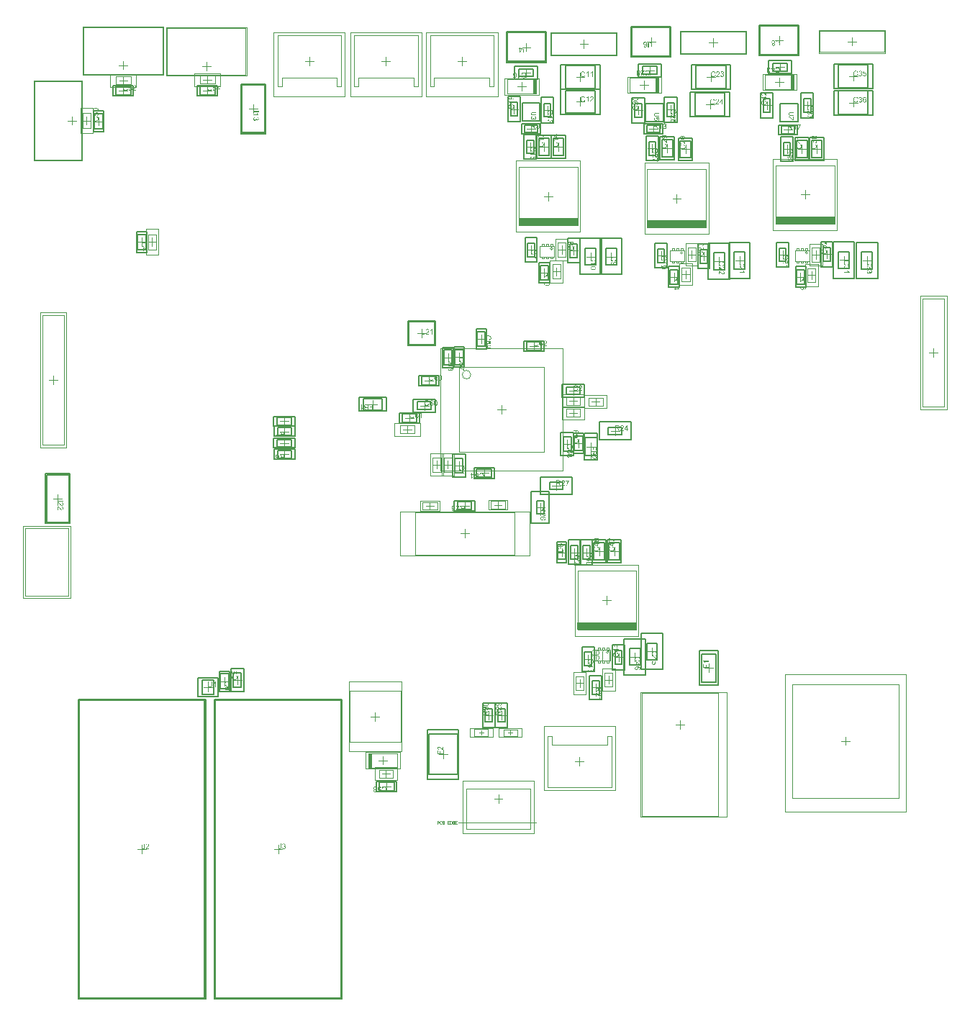
<source format=gbo>
G04*
G04 #@! TF.GenerationSoftware,Altium Limited,Altium Designer,21.8.1 (53)*
G04*
G04 Layer_Color=32896*
%FSLAX23Y23*%
%MOIN*%
G70*
G04*
G04 #@! TF.SameCoordinates,3E6D55FC-9DED-4947-B751-9AB7C1C2D91D*
G04*
G04*
G04 #@! TF.FilePolarity,Positive*
G04*
G01*
G75*
%ADD11C,0.004*%
%ADD13C,0.008*%
%ADD15C,0.006*%
%ADD17C,0.002*%
%ADD18C,0.003*%
%ADD19R,0.272X0.037*%
%ADD20R,0.018X0.067*%
G36*
X3074Y3186D02*
X3075Y3186D01*
X3075Y3186D01*
X3075Y3186D01*
X3076Y3186D01*
X3076Y3186D01*
X3076Y3186D01*
X3077Y3186D01*
X3077Y3186D01*
X3077Y3186D01*
X3078Y3185D01*
X3078Y3185D01*
X3078Y3185D01*
X3079Y3185D01*
X3079Y3185D01*
X3079Y3185D01*
X3079Y3185D01*
X3079Y3185D01*
X3079Y3185D01*
X3079Y3185D01*
X3080Y3184D01*
X3080Y3184D01*
X3080Y3184D01*
X3080Y3184D01*
X3081Y3184D01*
X3081Y3183D01*
X3081Y3183D01*
X3081Y3183D01*
X3082Y3182D01*
X3082Y3182D01*
X3082Y3182D01*
X3082Y3182D01*
X3082Y3182D01*
X3082Y3182D01*
X3082Y3182D01*
X3082Y3181D01*
X3082Y3181D01*
X3082Y3181D01*
X3082Y3181D01*
X3082Y3180D01*
X3083Y3180D01*
X3083Y3180D01*
X3083Y3179D01*
X3083Y3179D01*
X3083Y3178D01*
Y3178D01*
X3083Y3178D01*
Y3178D01*
X3083Y3178D01*
X3083Y3177D01*
X3083Y3177D01*
X3082Y3177D01*
X3082Y3176D01*
X3082Y3176D01*
X3082Y3175D01*
X3082Y3175D01*
X3081Y3174D01*
X3081Y3173D01*
X3081Y3173D01*
X3080Y3172D01*
X3080Y3172D01*
X3080Y3172D01*
X3080Y3172D01*
X3080Y3172D01*
X3079Y3172D01*
X3079Y3171D01*
X3079Y3171D01*
X3079Y3171D01*
X3078Y3171D01*
X3078Y3171D01*
X3078Y3171D01*
X3078Y3171D01*
X3077Y3171D01*
X3077Y3171D01*
X3077Y3170D01*
X3076Y3170D01*
X3076Y3170D01*
X3076Y3170D01*
X3075Y3170D01*
X3075Y3170D01*
X3074Y3170D01*
X3074Y3170D01*
X3073Y3170D01*
X3073Y3170D01*
X3072Y3170D01*
X3072Y3170D01*
X3071Y3170D01*
X3070D01*
X3070D01*
X3070D01*
X3070D01*
X3070D01*
X3070Y3170D01*
X3070D01*
X3070Y3170D01*
X3069D01*
X3069Y3170D01*
X3069Y3170D01*
X3068Y3170D01*
X3068Y3170D01*
X3067Y3170D01*
X3066Y3170D01*
X3066Y3170D01*
X3065Y3170D01*
X3064Y3170D01*
X3063Y3171D01*
X3062Y3171D01*
X3061Y3171D01*
X3061Y3172D01*
X3061Y3172D01*
X3060Y3172D01*
X3060Y3172D01*
X3060Y3172D01*
X3060Y3172D01*
X3060Y3172D01*
X3059Y3173D01*
X3059Y3173D01*
X3059Y3173D01*
X3059Y3174D01*
X3058Y3174D01*
X3058Y3174D01*
X3058Y3175D01*
X3058Y3175D01*
X3057Y3176D01*
X3057Y3177D01*
X3057Y3177D01*
X3057Y3178D01*
X3057Y3179D01*
Y3179D01*
X3057Y3179D01*
Y3179D01*
X3057Y3179D01*
X3057Y3180D01*
X3057Y3180D01*
X3057Y3180D01*
X3057Y3181D01*
X3057Y3181D01*
X3058Y3181D01*
X3058Y3182D01*
X3058Y3182D01*
X3058Y3183D01*
X3058Y3183D01*
X3059Y3183D01*
X3059Y3183D01*
X3059Y3184D01*
X3059Y3184D01*
X3059Y3184D01*
X3059Y3184D01*
X3059Y3184D01*
X3060Y3184D01*
X3060Y3184D01*
X3060Y3185D01*
X3061Y3185D01*
X3061Y3185D01*
X3061Y3185D01*
X3062Y3185D01*
X3062Y3186D01*
X3063Y3186D01*
X3063Y3186D01*
X3063Y3183D01*
X3063D01*
X3063Y3183D01*
X3063Y3183D01*
X3063Y3183D01*
X3063Y3183D01*
X3063Y3182D01*
X3062Y3182D01*
X3062Y3182D01*
X3062Y3182D01*
X3061Y3182D01*
X3061Y3182D01*
X3061Y3181D01*
X3061Y3181D01*
X3061Y3181D01*
X3061Y3181D01*
X3061Y3181D01*
X3061Y3181D01*
X3060Y3181D01*
X3060Y3181D01*
X3060Y3181D01*
X3060Y3180D01*
X3060Y3180D01*
X3060Y3180D01*
X3060Y3180D01*
X3060Y3179D01*
X3060Y3179D01*
X3060Y3179D01*
X3060Y3178D01*
Y3178D01*
X3060Y3178D01*
Y3178D01*
X3060Y3178D01*
X3060Y3178D01*
X3060Y3178D01*
X3060Y3177D01*
X3060Y3177D01*
X3060Y3176D01*
X3060Y3176D01*
X3060Y3176D01*
X3060Y3176D01*
X3060Y3176D01*
X3060Y3176D01*
X3061Y3176D01*
X3061Y3175D01*
X3061Y3175D01*
X3061Y3175D01*
X3061Y3175D01*
X3061Y3175D01*
X3062Y3175D01*
X3062Y3174D01*
X3062Y3174D01*
X3062Y3174D01*
X3063Y3174D01*
X3063Y3174D01*
X3063Y3173D01*
X3063D01*
X3064Y3173D01*
X3064Y3173D01*
X3064Y3173D01*
X3064Y3173D01*
X3064Y3173D01*
X3065Y3173D01*
X3065Y3173D01*
X3065Y3173D01*
X3066Y3173D01*
X3066Y3173D01*
X3067Y3173D01*
X3067Y3173D01*
X3068Y3173D01*
X3069Y3173D01*
X3069Y3173D01*
X3069Y3173D01*
X3069Y3173D01*
X3069Y3173D01*
X3069Y3173D01*
X3069Y3173D01*
X3069Y3173D01*
X3069Y3173D01*
X3068Y3173D01*
X3068Y3174D01*
X3068Y3174D01*
X3067Y3174D01*
X3067Y3175D01*
X3067Y3175D01*
X3067Y3175D01*
X3067Y3175D01*
X3067Y3175D01*
X3067Y3176D01*
X3067Y3176D01*
X3067Y3176D01*
X3066Y3176D01*
X3066Y3176D01*
X3066Y3176D01*
X3066Y3177D01*
X3066Y3177D01*
X3066Y3177D01*
X3066Y3178D01*
X3066Y3178D01*
Y3179D01*
X3066Y3179D01*
X3066Y3179D01*
X3066Y3180D01*
X3066Y3180D01*
X3066Y3180D01*
X3066Y3181D01*
X3066Y3181D01*
X3066Y3181D01*
X3067Y3182D01*
X3067Y3182D01*
X3067Y3183D01*
X3067Y3183D01*
X3068Y3184D01*
X3068Y3184D01*
X3068Y3184D01*
X3068Y3184D01*
X3068Y3184D01*
X3069Y3184D01*
X3069Y3185D01*
X3069Y3185D01*
X3069Y3185D01*
X3070Y3185D01*
X3070Y3185D01*
X3071Y3185D01*
X3071Y3186D01*
X3072Y3186D01*
X3072Y3186D01*
X3073Y3186D01*
X3073Y3186D01*
X3074Y3186D01*
X3074D01*
X3074D01*
X3074D01*
X3074Y3186D01*
D02*
G37*
G36*
X3082Y3150D02*
X3082D01*
X3082D01*
X3082D01*
X3082D01*
X3082D01*
X3082Y3150D01*
X3082Y3150D01*
X3081Y3150D01*
X3081Y3150D01*
X3081Y3150D01*
X3080Y3150D01*
X3080D01*
X3080Y3150D01*
X3080Y3150D01*
X3080Y3150D01*
X3080Y3150D01*
X3079Y3150D01*
X3079Y3150D01*
X3079Y3151D01*
X3079Y3151D01*
X3079Y3151D01*
X3078Y3151D01*
X3077Y3152D01*
X3077Y3152D01*
X3077Y3152D01*
X3077Y3152D01*
X3077Y3152D01*
X3076Y3152D01*
X3076Y3153D01*
X3076Y3153D01*
X3076Y3153D01*
X3076Y3153D01*
X3075Y3153D01*
X3075Y3154D01*
X3075Y3154D01*
X3074Y3154D01*
X3074Y3155D01*
X3074Y3155D01*
X3073Y3156D01*
X3073Y3156D01*
X3073Y3156D01*
X3073Y3156D01*
X3073Y3156D01*
X3073Y3156D01*
X3073Y3156D01*
X3073Y3157D01*
X3072Y3157D01*
X3072Y3157D01*
X3072Y3158D01*
X3071Y3158D01*
X3071Y3158D01*
X3071Y3159D01*
X3070Y3159D01*
X3070Y3160D01*
X3069Y3160D01*
X3069Y3161D01*
X3068Y3161D01*
X3068Y3161D01*
X3068Y3162D01*
X3068Y3162D01*
X3068Y3162D01*
X3067Y3162D01*
X3067Y3162D01*
X3067Y3162D01*
X3067Y3162D01*
X3067Y3162D01*
X3066Y3162D01*
X3066Y3163D01*
X3066Y3163D01*
X3065Y3163D01*
X3065Y3163D01*
X3065Y3163D01*
X3064Y3163D01*
X3064Y3163D01*
X3064D01*
X3064D01*
X3064D01*
X3064Y3163D01*
X3063Y3163D01*
X3063Y3163D01*
X3063Y3163D01*
X3063Y3163D01*
X3063Y3163D01*
X3062Y3163D01*
X3062Y3163D01*
X3062Y3163D01*
X3062Y3162D01*
X3061Y3162D01*
X3061Y3162D01*
X3061Y3162D01*
X3061Y3162D01*
X3061Y3162D01*
X3061Y3162D01*
X3061Y3162D01*
X3061Y3161D01*
X3060Y3161D01*
X3060Y3161D01*
X3060Y3161D01*
X3060Y3161D01*
X3060Y3160D01*
X3060Y3160D01*
X3060Y3160D01*
X3060Y3160D01*
X3060Y3159D01*
X3060Y3159D01*
X3060Y3158D01*
Y3158D01*
X3060Y3158D01*
X3060Y3158D01*
X3060Y3158D01*
X3060Y3157D01*
X3060Y3157D01*
X3060Y3157D01*
X3060Y3157D01*
X3060Y3156D01*
X3060Y3156D01*
X3060Y3156D01*
X3060Y3155D01*
X3061Y3155D01*
X3061Y3155D01*
X3061Y3155D01*
X3061Y3155D01*
X3061Y3155D01*
X3061Y3155D01*
X3061Y3155D01*
X3061Y3154D01*
X3062Y3154D01*
X3062Y3154D01*
X3062Y3154D01*
X3062Y3154D01*
X3063Y3154D01*
X3063Y3154D01*
X3063Y3154D01*
X3064Y3154D01*
X3064Y3154D01*
X3065Y3154D01*
X3064Y3150D01*
X3064D01*
X3064D01*
X3064Y3150D01*
X3064D01*
X3064Y3150D01*
X3064Y3150D01*
X3063Y3150D01*
X3063Y3151D01*
X3063Y3151D01*
X3062Y3151D01*
X3062Y3151D01*
X3061Y3151D01*
X3061Y3151D01*
X3060Y3151D01*
X3060Y3152D01*
X3060Y3152D01*
X3059Y3152D01*
X3059Y3153D01*
X3059Y3153D01*
X3059Y3153D01*
X3059Y3153D01*
X3059Y3153D01*
X3058Y3153D01*
X3058Y3154D01*
X3058Y3154D01*
X3058Y3154D01*
X3058Y3155D01*
X3058Y3155D01*
X3057Y3156D01*
X3057Y3156D01*
X3057Y3157D01*
X3057Y3157D01*
X3057Y3158D01*
X3057Y3158D01*
Y3159D01*
X3057Y3159D01*
X3057Y3159D01*
X3057Y3159D01*
X3057Y3160D01*
X3057Y3160D01*
X3057Y3161D01*
X3057Y3161D01*
X3057Y3161D01*
X3058Y3162D01*
X3058Y3162D01*
X3058Y3163D01*
X3058Y3163D01*
X3059Y3164D01*
X3059Y3164D01*
X3059Y3164D01*
X3059Y3164D01*
X3059Y3164D01*
X3059Y3165D01*
X3060Y3165D01*
X3060Y3165D01*
X3060Y3165D01*
X3060Y3165D01*
X3061Y3165D01*
X3061Y3166D01*
X3062Y3166D01*
X3062Y3166D01*
X3062Y3166D01*
X3063Y3166D01*
X3063Y3166D01*
X3064Y3166D01*
X3064D01*
X3064D01*
X3064D01*
X3064D01*
X3064Y3166D01*
X3065Y3166D01*
X3065Y3166D01*
X3065Y3166D01*
X3065Y3166D01*
X3066Y3166D01*
X3066Y3166D01*
X3067Y3166D01*
X3067D01*
X3067Y3166D01*
X3067Y3166D01*
X3067Y3166D01*
X3067Y3166D01*
X3067Y3165D01*
X3068Y3165D01*
X3068Y3165D01*
X3068Y3165D01*
X3068Y3165D01*
X3069Y3165D01*
X3069Y3164D01*
X3069Y3164D01*
X3070Y3164D01*
X3070Y3164D01*
X3070Y3164D01*
X3070Y3164D01*
X3070Y3164D01*
X3070Y3163D01*
X3070Y3163D01*
X3071Y3163D01*
X3071Y3163D01*
X3071Y3163D01*
X3071Y3162D01*
X3072Y3162D01*
X3072Y3161D01*
X3073Y3161D01*
X3073Y3161D01*
X3073Y3160D01*
X3074Y3159D01*
X3074Y3159D01*
X3074Y3159D01*
X3075Y3159D01*
X3075Y3159D01*
X3075Y3158D01*
X3075Y3158D01*
X3075Y3158D01*
X3075Y3158D01*
X3076Y3157D01*
X3076Y3157D01*
X3077Y3157D01*
X3077Y3156D01*
X3077Y3156D01*
X3077Y3156D01*
X3077Y3155D01*
X3078Y3155D01*
X3078Y3155D01*
X3078Y3155D01*
X3078Y3155D01*
X3078Y3155D01*
X3078Y3155D01*
X3079Y3154D01*
X3079Y3154D01*
X3079Y3154D01*
Y3166D01*
X3082D01*
Y3150D01*
D02*
G37*
G36*
X3074Y3147D02*
X3074Y3147D01*
X3074Y3147D01*
X3075Y3147D01*
X3075Y3147D01*
X3075Y3147D01*
X3075Y3147D01*
X3076Y3147D01*
X3076Y3147D01*
X3077Y3146D01*
X3077Y3146D01*
X3078Y3146D01*
X3078Y3146D01*
X3079Y3145D01*
X3079Y3145D01*
X3080Y3144D01*
X3080Y3144D01*
X3081Y3143D01*
X3081Y3143D01*
X3081Y3143D01*
X3081Y3143D01*
X3081Y3143D01*
X3081Y3143D01*
X3081Y3142D01*
X3081Y3142D01*
X3082Y3142D01*
X3082Y3141D01*
X3082Y3141D01*
X3082Y3140D01*
X3082Y3140D01*
X3082Y3139D01*
X3083Y3138D01*
X3083Y3138D01*
X3083Y3137D01*
Y3137D01*
X3083Y3136D01*
Y3136D01*
X3083Y3136D01*
X3083Y3135D01*
X3083Y3135D01*
X3082Y3134D01*
X3082Y3134D01*
X3082Y3133D01*
X3082Y3133D01*
X3082Y3132D01*
X3082Y3132D01*
X3082Y3131D01*
X3081Y3131D01*
X3081Y3130D01*
X3081Y3130D01*
X3081Y3130D01*
X3081Y3130D01*
X3081Y3130D01*
X3081Y3130D01*
X3080Y3129D01*
X3080Y3129D01*
X3080Y3129D01*
X3079Y3128D01*
X3079Y3128D01*
X3079Y3128D01*
X3078Y3127D01*
X3078Y3127D01*
X3077Y3127D01*
X3077Y3127D01*
X3076Y3126D01*
X3076D01*
X3076Y3126D01*
X3076Y3126D01*
X3076Y3126D01*
X3076Y3126D01*
X3075Y3126D01*
X3075Y3126D01*
X3075Y3126D01*
X3074Y3126D01*
X3074Y3126D01*
X3073Y3125D01*
X3073Y3125D01*
X3072Y3125D01*
X3071Y3125D01*
X3071Y3125D01*
X3070Y3125D01*
X3069Y3125D01*
X3069D01*
X3069D01*
X3069D01*
X3069D01*
X3069D01*
X3069Y3125D01*
X3069D01*
X3068Y3125D01*
X3068Y3125D01*
X3068Y3125D01*
X3067Y3125D01*
X3067Y3125D01*
X3066Y3125D01*
X3065Y3125D01*
X3065Y3126D01*
X3064Y3126D01*
X3064Y3126D01*
X3063Y3126D01*
X3063Y3126D01*
X3063Y3127D01*
X3062Y3127D01*
X3062Y3127D01*
X3062Y3127D01*
X3062Y3127D01*
X3062Y3127D01*
X3061Y3127D01*
X3061Y3128D01*
X3061Y3128D01*
X3060Y3128D01*
X3060Y3129D01*
X3060Y3129D01*
X3059Y3129D01*
X3059Y3130D01*
X3058Y3130D01*
X3058Y3131D01*
X3058Y3131D01*
X3058Y3131D01*
X3058Y3131D01*
X3058Y3131D01*
X3058Y3132D01*
X3058Y3132D01*
X3058Y3132D01*
X3057Y3133D01*
X3057Y3133D01*
X3057Y3133D01*
X3057Y3134D01*
X3057Y3135D01*
X3057Y3135D01*
X3057Y3136D01*
X3057Y3136D01*
X3057Y3137D01*
Y3137D01*
X3057Y3137D01*
X3057Y3138D01*
X3057Y3138D01*
X3057Y3138D01*
X3057Y3139D01*
X3057Y3139D01*
X3057Y3140D01*
X3057Y3140D01*
X3057Y3141D01*
X3057Y3141D01*
X3058Y3142D01*
X3058Y3142D01*
X3058Y3143D01*
X3059Y3143D01*
X3059Y3143D01*
X3059Y3143D01*
X3059Y3143D01*
X3059Y3144D01*
X3059Y3144D01*
X3059Y3144D01*
X3060Y3144D01*
X3060Y3145D01*
X3060Y3145D01*
X3061Y3145D01*
X3061Y3146D01*
X3062Y3146D01*
X3062Y3146D01*
X3063Y3146D01*
X3063Y3147D01*
X3064Y3147D01*
X3065Y3144D01*
X3065Y3144D01*
X3065Y3144D01*
X3064Y3143D01*
X3064Y3143D01*
X3064Y3143D01*
X3064Y3143D01*
X3064Y3143D01*
X3063Y3143D01*
X3063Y3143D01*
X3063Y3143D01*
X3062Y3142D01*
X3062Y3142D01*
X3062Y3142D01*
X3061Y3142D01*
X3061Y3141D01*
X3061Y3141D01*
X3061Y3141D01*
X3061Y3141D01*
X3061Y3141D01*
X3061Y3141D01*
X3060Y3141D01*
X3060Y3140D01*
X3060Y3140D01*
X3060Y3140D01*
X3060Y3140D01*
X3060Y3139D01*
X3060Y3139D01*
X3060Y3139D01*
X3060Y3138D01*
X3060Y3138D01*
X3060Y3137D01*
X3059Y3137D01*
Y3137D01*
X3060Y3136D01*
X3060Y3136D01*
X3060Y3136D01*
X3060Y3135D01*
X3060Y3135D01*
X3060Y3135D01*
X3060Y3134D01*
X3060Y3134D01*
X3060Y3134D01*
X3060Y3133D01*
X3060Y3133D01*
X3061Y3132D01*
X3061Y3132D01*
X3061Y3132D01*
X3061Y3132D01*
X3061Y3132D01*
X3061Y3132D01*
X3061Y3131D01*
X3061Y3131D01*
X3062Y3131D01*
X3062Y3131D01*
X3062Y3131D01*
X3062Y3130D01*
X3063Y3130D01*
X3063Y3130D01*
X3063Y3130D01*
X3064Y3130D01*
X3064Y3129D01*
X3065Y3129D01*
X3065D01*
X3065Y3129D01*
X3065Y3129D01*
X3065Y3129D01*
X3065Y3129D01*
X3065Y3129D01*
X3066Y3129D01*
X3066Y3129D01*
X3066Y3129D01*
X3067Y3129D01*
X3067Y3129D01*
X3068Y3129D01*
X3069Y3128D01*
X3069Y3128D01*
X3069Y3128D01*
X3070D01*
X3070D01*
X3070D01*
X3070Y3128D01*
X3070Y3128D01*
X3071Y3128D01*
X3071Y3129D01*
X3071Y3129D01*
X3072Y3129D01*
X3072Y3129D01*
X3073Y3129D01*
X3074Y3129D01*
X3074Y3129D01*
X3075Y3129D01*
X3075Y3129D01*
X3075Y3129D01*
X3075Y3129D01*
X3075Y3129D01*
X3075Y3130D01*
X3076Y3130D01*
X3076Y3130D01*
X3076Y3130D01*
X3076Y3130D01*
X3077Y3130D01*
X3077Y3130D01*
X3077Y3131D01*
X3078Y3131D01*
X3078Y3131D01*
X3078Y3132D01*
X3078Y3132D01*
X3079Y3132D01*
X3079Y3132D01*
X3079Y3132D01*
X3079Y3132D01*
X3079Y3133D01*
X3079Y3133D01*
X3079Y3133D01*
X3079Y3133D01*
X3079Y3134D01*
X3079Y3134D01*
X3079Y3134D01*
X3080Y3135D01*
X3080Y3135D01*
X3080Y3135D01*
X3080Y3136D01*
X3080Y3136D01*
X3080Y3137D01*
Y3137D01*
X3080Y3137D01*
Y3137D01*
X3080Y3137D01*
X3080Y3138D01*
X3080Y3138D01*
X3080Y3138D01*
X3080Y3139D01*
X3079Y3139D01*
X3079Y3139D01*
X3079Y3140D01*
X3079Y3140D01*
X3079Y3141D01*
X3078Y3141D01*
X3078Y3141D01*
X3078Y3141D01*
X3078Y3141D01*
X3078Y3141D01*
X3078Y3142D01*
X3078Y3142D01*
X3078Y3142D01*
X3077Y3142D01*
X3077Y3142D01*
X3077Y3143D01*
X3076Y3143D01*
X3076Y3143D01*
X3076Y3143D01*
X3075Y3143D01*
X3075Y3144D01*
X3074Y3144D01*
X3073Y3144D01*
X3074Y3147D01*
X3074D01*
X3074Y3147D01*
D02*
G37*
G36*
X3660Y3329D02*
X3661D01*
X3661Y3329D01*
X3661Y3329D01*
X3662Y3329D01*
X3662Y3328D01*
X3663Y3328D01*
X3663Y3328D01*
X3664Y3328D01*
X3665Y3328D01*
X3665Y3328D01*
X3666Y3328D01*
X3666Y3327D01*
X3667Y3327D01*
X3667Y3327D01*
X3667Y3327D01*
X3667Y3327D01*
X3667Y3327D01*
X3668Y3327D01*
X3668Y3327D01*
X3668Y3326D01*
X3669Y3326D01*
X3669Y3326D01*
X3669Y3325D01*
X3670Y3325D01*
X3670Y3325D01*
X3670Y3324D01*
X3671Y3324D01*
X3671Y3323D01*
X3671Y3323D01*
X3671Y3323D01*
X3671Y3323D01*
X3672Y3323D01*
X3672Y3322D01*
X3672Y3322D01*
X3672Y3322D01*
X3672Y3321D01*
X3672Y3321D01*
X3672Y3321D01*
X3672Y3320D01*
X3673Y3320D01*
X3673Y3319D01*
X3673Y3319D01*
X3673Y3318D01*
X3673Y3317D01*
X3673Y3317D01*
Y3317D01*
X3673Y3316D01*
X3673Y3316D01*
X3673Y3316D01*
X3673Y3315D01*
X3673Y3315D01*
X3673Y3315D01*
X3673Y3314D01*
X3672Y3314D01*
X3672Y3313D01*
X3672Y3313D01*
X3672Y3312D01*
X3672Y3311D01*
X3671Y3311D01*
X3671Y3310D01*
X3671Y3310D01*
X3671Y3310D01*
X3671Y3310D01*
X3671Y3310D01*
X3670Y3310D01*
X3670Y3310D01*
X3670Y3309D01*
X3670Y3309D01*
X3669Y3309D01*
X3669Y3308D01*
X3668Y3308D01*
X3668Y3308D01*
X3667Y3308D01*
X3667Y3307D01*
X3666Y3307D01*
X3666Y3307D01*
X3665Y3310D01*
X3665Y3310D01*
X3665Y3310D01*
X3665Y3310D01*
X3665Y3310D01*
X3665Y3310D01*
X3666Y3310D01*
X3666Y3311D01*
X3666Y3311D01*
X3667Y3311D01*
X3667Y3311D01*
X3667Y3311D01*
X3668Y3312D01*
X3668Y3312D01*
X3668Y3312D01*
X3669Y3312D01*
X3669Y3313D01*
X3669Y3313D01*
X3669Y3313D01*
X3669Y3313D01*
X3669Y3313D01*
X3669Y3313D01*
X3669Y3313D01*
X3669Y3314D01*
X3669Y3314D01*
X3670Y3314D01*
X3670Y3314D01*
X3670Y3315D01*
X3670Y3315D01*
X3670Y3316D01*
X3670Y3316D01*
X3670Y3316D01*
X3670Y3317D01*
Y3317D01*
X3670Y3317D01*
X3670Y3318D01*
X3670Y3318D01*
X3670Y3318D01*
X3670Y3319D01*
X3670Y3319D01*
X3670Y3319D01*
X3670Y3320D01*
X3669Y3320D01*
X3669Y3321D01*
X3669Y3321D01*
X3669Y3321D01*
X3669Y3322D01*
X3669Y3322D01*
X3669Y3322D01*
X3669Y3322D01*
X3668Y3322D01*
X3668Y3322D01*
X3668Y3322D01*
X3668Y3323D01*
X3668Y3323D01*
X3667Y3323D01*
X3667Y3323D01*
X3667Y3323D01*
X3666Y3324D01*
X3666Y3324D01*
X3666Y3324D01*
X3665Y3324D01*
X3665Y3324D01*
X3665D01*
X3665Y3324D01*
X3665Y3325D01*
X3665Y3325D01*
X3664Y3325D01*
X3664Y3325D01*
X3664Y3325D01*
X3663Y3325D01*
X3663Y3325D01*
X3663Y3325D01*
X3662Y3325D01*
X3662Y3325D01*
X3661Y3325D01*
X3661Y3325D01*
X3660Y3325D01*
X3660D01*
X3660D01*
X3660D01*
X3660Y3325D01*
X3659Y3325D01*
X3659Y3325D01*
X3659Y3325D01*
X3658Y3325D01*
X3658Y3325D01*
X3657Y3325D01*
X3656Y3325D01*
X3656Y3325D01*
X3655Y3325D01*
X3655Y3324D01*
X3654Y3324D01*
X3654Y3324D01*
X3654Y3324D01*
X3654Y3324D01*
X3654Y3324D01*
X3654Y3324D01*
X3654Y3324D01*
X3653Y3324D01*
X3653Y3324D01*
X3653Y3323D01*
X3653Y3323D01*
X3652Y3323D01*
X3652Y3323D01*
X3652Y3322D01*
X3651Y3322D01*
X3651Y3322D01*
X3651Y3321D01*
X3651Y3321D01*
X3651Y3321D01*
X3651Y3321D01*
X3651Y3321D01*
X3651Y3321D01*
X3651Y3321D01*
X3650Y3320D01*
X3650Y3320D01*
X3650Y3320D01*
X3650Y3319D01*
X3650Y3319D01*
X3650Y3319D01*
X3650Y3318D01*
X3650Y3318D01*
X3650Y3318D01*
X3650Y3317D01*
Y3317D01*
X3650Y3317D01*
Y3317D01*
X3650Y3316D01*
X3650Y3316D01*
X3650Y3316D01*
X3650Y3315D01*
X3650Y3315D01*
X3650Y3315D01*
X3650Y3314D01*
X3650Y3314D01*
X3651Y3314D01*
X3651Y3313D01*
X3651Y3313D01*
X3651Y3312D01*
X3651Y3312D01*
X3651Y3312D01*
X3652Y3312D01*
X3652Y3312D01*
X3652Y3312D01*
X3652Y3312D01*
X3652Y3312D01*
X3653Y3311D01*
X3653Y3311D01*
X3653Y3311D01*
X3654Y3311D01*
X3654Y3310D01*
X3655Y3310D01*
X3655Y3310D01*
X3656Y3310D01*
X3656Y3310D01*
X3655Y3306D01*
X3655D01*
X3655Y3306D01*
X3655Y3306D01*
X3655Y3306D01*
X3655Y3306D01*
X3655Y3307D01*
X3655Y3307D01*
X3654Y3307D01*
X3654Y3307D01*
X3653Y3307D01*
X3653Y3307D01*
X3652Y3308D01*
X3652Y3308D01*
X3651Y3308D01*
X3651Y3308D01*
X3650Y3309D01*
X3650Y3309D01*
X3649Y3310D01*
X3649Y3310D01*
X3649Y3310D01*
X3649Y3310D01*
X3649Y3310D01*
X3649Y3311D01*
X3649Y3311D01*
X3648Y3311D01*
X3648Y3312D01*
X3648Y3312D01*
X3648Y3312D01*
X3648Y3313D01*
X3647Y3314D01*
X3647Y3314D01*
X3647Y3315D01*
X3647Y3315D01*
X3647Y3316D01*
X3647Y3317D01*
Y3317D01*
X3647Y3317D01*
Y3318D01*
X3647Y3318D01*
X3647Y3318D01*
X3647Y3319D01*
X3647Y3319D01*
X3647Y3320D01*
X3647Y3320D01*
X3647Y3321D01*
X3648Y3321D01*
X3648Y3322D01*
X3648Y3322D01*
X3648Y3323D01*
X3649Y3323D01*
X3649Y3324D01*
X3649Y3324D01*
X3649Y3324D01*
X3649Y3324D01*
X3649Y3324D01*
X3649Y3324D01*
X3649Y3325D01*
X3650Y3325D01*
X3650Y3325D01*
X3650Y3326D01*
X3651Y3326D01*
X3651Y3326D01*
X3652Y3326D01*
X3652Y3327D01*
X3653Y3327D01*
X3653Y3327D01*
X3653D01*
X3653Y3327D01*
X3653Y3327D01*
X3654Y3327D01*
X3654Y3328D01*
X3654Y3328D01*
X3655Y3328D01*
X3655Y3328D01*
X3655Y3328D01*
X3656Y3328D01*
X3656Y3328D01*
X3657Y3328D01*
X3658Y3328D01*
X3658Y3329D01*
X3659Y3329D01*
X3659Y3329D01*
X3660Y3329D01*
X3660D01*
X3660D01*
X3660D01*
X3660D01*
X3660D01*
X3660Y3329D01*
D02*
G37*
G36*
X3654Y3300D02*
X3654D01*
X3654Y3300D01*
X3654Y3300D01*
X3654Y3300D01*
X3654Y3300D01*
X3653Y3300D01*
X3653Y3300D01*
X3653Y3300D01*
X3652Y3300D01*
X3652Y3299D01*
X3651Y3299D01*
X3651Y3299D01*
X3651Y3299D01*
X3651Y3299D01*
X3651Y3299D01*
X3651Y3299D01*
X3650Y3299D01*
X3650Y3298D01*
X3650Y3298D01*
X3650Y3298D01*
X3650Y3298D01*
X3650Y3298D01*
X3650Y3298D01*
X3650Y3297D01*
X3650Y3297D01*
X3650Y3297D01*
X3650Y3296D01*
X3649Y3296D01*
X3649Y3296D01*
X3649Y3296D01*
Y3295D01*
X3649Y3295D01*
Y3295D01*
X3649Y3295D01*
X3649Y3295D01*
X3650Y3295D01*
X3650Y3294D01*
X3650Y3294D01*
X3650Y3294D01*
X3650Y3293D01*
X3650Y3293D01*
X3650Y3293D01*
X3650Y3292D01*
X3651Y3292D01*
X3651Y3292D01*
X3651Y3292D01*
X3651Y3292D01*
X3651Y3292D01*
X3651Y3292D01*
X3651Y3291D01*
X3652Y3291D01*
X3652Y3291D01*
X3652Y3291D01*
X3652Y3291D01*
X3653Y3291D01*
X3653Y3291D01*
X3653Y3291D01*
X3653Y3290D01*
X3654Y3290D01*
X3654Y3290D01*
X3655Y3290D01*
X3655D01*
X3655D01*
X3655D01*
X3655Y3290D01*
X3655Y3290D01*
X3655Y3290D01*
X3656Y3290D01*
X3656Y3291D01*
X3656Y3291D01*
X3656Y3291D01*
X3657Y3291D01*
X3657Y3291D01*
X3657Y3291D01*
X3658Y3291D01*
X3658Y3291D01*
X3658Y3292D01*
X3658Y3292D01*
X3658Y3292D01*
X3658Y3292D01*
X3658Y3292D01*
X3658Y3292D01*
X3659Y3292D01*
X3659Y3292D01*
X3659Y3293D01*
X3659Y3293D01*
X3659Y3293D01*
X3659Y3293D01*
X3659Y3294D01*
X3659Y3294D01*
X3659Y3294D01*
X3660Y3295D01*
X3660Y3295D01*
Y3295D01*
X3660Y3296D01*
X3660Y3296D01*
X3659Y3296D01*
X3659Y3297D01*
X3659Y3297D01*
X3659Y3297D01*
X3662Y3297D01*
Y3297D01*
X3662Y3297D01*
Y3297D01*
X3662Y3297D01*
Y3296D01*
X3662Y3296D01*
X3662Y3296D01*
X3662Y3296D01*
X3662Y3296D01*
X3662Y3295D01*
X3662Y3295D01*
X3662Y3295D01*
X3662Y3294D01*
X3662Y3294D01*
X3663Y3294D01*
X3663Y3293D01*
X3663Y3293D01*
X3663Y3293D01*
X3663Y3293D01*
X3663Y3293D01*
X3663Y3293D01*
X3663Y3293D01*
X3663Y3293D01*
X3664Y3292D01*
X3664Y3292D01*
X3664Y3292D01*
X3664Y3292D01*
X3664Y3292D01*
X3665Y3292D01*
X3665Y3292D01*
X3665Y3292D01*
X3666Y3291D01*
X3666Y3291D01*
X3666D01*
X3666D01*
X3666D01*
X3666Y3291D01*
X3667Y3292D01*
X3667Y3292D01*
X3667Y3292D01*
X3667Y3292D01*
X3668Y3292D01*
X3668Y3292D01*
X3668Y3292D01*
X3668Y3292D01*
X3668Y3292D01*
X3669Y3292D01*
X3669Y3293D01*
X3669Y3293D01*
X3669Y3293D01*
X3669Y3293D01*
X3669Y3293D01*
X3669Y3293D01*
X3669Y3293D01*
X3669Y3293D01*
X3669Y3293D01*
X3670Y3294D01*
X3670Y3294D01*
X3670Y3294D01*
X3670Y3294D01*
X3670Y3295D01*
X3670Y3295D01*
X3670Y3295D01*
X3670Y3296D01*
Y3296D01*
X3670Y3296D01*
X3670Y3296D01*
X3670Y3296D01*
X3670Y3296D01*
X3670Y3297D01*
X3670Y3297D01*
X3670Y3297D01*
X3670Y3298D01*
X3669Y3298D01*
X3669Y3298D01*
X3669Y3298D01*
X3669Y3299D01*
X3669Y3299D01*
X3669Y3299D01*
X3669Y3299D01*
X3669Y3299D01*
X3669Y3299D01*
X3668Y3299D01*
X3668Y3299D01*
X3668Y3299D01*
X3668Y3299D01*
X3668Y3300D01*
X3667Y3300D01*
X3667Y3300D01*
X3667Y3300D01*
X3666Y3300D01*
X3666Y3300D01*
X3665Y3300D01*
X3666Y3303D01*
X3666D01*
X3666D01*
X3666Y3303D01*
X3666Y3303D01*
X3667Y3303D01*
X3667Y3303D01*
X3667Y3303D01*
X3667Y3303D01*
X3668Y3303D01*
X3668Y3303D01*
X3669Y3302D01*
X3669Y3302D01*
X3669Y3302D01*
X3670Y3302D01*
X3670Y3301D01*
X3671Y3301D01*
X3671Y3301D01*
X3671Y3301D01*
X3671Y3301D01*
X3671Y3300D01*
X3671Y3300D01*
X3671Y3300D01*
X3671Y3300D01*
X3672Y3300D01*
X3672Y3299D01*
X3672Y3299D01*
X3672Y3299D01*
X3672Y3298D01*
X3672Y3298D01*
X3672Y3297D01*
X3673Y3297D01*
X3673Y3296D01*
X3673Y3296D01*
Y3295D01*
X3673Y3295D01*
Y3295D01*
X3673Y3295D01*
X3673Y3295D01*
X3672Y3294D01*
X3672Y3294D01*
X3672Y3294D01*
X3672Y3293D01*
X3672Y3293D01*
X3672Y3293D01*
X3672Y3292D01*
X3672Y3292D01*
X3672Y3292D01*
X3672Y3292D01*
X3672Y3292D01*
X3672Y3292D01*
X3671Y3291D01*
X3671Y3291D01*
X3671Y3291D01*
X3671Y3291D01*
X3671Y3290D01*
X3670Y3290D01*
X3670Y3290D01*
X3670Y3289D01*
X3669Y3289D01*
X3669Y3289D01*
X3669Y3289D01*
X3669Y3289D01*
X3669Y3289D01*
X3669Y3289D01*
X3669Y3289D01*
X3668Y3289D01*
X3668Y3289D01*
X3668Y3289D01*
X3668Y3289D01*
X3667Y3288D01*
X3667Y3288D01*
X3666Y3288D01*
X3666Y3288D01*
X3666D01*
X3666D01*
X3666D01*
X3666Y3288D01*
X3666D01*
X3665Y3288D01*
X3665Y3288D01*
X3665Y3288D01*
X3665Y3289D01*
X3664Y3289D01*
X3664Y3289D01*
X3664Y3289D01*
X3663Y3289D01*
X3663Y3289D01*
X3663Y3289D01*
X3663Y3289D01*
X3663Y3289D01*
X3663Y3289D01*
X3663Y3289D01*
X3663Y3290D01*
X3662Y3290D01*
X3662Y3290D01*
X3662Y3290D01*
X3662Y3290D01*
X3662Y3290D01*
X3662Y3291D01*
X3661Y3291D01*
X3661Y3291D01*
X3661Y3291D01*
X3661Y3292D01*
Y3292D01*
X3661Y3292D01*
X3661Y3292D01*
X3661Y3291D01*
X3661Y3291D01*
X3661Y3291D01*
X3661Y3291D01*
X3660Y3290D01*
X3660Y3290D01*
X3660Y3290D01*
X3660Y3290D01*
X3660Y3289D01*
X3660Y3289D01*
X3659Y3289D01*
X3659Y3289D01*
X3659Y3288D01*
X3659Y3288D01*
X3659Y3288D01*
X3659Y3288D01*
X3658Y3288D01*
X3658Y3288D01*
X3658Y3288D01*
X3658Y3288D01*
X3658Y3288D01*
X3657Y3288D01*
X3657Y3287D01*
X3657Y3287D01*
X3656Y3287D01*
X3656Y3287D01*
X3656Y3287D01*
X3655Y3287D01*
X3655Y3287D01*
X3655D01*
X3655D01*
X3654Y3287D01*
X3654Y3287D01*
X3654Y3287D01*
X3654Y3287D01*
X3653Y3287D01*
X3653Y3287D01*
X3652Y3287D01*
X3652Y3288D01*
X3651Y3288D01*
X3651Y3288D01*
X3651Y3288D01*
X3650Y3289D01*
X3650Y3289D01*
X3649Y3289D01*
X3649Y3290D01*
X3649Y3290D01*
X3649Y3290D01*
X3649Y3290D01*
X3649Y3290D01*
X3648Y3290D01*
X3648Y3291D01*
X3648Y3291D01*
X3648Y3292D01*
X3648Y3292D01*
X3647Y3293D01*
X3647Y3293D01*
X3647Y3294D01*
X3647Y3294D01*
X3647Y3295D01*
X3647Y3296D01*
Y3296D01*
X3647Y3296D01*
X3647Y3296D01*
X3647Y3296D01*
X3647Y3297D01*
X3647Y3297D01*
X3647Y3297D01*
X3647Y3298D01*
X3647Y3298D01*
X3647Y3299D01*
X3648Y3299D01*
X3648Y3300D01*
X3648Y3300D01*
X3648Y3301D01*
X3649Y3301D01*
X3649Y3301D01*
X3649Y3301D01*
X3649Y3301D01*
X3649Y3301D01*
X3649Y3302D01*
X3650Y3302D01*
X3650Y3302D01*
X3650Y3302D01*
X3651Y3302D01*
X3651Y3303D01*
X3651Y3303D01*
X3652Y3303D01*
X3652Y3303D01*
X3653Y3303D01*
X3653Y3303D01*
X3654Y3304D01*
X3654Y3300D01*
D02*
G37*
G36*
X3672Y3267D02*
X3670D01*
X3670Y3268D01*
X3670Y3268D01*
X3669Y3268D01*
X3669Y3268D01*
X3669Y3268D01*
X3669Y3268D01*
X3668Y3269D01*
X3668Y3269D01*
X3667Y3269D01*
X3667Y3270D01*
X3666Y3270D01*
X3666Y3271D01*
X3665Y3271D01*
X3664Y3271D01*
X3664Y3272D01*
X3663Y3272D01*
X3663D01*
X3663Y3272D01*
X3663Y3272D01*
X3663Y3272D01*
X3663Y3272D01*
X3663Y3272D01*
X3662Y3273D01*
X3662Y3273D01*
X3662Y3273D01*
X3662Y3273D01*
X3661Y3273D01*
X3661Y3273D01*
X3660Y3274D01*
X3660Y3274D01*
X3659Y3274D01*
X3658Y3274D01*
X3657Y3275D01*
X3657Y3275D01*
X3656Y3275D01*
X3655Y3276D01*
X3654Y3276D01*
X3654Y3276D01*
X3654Y3276D01*
X3654Y3276D01*
X3654Y3276D01*
X3653Y3276D01*
X3653Y3276D01*
X3653Y3276D01*
X3652Y3276D01*
X3652Y3276D01*
X3651Y3277D01*
X3651Y3277D01*
X3650Y3277D01*
X3649Y3277D01*
X3649Y3277D01*
X3648Y3277D01*
X3647Y3277D01*
Y3280D01*
X3647D01*
X3647D01*
X3648Y3280D01*
X3648D01*
X3648Y3280D01*
X3648Y3280D01*
X3649Y3280D01*
X3649Y3280D01*
X3650Y3280D01*
X3650Y3280D01*
X3651Y3280D01*
X3652Y3280D01*
X3652Y3280D01*
X3653Y3279D01*
X3654Y3279D01*
X3654Y3279D01*
X3654D01*
X3655Y3279D01*
X3655Y3279D01*
X3655Y3279D01*
X3655Y3279D01*
X3655Y3279D01*
X3655Y3279D01*
X3655Y3279D01*
X3656Y3279D01*
X3656Y3279D01*
X3657Y3278D01*
X3657Y3278D01*
X3658Y3278D01*
X3658Y3278D01*
X3659Y3278D01*
X3660Y3277D01*
X3660Y3277D01*
X3661Y3277D01*
X3662Y3276D01*
X3663Y3276D01*
X3663D01*
X3663Y3276D01*
X3663Y3276D01*
X3663Y3276D01*
X3663Y3276D01*
X3663Y3276D01*
X3663Y3276D01*
X3664Y3275D01*
X3664Y3275D01*
X3664Y3275D01*
X3665Y3275D01*
X3665Y3274D01*
X3666Y3274D01*
X3666Y3274D01*
X3667Y3273D01*
X3668Y3272D01*
X3669Y3272D01*
X3669Y3271D01*
Y3284D01*
X3672D01*
Y3267D01*
D02*
G37*
G36*
X3510Y3629D02*
X3511Y3629D01*
X3511Y3629D01*
X3511Y3629D01*
X3512Y3629D01*
X3512Y3629D01*
X3512Y3629D01*
X3513Y3629D01*
X3513Y3629D01*
X3514Y3629D01*
X3514Y3628D01*
X3514Y3628D01*
X3515Y3628D01*
X3515Y3628D01*
X3515Y3628D01*
X3515Y3627D01*
X3515Y3627D01*
X3515Y3627D01*
X3515Y3627D01*
X3516Y3627D01*
X3516Y3626D01*
X3516Y3626D01*
X3516Y3626D01*
X3516Y3625D01*
X3516Y3625D01*
X3517Y3624D01*
X3517Y3624D01*
X3517Y3623D01*
X3517Y3623D01*
Y3622D01*
X3514Y3621D01*
Y3622D01*
Y3622D01*
X3514Y3622D01*
X3514Y3622D01*
X3514Y3622D01*
X3514Y3622D01*
X3514Y3623D01*
X3514Y3623D01*
X3513Y3624D01*
X3513Y3624D01*
X3513Y3625D01*
X3513Y3625D01*
X3513Y3625D01*
X3513Y3625D01*
X3513Y3625D01*
X3513Y3625D01*
X3513Y3626D01*
X3513Y3626D01*
X3512Y3626D01*
X3512Y3626D01*
X3512Y3626D01*
X3512Y3626D01*
X3512Y3626D01*
X3512Y3626D01*
X3511Y3626D01*
X3511Y3626D01*
X3511Y3626D01*
X3511Y3626D01*
X3510Y3626D01*
X3510Y3626D01*
X3510D01*
X3510Y3626D01*
X3510D01*
X3510Y3626D01*
X3509Y3626D01*
X3509Y3626D01*
X3509Y3626D01*
X3508Y3626D01*
X3508Y3626D01*
X3508D01*
X3508Y3626D01*
X3508Y3626D01*
X3508Y3626D01*
X3507Y3626D01*
X3507Y3625D01*
X3507Y3625D01*
X3507Y3625D01*
X3507Y3624D01*
Y3624D01*
X3507Y3624D01*
X3507Y3624D01*
X3507Y3624D01*
X3507Y3624D01*
X3506Y3624D01*
X3506Y3624D01*
X3506Y3624D01*
X3506Y3623D01*
X3506Y3623D01*
X3506Y3623D01*
X3506Y3623D01*
X3506Y3622D01*
X3506Y3622D01*
X3506Y3622D01*
Y3621D01*
Y3604D01*
X3503D01*
Y3621D01*
Y3621D01*
Y3621D01*
Y3621D01*
X3503Y3622D01*
Y3622D01*
X3503Y3622D01*
X3503Y3622D01*
X3503Y3623D01*
X3503Y3623D01*
X3503Y3624D01*
X3503Y3624D01*
X3503Y3625D01*
X3503Y3625D01*
X3504Y3626D01*
X3504Y3626D01*
Y3626D01*
X3504Y3626D01*
X3504Y3626D01*
X3504Y3626D01*
X3504Y3626D01*
X3504Y3627D01*
X3504Y3627D01*
X3504Y3627D01*
X3504Y3627D01*
X3505Y3627D01*
X3505Y3628D01*
X3505Y3628D01*
X3505Y3628D01*
X3506Y3628D01*
X3506Y3628D01*
X3506Y3629D01*
X3506Y3629D01*
X3506Y3629D01*
X3506Y3629D01*
X3506Y3629D01*
X3507Y3629D01*
X3507Y3629D01*
X3507Y3629D01*
X3507Y3629D01*
X3507Y3629D01*
X3508Y3629D01*
X3508Y3629D01*
X3508Y3629D01*
X3509Y3629D01*
X3509Y3629D01*
X3510Y3629D01*
X3510Y3629D01*
X3510D01*
X3510Y3629D01*
D02*
G37*
G36*
X3491D02*
X3491Y3629D01*
X3491Y3629D01*
X3492Y3629D01*
X3492Y3629D01*
X3493Y3629D01*
X3493Y3629D01*
X3494Y3629D01*
X3494Y3629D01*
X3495Y3629D01*
X3495Y3628D01*
X3496Y3628D01*
X3496Y3628D01*
X3496Y3627D01*
X3497Y3627D01*
X3497Y3627D01*
X3497Y3627D01*
X3497Y3627D01*
X3497Y3627D01*
X3497Y3626D01*
X3497Y3626D01*
X3498Y3626D01*
X3498Y3625D01*
X3498Y3625D01*
X3498Y3624D01*
X3498Y3624D01*
X3499Y3623D01*
X3499Y3623D01*
X3499Y3622D01*
X3499Y3622D01*
Y3622D01*
Y3622D01*
Y3622D01*
X3499Y3621D01*
X3499Y3621D01*
X3499Y3621D01*
X3499Y3621D01*
X3499Y3620D01*
X3499Y3620D01*
X3498Y3620D01*
X3498Y3619D01*
X3498Y3619D01*
X3498Y3619D01*
X3498Y3618D01*
X3498Y3618D01*
X3498Y3618D01*
X3498Y3618D01*
X3497Y3618D01*
X3497Y3617D01*
X3497Y3617D01*
X3497Y3617D01*
X3497Y3617D01*
X3497Y3617D01*
X3497Y3617D01*
X3496Y3617D01*
X3496Y3616D01*
X3496Y3616D01*
X3495Y3616D01*
X3495Y3616D01*
X3495Y3616D01*
X3494Y3616D01*
X3494Y3615D01*
X3494D01*
X3494Y3615D01*
X3494Y3615D01*
X3494Y3615D01*
X3494Y3615D01*
X3495Y3615D01*
X3495Y3615D01*
X3495Y3615D01*
X3496Y3615D01*
X3496Y3614D01*
X3496Y3614D01*
X3497Y3614D01*
X3497Y3613D01*
X3497Y3613D01*
X3497Y3613D01*
X3497Y3613D01*
X3497Y3613D01*
X3497Y3613D01*
X3497Y3613D01*
X3497Y3613D01*
X3497Y3613D01*
X3497Y3612D01*
X3497Y3612D01*
X3498Y3612D01*
X3498Y3612D01*
X3498Y3611D01*
X3498Y3611D01*
X3498Y3610D01*
Y3610D01*
Y3610D01*
X3498Y3610D01*
X3498Y3610D01*
X3498Y3610D01*
X3498Y3609D01*
X3498Y3609D01*
X3497Y3609D01*
X3497Y3608D01*
X3497Y3608D01*
X3497Y3608D01*
X3497Y3607D01*
X3497Y3607D01*
X3496Y3606D01*
X3496Y3606D01*
X3496Y3606D01*
X3496Y3606D01*
X3496Y3606D01*
X3496Y3605D01*
X3495Y3605D01*
X3495Y3605D01*
X3495Y3605D01*
X3495Y3605D01*
X3494Y3605D01*
X3494Y3605D01*
X3494Y3604D01*
X3493Y3604D01*
X3493Y3604D01*
X3492Y3604D01*
X3492Y3604D01*
X3491Y3604D01*
X3491Y3604D01*
X3490D01*
X3490Y3604D01*
X3490Y3604D01*
X3490Y3604D01*
X3489Y3604D01*
X3489Y3604D01*
X3489Y3604D01*
X3488Y3604D01*
X3488Y3604D01*
X3487Y3604D01*
X3487Y3605D01*
X3486Y3605D01*
X3486Y3605D01*
X3486Y3605D01*
X3485Y3606D01*
X3485Y3606D01*
X3485Y3606D01*
X3485Y3606D01*
X3485Y3606D01*
X3485Y3606D01*
X3485Y3606D01*
X3484Y3607D01*
X3484Y3607D01*
X3484Y3607D01*
X3484Y3608D01*
X3484Y3608D01*
X3484Y3608D01*
X3483Y3609D01*
X3483Y3609D01*
X3483Y3610D01*
X3483Y3610D01*
Y3610D01*
Y3610D01*
Y3611D01*
X3483Y3611D01*
X3483Y3611D01*
X3483Y3611D01*
X3483Y3611D01*
X3483Y3611D01*
X3483Y3612D01*
X3484Y3612D01*
X3484Y3613D01*
X3484Y3613D01*
X3484Y3613D01*
X3484Y3613D01*
X3484Y3613D01*
X3484Y3613D01*
X3484Y3614D01*
X3484Y3614D01*
X3484Y3614D01*
X3485Y3614D01*
X3485Y3614D01*
X3485Y3614D01*
X3485Y3614D01*
X3485Y3614D01*
X3485Y3615D01*
X3486Y3615D01*
X3486Y3615D01*
X3486Y3615D01*
X3487Y3615D01*
X3487Y3615D01*
X3487D01*
X3487Y3615D01*
X3487Y3615D01*
X3487Y3616D01*
X3486Y3616D01*
X3486Y3616D01*
X3486Y3616D01*
X3486Y3616D01*
X3485Y3616D01*
X3485Y3616D01*
X3485Y3617D01*
X3484Y3617D01*
X3484Y3617D01*
X3484Y3617D01*
X3484Y3618D01*
X3483Y3618D01*
X3483Y3618D01*
X3483Y3618D01*
X3483Y3618D01*
X3483Y3618D01*
X3483Y3618D01*
X3483Y3618D01*
X3483Y3619D01*
X3483Y3619D01*
X3483Y3619D01*
X3483Y3620D01*
X3482Y3620D01*
X3482Y3620D01*
X3482Y3621D01*
X3482Y3621D01*
X3482Y3621D01*
X3482Y3622D01*
Y3622D01*
Y3622D01*
X3482Y3622D01*
X3482Y3622D01*
X3482Y3623D01*
X3482Y3623D01*
X3482Y3623D01*
X3482Y3624D01*
X3483Y3624D01*
X3483Y3625D01*
X3483Y3625D01*
X3483Y3625D01*
X3483Y3626D01*
X3484Y3626D01*
X3484Y3627D01*
X3484Y3627D01*
X3484Y3627D01*
X3485Y3627D01*
X3485Y3627D01*
X3485Y3628D01*
X3485Y3628D01*
X3485Y3628D01*
X3486Y3628D01*
X3486Y3628D01*
X3486Y3629D01*
X3487Y3629D01*
X3487Y3629D01*
X3488Y3629D01*
X3489Y3629D01*
X3489Y3629D01*
X3490Y3629D01*
X3490Y3629D01*
X3491D01*
X3491Y3629D01*
D02*
G37*
G36*
X3459Y3373D02*
X3459D01*
X3459D01*
X3459D01*
X3459D01*
X3459D01*
X3459Y3373D01*
X3459Y3373D01*
X3458Y3373D01*
X3458Y3373D01*
X3458Y3373D01*
X3457Y3373D01*
X3457D01*
X3457Y3373D01*
X3457Y3373D01*
X3457Y3373D01*
X3457Y3374D01*
X3457Y3374D01*
X3456Y3374D01*
X3456Y3374D01*
X3456Y3374D01*
X3456Y3374D01*
X3455Y3374D01*
X3455Y3375D01*
X3454Y3375D01*
X3454Y3375D01*
X3454Y3375D01*
X3454Y3376D01*
X3454Y3376D01*
X3453Y3376D01*
X3453Y3376D01*
X3453Y3376D01*
X3453Y3376D01*
X3453Y3377D01*
X3452Y3377D01*
X3452Y3377D01*
X3452Y3378D01*
X3451Y3378D01*
X3451Y3378D01*
X3451Y3379D01*
X3450Y3379D01*
X3450Y3379D01*
X3450Y3379D01*
X3450Y3380D01*
X3450Y3380D01*
X3450Y3380D01*
X3450Y3380D01*
X3450Y3380D01*
X3449Y3380D01*
X3449Y3381D01*
X3449Y3381D01*
X3448Y3382D01*
X3448Y3382D01*
X3447Y3383D01*
X3447Y3383D01*
X3446Y3383D01*
X3446Y3384D01*
X3446Y3384D01*
X3445Y3385D01*
X3445Y3385D01*
X3445Y3385D01*
X3445Y3385D01*
X3445Y3385D01*
X3444Y3385D01*
X3444Y3385D01*
X3444Y3385D01*
X3444Y3386D01*
X3444Y3386D01*
X3443Y3386D01*
X3443Y3386D01*
X3442Y3386D01*
X3442Y3386D01*
X3442Y3386D01*
X3441Y3386D01*
X3441Y3386D01*
X3441D01*
X3441D01*
X3441D01*
X3441Y3386D01*
X3441Y3386D01*
X3440Y3386D01*
X3440Y3386D01*
X3440Y3386D01*
X3440Y3386D01*
X3440Y3386D01*
X3439Y3386D01*
X3439Y3386D01*
X3439Y3386D01*
X3438Y3385D01*
X3438Y3385D01*
X3438Y3385D01*
X3438Y3385D01*
X3438Y3385D01*
X3438Y3385D01*
X3438Y3385D01*
X3438Y3385D01*
X3438Y3385D01*
X3437Y3384D01*
X3437Y3384D01*
X3437Y3384D01*
X3437Y3384D01*
X3437Y3383D01*
X3437Y3383D01*
X3437Y3383D01*
X3437Y3382D01*
X3437Y3382D01*
X3437Y3382D01*
Y3381D01*
X3437Y3381D01*
X3437Y3381D01*
X3437Y3381D01*
X3437Y3381D01*
X3437Y3380D01*
X3437Y3380D01*
X3437Y3380D01*
X3437Y3380D01*
X3437Y3379D01*
X3437Y3379D01*
X3438Y3379D01*
X3438Y3378D01*
X3438Y3378D01*
X3438Y3378D01*
X3438Y3378D01*
X3438Y3378D01*
X3438Y3378D01*
X3438Y3378D01*
X3439Y3378D01*
X3439Y3378D01*
X3439Y3377D01*
X3439Y3377D01*
X3440Y3377D01*
X3440Y3377D01*
X3440Y3377D01*
X3441Y3377D01*
X3441Y3377D01*
X3441Y3377D01*
X3442Y3377D01*
X3441Y3374D01*
X3441D01*
X3441D01*
X3441Y3374D01*
X3441D01*
X3441Y3374D01*
X3441Y3374D01*
X3441Y3374D01*
X3440Y3374D01*
X3440Y3374D01*
X3439Y3374D01*
X3439Y3374D01*
X3439Y3374D01*
X3438Y3374D01*
X3438Y3375D01*
X3437Y3375D01*
X3437Y3375D01*
X3436Y3376D01*
X3436Y3376D01*
X3436Y3376D01*
X3436Y3376D01*
X3436Y3376D01*
X3436Y3376D01*
X3436Y3377D01*
X3435Y3377D01*
X3435Y3377D01*
X3435Y3378D01*
X3435Y3378D01*
X3435Y3378D01*
X3435Y3379D01*
X3434Y3379D01*
X3434Y3380D01*
X3434Y3380D01*
X3434Y3381D01*
X3434Y3382D01*
Y3382D01*
X3434Y3382D01*
X3434Y3382D01*
X3434Y3383D01*
X3434Y3383D01*
X3434Y3383D01*
X3434Y3384D01*
X3435Y3384D01*
X3435Y3385D01*
X3435Y3385D01*
X3435Y3386D01*
X3435Y3386D01*
X3435Y3387D01*
X3436Y3387D01*
X3436Y3387D01*
X3436Y3387D01*
X3436Y3388D01*
X3436Y3388D01*
X3437Y3388D01*
X3437Y3388D01*
X3437Y3388D01*
X3437Y3388D01*
X3438Y3389D01*
X3438Y3389D01*
X3438Y3389D01*
X3439Y3389D01*
X3439Y3389D01*
X3440Y3389D01*
X3440Y3389D01*
X3441Y3390D01*
X3441Y3390D01*
X3441D01*
X3441D01*
X3441D01*
X3441D01*
X3442Y3390D01*
X3442Y3390D01*
X3442Y3390D01*
X3442Y3390D01*
X3443Y3389D01*
X3443Y3389D01*
X3444Y3389D01*
X3444Y3389D01*
X3444D01*
X3444Y3389D01*
X3444Y3389D01*
X3444Y3389D01*
X3444Y3389D01*
X3445Y3389D01*
X3445Y3389D01*
X3445Y3388D01*
X3445Y3388D01*
X3445Y3388D01*
X3446Y3388D01*
X3446Y3388D01*
X3447Y3387D01*
X3447Y3387D01*
X3447Y3387D01*
X3447Y3387D01*
X3447Y3387D01*
X3447Y3387D01*
X3447Y3387D01*
X3448Y3386D01*
X3448Y3386D01*
X3448Y3386D01*
X3448Y3386D01*
X3449Y3385D01*
X3449Y3385D01*
X3449Y3385D01*
X3450Y3384D01*
X3450Y3384D01*
X3451Y3383D01*
X3451Y3383D01*
X3452Y3382D01*
X3452Y3382D01*
X3452Y3382D01*
X3452Y3382D01*
X3452Y3382D01*
X3452Y3381D01*
X3452Y3381D01*
X3453Y3381D01*
X3453Y3381D01*
X3453Y3380D01*
X3454Y3380D01*
X3454Y3379D01*
X3454Y3379D01*
X3454Y3379D01*
X3455Y3379D01*
X3455Y3379D01*
X3455Y3379D01*
X3455Y3378D01*
X3455Y3378D01*
X3455Y3378D01*
X3456Y3378D01*
X3456Y3378D01*
X3456Y3377D01*
X3456Y3377D01*
Y3390D01*
X3459D01*
Y3373D01*
D02*
G37*
G36*
X3453Y3367D02*
X3459D01*
Y3364D01*
X3453D01*
Y3353D01*
X3451D01*
X3434Y3364D01*
Y3367D01*
X3451D01*
Y3370D01*
X3453D01*
Y3367D01*
D02*
G37*
G36*
X3451Y3351D02*
X3452Y3351D01*
X3452Y3351D01*
X3452Y3351D01*
X3452Y3351D01*
X3452Y3351D01*
X3452Y3351D01*
X3453Y3350D01*
X3453Y3350D01*
X3454Y3350D01*
X3454Y3350D01*
X3455Y3350D01*
X3455Y3349D01*
X3456Y3349D01*
X3456Y3349D01*
X3457Y3348D01*
X3457Y3348D01*
X3458Y3347D01*
X3458Y3347D01*
X3458Y3347D01*
X3458Y3347D01*
X3458Y3347D01*
X3458Y3346D01*
X3458Y3346D01*
X3459Y3346D01*
X3459Y3345D01*
X3459Y3345D01*
X3459Y3344D01*
X3459Y3344D01*
X3460Y3343D01*
X3460Y3343D01*
X3460Y3342D01*
X3460Y3341D01*
X3460Y3341D01*
Y3340D01*
X3460Y3340D01*
Y3340D01*
X3460Y3339D01*
X3460Y3339D01*
X3460Y3339D01*
X3460Y3338D01*
X3460Y3338D01*
X3459Y3337D01*
X3459Y3337D01*
X3459Y3336D01*
X3459Y3335D01*
X3459Y3335D01*
X3458Y3334D01*
X3458Y3334D01*
X3458Y3334D01*
X3458Y3334D01*
X3458Y3334D01*
X3458Y3333D01*
X3458Y3333D01*
X3457Y3333D01*
X3457Y3333D01*
X3457Y3332D01*
X3457Y3332D01*
X3456Y3332D01*
X3456Y3331D01*
X3455Y3331D01*
X3455Y3331D01*
X3455Y3331D01*
X3454Y3330D01*
X3453Y3330D01*
X3453D01*
X3453Y3330D01*
X3453Y3330D01*
X3453Y3330D01*
X3453Y3330D01*
X3453Y3330D01*
X3452Y3330D01*
X3452Y3329D01*
X3451Y3329D01*
X3451Y3329D01*
X3450Y3329D01*
X3450Y3329D01*
X3449Y3329D01*
X3449Y3329D01*
X3448Y3329D01*
X3447Y3329D01*
X3447Y3329D01*
X3447D01*
X3447D01*
X3447D01*
X3446D01*
X3446D01*
X3446Y3329D01*
X3446D01*
X3446Y3329D01*
X3445Y3329D01*
X3445Y3329D01*
X3444Y3329D01*
X3444Y3329D01*
X3443Y3329D01*
X3443Y3329D01*
X3442Y3329D01*
X3441Y3329D01*
X3441Y3330D01*
X3440Y3330D01*
X3440Y3330D01*
X3440Y3330D01*
X3440Y3330D01*
X3440Y3330D01*
X3439Y3330D01*
X3439Y3331D01*
X3439Y3331D01*
X3438Y3331D01*
X3438Y3331D01*
X3438Y3332D01*
X3437Y3332D01*
X3437Y3332D01*
X3437Y3333D01*
X3436Y3333D01*
X3436Y3333D01*
X3436Y3334D01*
X3435Y3334D01*
X3435Y3334D01*
X3435Y3335D01*
X3435Y3335D01*
X3435Y3335D01*
X3435Y3335D01*
X3435Y3336D01*
X3435Y3336D01*
X3435Y3336D01*
X3434Y3337D01*
X3434Y3337D01*
X3434Y3338D01*
X3434Y3338D01*
X3434Y3339D01*
X3434Y3339D01*
X3434Y3340D01*
X3434Y3341D01*
Y3341D01*
X3434Y3341D01*
X3434Y3341D01*
X3434Y3342D01*
X3434Y3342D01*
X3434Y3342D01*
X3434Y3343D01*
X3434Y3343D01*
X3434Y3344D01*
X3434Y3344D01*
X3435Y3345D01*
X3435Y3345D01*
X3435Y3346D01*
X3435Y3346D01*
X3436Y3347D01*
X3436Y3347D01*
X3436Y3347D01*
X3436Y3347D01*
X3436Y3347D01*
X3436Y3348D01*
X3437Y3348D01*
X3437Y3348D01*
X3437Y3348D01*
X3437Y3349D01*
X3438Y3349D01*
X3438Y3349D01*
X3439Y3350D01*
X3439Y3350D01*
X3440Y3350D01*
X3441Y3350D01*
X3441Y3351D01*
X3442Y3347D01*
X3442Y3347D01*
X3442Y3347D01*
X3442Y3347D01*
X3441Y3347D01*
X3441Y3347D01*
X3441Y3347D01*
X3441Y3347D01*
X3440Y3347D01*
X3440Y3346D01*
X3440Y3346D01*
X3439Y3346D01*
X3439Y3346D01*
X3439Y3346D01*
X3438Y3345D01*
X3438Y3345D01*
X3438Y3345D01*
X3438Y3345D01*
X3438Y3345D01*
X3438Y3345D01*
X3438Y3344D01*
X3438Y3344D01*
X3438Y3344D01*
X3437Y3344D01*
X3437Y3344D01*
X3437Y3343D01*
X3437Y3343D01*
X3437Y3343D01*
X3437Y3342D01*
X3437Y3342D01*
X3437Y3341D01*
X3437Y3341D01*
X3437Y3340D01*
Y3340D01*
X3437Y3340D01*
X3437Y3340D01*
X3437Y3339D01*
X3437Y3339D01*
X3437Y3339D01*
X3437Y3338D01*
X3437Y3338D01*
X3437Y3338D01*
X3437Y3337D01*
X3437Y3337D01*
X3438Y3336D01*
X3438Y3336D01*
X3438Y3336D01*
X3438Y3336D01*
X3438Y3336D01*
X3438Y3335D01*
X3438Y3335D01*
X3438Y3335D01*
X3439Y3335D01*
X3439Y3335D01*
X3439Y3335D01*
X3439Y3334D01*
X3440Y3334D01*
X3440Y3334D01*
X3440Y3334D01*
X3441Y3333D01*
X3441Y3333D01*
X3441Y3333D01*
X3442Y3333D01*
X3442D01*
X3442Y3333D01*
X3442Y3333D01*
X3442Y3333D01*
X3442Y3333D01*
X3443Y3333D01*
X3443Y3333D01*
X3443Y3333D01*
X3444Y3332D01*
X3444Y3332D01*
X3444Y3332D01*
X3445Y3332D01*
X3446Y3332D01*
X3446Y3332D01*
X3447Y3332D01*
X3447D01*
X3447D01*
X3447D01*
X3447Y3332D01*
X3447Y3332D01*
X3448Y3332D01*
X3448Y3332D01*
X3449Y3332D01*
X3449Y3332D01*
X3449Y3332D01*
X3450Y3333D01*
X3451Y3333D01*
X3451Y3333D01*
X3452Y3333D01*
X3452Y3333D01*
X3452Y3333D01*
X3452Y3333D01*
X3452Y3333D01*
X3453Y3333D01*
X3453Y3333D01*
X3453Y3333D01*
X3453Y3334D01*
X3454Y3334D01*
X3454Y3334D01*
X3454Y3334D01*
X3454Y3334D01*
X3455Y3335D01*
X3455Y3335D01*
X3455Y3335D01*
X3456Y3336D01*
X3456Y3336D01*
X3456Y3336D01*
X3456Y3336D01*
X3456Y3336D01*
X3456Y3336D01*
X3456Y3336D01*
X3456Y3337D01*
X3456Y3337D01*
X3456Y3337D01*
X3457Y3338D01*
X3457Y3338D01*
X3457Y3338D01*
X3457Y3339D01*
X3457Y3339D01*
X3457Y3339D01*
X3457Y3340D01*
X3457Y3340D01*
Y3340D01*
X3457Y3341D01*
Y3341D01*
X3457Y3341D01*
X3457Y3341D01*
X3457Y3342D01*
X3457Y3342D01*
X3457Y3342D01*
X3457Y3343D01*
X3456Y3343D01*
X3456Y3343D01*
X3456Y3344D01*
X3456Y3344D01*
X3456Y3345D01*
X3455Y3345D01*
X3455Y3345D01*
X3455Y3345D01*
X3455Y3345D01*
X3455Y3345D01*
X3455Y3345D01*
X3455Y3346D01*
X3454Y3346D01*
X3454Y3346D01*
X3454Y3346D01*
X3454Y3346D01*
X3453Y3347D01*
X3453Y3347D01*
X3452Y3347D01*
X3452Y3347D01*
X3451Y3347D01*
X3451Y3348D01*
X3451Y3351D01*
X3451D01*
X3451Y3351D01*
D02*
G37*
G36*
X3914Y3367D02*
X3914D01*
X3915Y3367D01*
X3915Y3367D01*
X3915Y3367D01*
X3916Y3367D01*
X3916Y3367D01*
X3916Y3367D01*
X3917Y3367D01*
X3917Y3366D01*
X3918Y3366D01*
X3918Y3366D01*
X3919Y3366D01*
X3919Y3365D01*
X3919Y3365D01*
X3919Y3365D01*
X3919Y3365D01*
X3919Y3365D01*
X3919Y3365D01*
X3919Y3365D01*
X3920Y3364D01*
X3920Y3364D01*
X3920Y3364D01*
X3920Y3364D01*
X3920Y3363D01*
X3921Y3363D01*
X3921Y3362D01*
X3921Y3362D01*
X3921Y3361D01*
X3921Y3361D01*
X3918Y3361D01*
Y3361D01*
X3918Y3361D01*
X3918Y3361D01*
X3918Y3361D01*
X3918Y3361D01*
X3918Y3361D01*
X3918Y3362D01*
X3918Y3362D01*
X3917Y3362D01*
X3917Y3363D01*
X3917Y3363D01*
X3917Y3363D01*
X3917Y3363D01*
X3917Y3363D01*
X3917Y3363D01*
X3917Y3363D01*
X3917Y3364D01*
X3916Y3364D01*
X3916Y3364D01*
X3916Y3364D01*
X3916Y3364D01*
X3916Y3364D01*
X3915Y3364D01*
X3915Y3364D01*
X3915Y3364D01*
X3914Y3364D01*
X3914Y3365D01*
X3914Y3365D01*
X3914D01*
X3914Y3365D01*
X3913D01*
X3913Y3365D01*
X3913Y3364D01*
X3913Y3364D01*
X3913Y3364D01*
X3912Y3364D01*
X3912Y3364D01*
X3911Y3364D01*
X3911Y3364D01*
X3911Y3364D01*
X3911Y3364D01*
X3911Y3364D01*
X3911Y3364D01*
X3911Y3363D01*
X3911Y3363D01*
X3911Y3363D01*
X3910Y3363D01*
X3910Y3363D01*
X3910Y3362D01*
X3910Y3362D01*
X3910Y3362D01*
X3909Y3362D01*
X3909Y3361D01*
X3909Y3361D01*
X3909Y3361D01*
Y3361D01*
X3909Y3361D01*
X3909Y3360D01*
X3909Y3360D01*
X3909Y3360D01*
X3909Y3360D01*
X3909Y3359D01*
X3908Y3359D01*
X3908Y3359D01*
X3908Y3358D01*
X3908Y3358D01*
X3908Y3357D01*
X3908Y3357D01*
X3908Y3356D01*
X3908Y3355D01*
X3908Y3355D01*
X3908Y3355D01*
X3908Y3355D01*
X3908Y3355D01*
X3908Y3355D01*
X3908Y3355D01*
X3908Y3355D01*
X3909Y3356D01*
X3909Y3356D01*
X3909Y3356D01*
X3909Y3356D01*
X3910Y3357D01*
X3910Y3357D01*
X3910Y3357D01*
X3911Y3357D01*
X3911Y3357D01*
X3911Y3357D01*
X3911Y3357D01*
X3911Y3357D01*
X3911Y3358D01*
X3911Y3358D01*
X3912Y3358D01*
X3912Y3358D01*
X3912Y3358D01*
X3912Y3358D01*
X3913Y3358D01*
X3914Y3358D01*
X3914Y3358D01*
X3914D01*
X3914Y3358D01*
X3915Y3358D01*
X3915Y3358D01*
X3915Y3358D01*
X3916Y3358D01*
X3916Y3358D01*
X3916Y3358D01*
X3917Y3358D01*
X3917Y3357D01*
X3918Y3357D01*
X3918Y3357D01*
X3919Y3357D01*
X3919Y3356D01*
X3919Y3356D01*
X3919Y3356D01*
X3920Y3356D01*
X3920Y3356D01*
X3920Y3355D01*
X3920Y3355D01*
X3920Y3355D01*
X3920Y3355D01*
X3921Y3354D01*
X3921Y3354D01*
X3921Y3353D01*
X3921Y3353D01*
X3921Y3352D01*
X3921Y3352D01*
X3922Y3351D01*
X3922Y3351D01*
X3922Y3350D01*
Y3350D01*
Y3350D01*
Y3350D01*
X3922Y3350D01*
X3922Y3349D01*
X3922Y3349D01*
X3922Y3349D01*
X3921Y3349D01*
X3921Y3348D01*
X3921Y3348D01*
X3921Y3348D01*
X3921Y3347D01*
X3921Y3347D01*
X3921Y3346D01*
X3921Y3346D01*
X3921Y3346D01*
X3921Y3346D01*
X3921Y3345D01*
X3920Y3345D01*
X3920Y3345D01*
X3920Y3345D01*
X3920Y3345D01*
X3920Y3345D01*
X3920Y3344D01*
X3920Y3344D01*
X3919Y3344D01*
X3919Y3344D01*
X3919Y3343D01*
X3919Y3343D01*
X3918Y3343D01*
X3918Y3343D01*
X3918Y3342D01*
X3918Y3342D01*
X3918Y3342D01*
X3918Y3342D01*
X3917Y3342D01*
X3917Y3342D01*
X3917Y3342D01*
X3917Y3342D01*
X3917Y3342D01*
X3916Y3342D01*
X3916Y3342D01*
X3916Y3342D01*
X3915Y3342D01*
X3915Y3341D01*
X3915Y3341D01*
X3914Y3341D01*
X3914Y3341D01*
X3914D01*
X3913Y3341D01*
X3913D01*
X3913Y3341D01*
X3913Y3341D01*
X3912Y3342D01*
X3912Y3342D01*
X3911Y3342D01*
X3911Y3342D01*
X3910Y3342D01*
X3910Y3342D01*
X3909Y3343D01*
X3909Y3343D01*
X3908Y3343D01*
X3908Y3344D01*
X3907Y3344D01*
X3907Y3344D01*
X3907Y3344D01*
X3907Y3345D01*
X3907Y3345D01*
X3907Y3345D01*
X3907Y3345D01*
X3907Y3345D01*
X3907Y3346D01*
X3906Y3346D01*
X3906Y3346D01*
X3906Y3346D01*
X3906Y3347D01*
X3906Y3347D01*
X3906Y3347D01*
X3906Y3348D01*
X3906Y3348D01*
X3906Y3349D01*
X3905Y3349D01*
X3905Y3349D01*
X3905Y3350D01*
X3905Y3350D01*
X3905Y3351D01*
X3905Y3351D01*
X3905Y3352D01*
X3905Y3352D01*
X3905Y3353D01*
Y3354D01*
Y3354D01*
Y3354D01*
Y3354D01*
Y3354D01*
X3905Y3354D01*
Y3354D01*
X3905Y3355D01*
Y3355D01*
X3905Y3355D01*
X3905Y3355D01*
X3905Y3356D01*
X3905Y3356D01*
X3905Y3357D01*
X3905Y3358D01*
X3905Y3359D01*
X3906Y3359D01*
X3906Y3360D01*
X3906Y3361D01*
X3906Y3362D01*
X3907Y3363D01*
X3907Y3363D01*
X3907Y3364D01*
X3907Y3364D01*
X3908Y3364D01*
X3908Y3364D01*
X3908Y3364D01*
X3908Y3364D01*
X3908Y3365D01*
X3908Y3365D01*
X3909Y3365D01*
X3909Y3365D01*
X3909Y3366D01*
X3910Y3366D01*
X3910Y3366D01*
X3911Y3366D01*
X3911Y3367D01*
X3912Y3367D01*
X3913Y3367D01*
X3913Y3367D01*
X3914Y3367D01*
X3914D01*
X3914Y3367D01*
D02*
G37*
G36*
X3873Y3367D02*
X3873Y3367D01*
X3873Y3367D01*
X3874Y3367D01*
X3874Y3367D01*
X3875Y3367D01*
X3875Y3367D01*
X3876Y3367D01*
X3876Y3367D01*
X3877Y3367D01*
X3877Y3366D01*
X3878Y3366D01*
X3878Y3366D01*
X3879Y3366D01*
X3879Y3365D01*
X3879Y3365D01*
X3879Y3365D01*
X3879Y3365D01*
X3879Y3365D01*
X3880Y3365D01*
X3880Y3364D01*
X3880Y3364D01*
X3880Y3364D01*
X3881Y3363D01*
X3881Y3363D01*
X3881Y3362D01*
X3882Y3362D01*
X3882Y3361D01*
X3882Y3361D01*
X3882Y3360D01*
X3879Y3359D01*
X3879Y3359D01*
X3879Y3359D01*
X3879Y3360D01*
X3879Y3360D01*
X3879Y3360D01*
X3879Y3360D01*
X3878Y3361D01*
X3878Y3361D01*
X3878Y3361D01*
X3878Y3362D01*
X3878Y3362D01*
X3878Y3362D01*
X3877Y3362D01*
X3877Y3363D01*
X3877Y3363D01*
X3876Y3363D01*
X3876Y3363D01*
X3876Y3363D01*
X3876Y3363D01*
X3876Y3364D01*
X3876Y3364D01*
X3876Y3364D01*
X3876Y3364D01*
X3875Y3364D01*
X3875Y3364D01*
X3875Y3364D01*
X3874Y3364D01*
X3874Y3364D01*
X3874Y3364D01*
X3873Y3365D01*
X3873Y3365D01*
X3872Y3365D01*
X3872D01*
X3872Y3365D01*
X3872Y3365D01*
X3871Y3365D01*
X3871Y3364D01*
X3871Y3364D01*
X3870Y3364D01*
X3870Y3364D01*
X3869Y3364D01*
X3869Y3364D01*
X3869Y3364D01*
X3868Y3364D01*
X3868Y3363D01*
X3867Y3363D01*
X3867Y3363D01*
X3867Y3363D01*
X3867Y3363D01*
X3867Y3363D01*
X3867Y3363D01*
X3867Y3363D01*
X3867Y3362D01*
X3866Y3362D01*
X3866Y3362D01*
X3866Y3362D01*
X3866Y3361D01*
X3865Y3361D01*
X3865Y3361D01*
X3865Y3360D01*
X3865Y3360D01*
X3865Y3359D01*
Y3359D01*
X3865Y3359D01*
X3865Y3359D01*
X3865Y3359D01*
X3864Y3359D01*
X3864Y3359D01*
X3864Y3358D01*
X3864Y3358D01*
X3864Y3358D01*
X3864Y3357D01*
X3864Y3357D01*
X3864Y3356D01*
X3864Y3356D01*
X3864Y3355D01*
X3864Y3355D01*
Y3355D01*
Y3354D01*
Y3354D01*
X3864Y3354D01*
X3864Y3354D01*
X3864Y3353D01*
X3864Y3353D01*
X3864Y3353D01*
X3864Y3352D01*
X3864Y3352D01*
X3864Y3351D01*
X3864Y3350D01*
X3864Y3350D01*
X3865Y3349D01*
X3865Y3349D01*
X3865Y3349D01*
X3865Y3349D01*
X3865Y3349D01*
X3865Y3349D01*
X3865Y3348D01*
X3865Y3348D01*
X3865Y3348D01*
X3866Y3348D01*
X3866Y3347D01*
X3866Y3347D01*
X3866Y3347D01*
X3866Y3346D01*
X3867Y3346D01*
X3867Y3346D01*
X3867Y3346D01*
X3868Y3345D01*
X3868Y3345D01*
X3868Y3345D01*
X3868Y3345D01*
X3868Y3345D01*
X3868Y3345D01*
X3868Y3345D01*
X3869Y3345D01*
X3869Y3345D01*
X3869Y3345D01*
X3870Y3345D01*
X3870Y3345D01*
X3870Y3344D01*
X3871Y3344D01*
X3871Y3344D01*
X3872Y3344D01*
X3872Y3344D01*
X3872D01*
X3872Y3344D01*
X3872D01*
X3873Y3344D01*
X3873Y3344D01*
X3873Y3344D01*
X3874Y3344D01*
X3874Y3345D01*
X3874Y3345D01*
X3875Y3345D01*
X3875Y3345D01*
X3876Y3345D01*
X3876Y3345D01*
X3876Y3346D01*
X3877Y3346D01*
X3877Y3346D01*
X3877Y3346D01*
X3877Y3346D01*
X3877Y3346D01*
X3877Y3346D01*
X3877Y3347D01*
X3878Y3347D01*
X3878Y3347D01*
X3878Y3347D01*
X3878Y3348D01*
X3878Y3348D01*
X3879Y3349D01*
X3879Y3349D01*
X3879Y3350D01*
X3879Y3350D01*
X3879Y3351D01*
X3883Y3350D01*
Y3350D01*
X3883Y3350D01*
X3883Y3350D01*
X3883Y3350D01*
X3883Y3350D01*
X3883Y3349D01*
X3883Y3349D01*
X3882Y3349D01*
X3882Y3348D01*
X3882Y3348D01*
X3882Y3347D01*
X3882Y3347D01*
X3881Y3346D01*
X3881Y3346D01*
X3881Y3345D01*
X3880Y3345D01*
X3880Y3344D01*
X3879Y3344D01*
X3879Y3344D01*
X3879Y3344D01*
X3879Y3343D01*
X3879Y3343D01*
X3878Y3343D01*
X3878Y3343D01*
X3878Y3343D01*
X3877Y3343D01*
X3877Y3342D01*
X3877Y3342D01*
X3876Y3342D01*
X3876Y3342D01*
X3875Y3342D01*
X3874Y3342D01*
X3874Y3341D01*
X3873Y3341D01*
X3872Y3341D01*
X3872D01*
X3872Y3341D01*
X3872D01*
X3871Y3341D01*
X3871Y3341D01*
X3870Y3342D01*
X3870Y3342D01*
X3869Y3342D01*
X3869Y3342D01*
X3868Y3342D01*
X3868Y3342D01*
X3867Y3342D01*
X3867Y3343D01*
X3866Y3343D01*
X3866Y3343D01*
X3866Y3343D01*
X3866Y3343D01*
X3865Y3343D01*
X3865Y3343D01*
X3865Y3344D01*
X3865Y3344D01*
X3864Y3344D01*
X3864Y3344D01*
X3864Y3345D01*
X3864Y3345D01*
X3863Y3345D01*
X3863Y3346D01*
X3863Y3346D01*
X3862Y3347D01*
X3862Y3347D01*
X3862Y3348D01*
Y3348D01*
X3862Y3348D01*
X3862Y3348D01*
X3862Y3348D01*
X3862Y3348D01*
X3861Y3349D01*
X3861Y3349D01*
X3861Y3349D01*
X3861Y3350D01*
X3861Y3350D01*
X3861Y3351D01*
X3861Y3351D01*
X3861Y3352D01*
X3861Y3353D01*
X3860Y3353D01*
X3860Y3354D01*
X3860Y3355D01*
Y3355D01*
Y3355D01*
Y3355D01*
Y3355D01*
Y3355D01*
X3860Y3355D01*
Y3355D01*
X3860Y3356D01*
X3860Y3356D01*
X3861Y3356D01*
X3861Y3357D01*
X3861Y3357D01*
X3861Y3358D01*
X3861Y3359D01*
X3861Y3359D01*
X3861Y3360D01*
X3861Y3360D01*
X3862Y3361D01*
X3862Y3361D01*
X3862Y3361D01*
X3862Y3362D01*
X3862Y3362D01*
X3862Y3362D01*
X3862Y3362D01*
X3863Y3362D01*
X3863Y3363D01*
X3863Y3363D01*
X3863Y3363D01*
X3864Y3364D01*
X3864Y3364D01*
X3864Y3365D01*
X3865Y3365D01*
X3865Y3365D01*
X3866Y3366D01*
X3866Y3366D01*
X3866Y3366D01*
X3866Y3366D01*
X3866Y3366D01*
X3867Y3366D01*
X3867Y3366D01*
X3867Y3366D01*
X3868Y3367D01*
X3868Y3367D01*
X3868Y3367D01*
X3869Y3367D01*
X3869Y3367D01*
X3870Y3367D01*
X3871Y3367D01*
X3871Y3367D01*
X3872Y3367D01*
X3872Y3367D01*
X3873D01*
X3873Y3367D01*
D02*
G37*
G36*
X3894Y3367D02*
X3894D01*
X3894Y3367D01*
X3894Y3367D01*
X3895Y3367D01*
X3895Y3367D01*
X3895Y3367D01*
X3896Y3367D01*
X3896Y3367D01*
X3897Y3366D01*
X3897Y3366D01*
X3897Y3366D01*
X3897Y3366D01*
X3897Y3366D01*
X3897Y3366D01*
X3898Y3366D01*
X3898Y3366D01*
X3898Y3366D01*
X3898Y3366D01*
X3898Y3366D01*
X3899Y3365D01*
X3899Y3365D01*
X3899Y3364D01*
X3900Y3364D01*
X3900Y3364D01*
X3900Y3364D01*
X3900Y3364D01*
X3900Y3364D01*
X3900Y3364D01*
X3900Y3363D01*
X3900Y3363D01*
X3900Y3363D01*
X3900Y3363D01*
X3900Y3363D01*
X3901Y3362D01*
X3901Y3362D01*
X3901Y3361D01*
X3901Y3361D01*
X3901Y3361D01*
Y3361D01*
Y3360D01*
Y3360D01*
X3901Y3360D01*
Y3360D01*
X3901Y3360D01*
X3901Y3360D01*
X3901Y3360D01*
X3901Y3359D01*
X3900Y3359D01*
X3900Y3358D01*
X3900Y3358D01*
X3900Y3358D01*
X3900Y3358D01*
X3900Y3358D01*
X3900Y3358D01*
X3900Y3357D01*
X3900Y3357D01*
X3900Y3357D01*
X3900Y3357D01*
X3899Y3357D01*
X3899Y3357D01*
X3899Y3357D01*
X3899Y3356D01*
X3899Y3356D01*
X3898Y3356D01*
X3898Y3356D01*
X3898Y3356D01*
X3898Y3356D01*
X3897Y3355D01*
X3897D01*
X3897Y3355D01*
X3898Y3355D01*
X3898Y3355D01*
X3898Y3355D01*
X3898Y3355D01*
X3898Y3355D01*
X3899Y3355D01*
X3899Y3355D01*
X3899Y3355D01*
X3899Y3355D01*
X3900Y3354D01*
X3900Y3354D01*
X3900Y3354D01*
X3901Y3354D01*
X3901Y3353D01*
X3901Y3353D01*
X3901Y3353D01*
X3901Y3353D01*
X3901Y3353D01*
X3901Y3353D01*
X3901Y3353D01*
X3901Y3352D01*
X3901Y3352D01*
X3902Y3352D01*
X3902Y3352D01*
X3902Y3351D01*
X3902Y3351D01*
X3902Y3351D01*
X3902Y3350D01*
X3902Y3350D01*
X3902Y3349D01*
Y3349D01*
Y3349D01*
X3902Y3349D01*
X3902Y3349D01*
X3902Y3348D01*
X3902Y3348D01*
X3902Y3348D01*
X3902Y3347D01*
X3902Y3347D01*
X3901Y3346D01*
X3901Y3346D01*
X3901Y3345D01*
X3901Y3345D01*
X3900Y3345D01*
X3900Y3344D01*
X3900Y3344D01*
X3900Y3344D01*
X3900Y3344D01*
X3899Y3343D01*
X3899Y3343D01*
X3899Y3343D01*
X3899Y3343D01*
X3898Y3343D01*
X3898Y3343D01*
X3898Y3342D01*
X3897Y3342D01*
X3897Y3342D01*
X3896Y3342D01*
X3895Y3342D01*
X3895Y3341D01*
X3894Y3341D01*
X3894Y3341D01*
X3893D01*
X3893Y3341D01*
X3893Y3341D01*
X3893Y3341D01*
X3892Y3341D01*
X3892Y3342D01*
X3892Y3342D01*
X3891Y3342D01*
X3891Y3342D01*
X3890Y3342D01*
X3890Y3342D01*
X3889Y3342D01*
X3889Y3343D01*
X3888Y3343D01*
X3888Y3343D01*
X3888Y3343D01*
X3888Y3343D01*
X3888Y3344D01*
X3888Y3344D01*
X3888Y3344D01*
X3887Y3344D01*
X3887Y3344D01*
X3887Y3345D01*
X3887Y3345D01*
X3886Y3345D01*
X3886Y3346D01*
X3886Y3346D01*
X3886Y3347D01*
X3886Y3347D01*
X3886Y3348D01*
X3886Y3348D01*
X3889Y3349D01*
Y3349D01*
X3889Y3349D01*
X3889Y3349D01*
X3889Y3348D01*
X3889Y3348D01*
X3889Y3348D01*
X3889Y3348D01*
X3889Y3347D01*
X3889Y3347D01*
X3890Y3346D01*
X3890Y3346D01*
X3890Y3346D01*
X3890Y3345D01*
X3890Y3345D01*
X3890Y3345D01*
X3891Y3345D01*
X3891Y3345D01*
X3891Y3345D01*
X3891Y3345D01*
X3891Y3345D01*
X3891Y3345D01*
X3891Y3345D01*
X3892Y3344D01*
X3892Y3344D01*
X3892Y3344D01*
X3892Y3344D01*
X3893Y3344D01*
X3893Y3344D01*
X3893Y3344D01*
X3894Y3344D01*
X3894D01*
X3894Y3344D01*
X3894D01*
X3894Y3344D01*
X3894Y3344D01*
X3895Y3344D01*
X3895Y3344D01*
X3895Y3344D01*
X3895Y3344D01*
X3896Y3344D01*
X3896Y3345D01*
X3896Y3345D01*
X3897Y3345D01*
X3897Y3345D01*
X3897Y3345D01*
X3897Y3345D01*
X3897Y3346D01*
X3897Y3346D01*
X3897Y3346D01*
X3898Y3346D01*
X3898Y3346D01*
X3898Y3346D01*
X3898Y3346D01*
X3898Y3347D01*
X3898Y3347D01*
X3898Y3347D01*
X3899Y3348D01*
X3899Y3348D01*
X3899Y3348D01*
X3899Y3349D01*
X3899Y3349D01*
Y3349D01*
Y3349D01*
Y3349D01*
X3899Y3350D01*
X3899Y3350D01*
X3899Y3350D01*
X3899Y3350D01*
X3899Y3350D01*
X3899Y3351D01*
X3898Y3351D01*
X3898Y3351D01*
X3898Y3352D01*
X3898Y3352D01*
X3898Y3352D01*
X3898Y3352D01*
X3897Y3353D01*
X3897Y3353D01*
X3897Y3353D01*
X3897Y3353D01*
X3897Y3353D01*
X3897Y3353D01*
X3897Y3353D01*
X3897Y3353D01*
X3896Y3353D01*
X3896Y3354D01*
X3896Y3354D01*
X3896Y3354D01*
X3895Y3354D01*
X3895Y3354D01*
X3895Y3354D01*
X3894Y3354D01*
X3894Y3354D01*
X3894D01*
X3893Y3354D01*
X3893Y3354D01*
X3893Y3354D01*
X3893Y3354D01*
X3892Y3354D01*
X3892Y3354D01*
X3892Y3356D01*
X3892D01*
X3892Y3356D01*
X3892D01*
X3892Y3356D01*
X3893D01*
X3893Y3356D01*
X3893Y3356D01*
X3893Y3356D01*
X3893Y3357D01*
X3894Y3357D01*
X3894Y3357D01*
X3894Y3357D01*
X3895Y3357D01*
X3895Y3357D01*
X3895Y3357D01*
X3896Y3357D01*
X3896Y3357D01*
X3896Y3357D01*
X3896Y3357D01*
X3896Y3358D01*
X3896Y3358D01*
X3896Y3358D01*
X3897Y3358D01*
X3897Y3358D01*
X3897Y3358D01*
X3897Y3358D01*
X3897Y3359D01*
X3897Y3359D01*
X3897Y3359D01*
X3897Y3360D01*
X3898Y3360D01*
X3898Y3360D01*
X3898Y3361D01*
Y3361D01*
Y3361D01*
Y3361D01*
X3898Y3361D01*
X3898Y3361D01*
X3898Y3361D01*
X3898Y3361D01*
X3897Y3362D01*
X3897Y3362D01*
X3897Y3362D01*
X3897Y3363D01*
X3897Y3363D01*
X3897Y3363D01*
X3897Y3363D01*
X3896Y3363D01*
X3896Y3363D01*
X3896Y3363D01*
X3896Y3364D01*
X3896Y3364D01*
X3896Y3364D01*
X3896Y3364D01*
X3896Y3364D01*
X3896Y3364D01*
X3895Y3364D01*
X3895Y3364D01*
X3895Y3364D01*
X3895Y3364D01*
X3894Y3364D01*
X3894Y3364D01*
X3894Y3365D01*
X3893Y3365D01*
X3893D01*
X3893Y3365D01*
X3893Y3365D01*
X3893Y3364D01*
X3893Y3364D01*
X3892Y3364D01*
X3892Y3364D01*
X3892Y3364D01*
X3891Y3364D01*
X3891Y3364D01*
X3891Y3364D01*
X3891Y3364D01*
X3890Y3363D01*
X3890Y3363D01*
X3890Y3363D01*
X3890Y3363D01*
X3890Y3363D01*
X3890Y3363D01*
X3890Y3363D01*
X3890Y3363D01*
X3890Y3363D01*
X3890Y3362D01*
X3890Y3362D01*
X3889Y3362D01*
X3889Y3361D01*
X3889Y3361D01*
X3889Y3361D01*
X3889Y3360D01*
X3889Y3360D01*
X3886Y3361D01*
Y3361D01*
Y3361D01*
X3886Y3361D01*
X3886Y3361D01*
X3886Y3361D01*
X3886Y3361D01*
X3886Y3362D01*
X3886Y3362D01*
X3886Y3362D01*
X3887Y3363D01*
X3887Y3363D01*
X3887Y3364D01*
X3887Y3364D01*
X3887Y3364D01*
X3888Y3365D01*
X3888Y3365D01*
X3888Y3365D01*
X3888Y3365D01*
X3889Y3365D01*
X3889Y3366D01*
X3889Y3366D01*
X3889Y3366D01*
X3889Y3366D01*
X3890Y3366D01*
X3890Y3366D01*
X3890Y3366D01*
X3891Y3367D01*
X3891Y3367D01*
X3891Y3367D01*
X3892Y3367D01*
X3892Y3367D01*
X3893Y3367D01*
X3893Y3367D01*
X3894D01*
X3894Y3367D01*
D02*
G37*
G36*
X3873Y3489D02*
X3873Y3489D01*
X3873Y3489D01*
X3873Y3489D01*
X3874Y3489D01*
X3874Y3489D01*
X3875Y3489D01*
X3875Y3489D01*
X3876Y3488D01*
X3876Y3488D01*
X3877Y3488D01*
X3878Y3488D01*
X3878Y3488D01*
X3879Y3487D01*
X3879Y3487D01*
X3879Y3487D01*
X3879Y3487D01*
X3879Y3487D01*
X3879Y3487D01*
X3879Y3486D01*
X3880Y3486D01*
X3880Y3486D01*
X3880Y3485D01*
X3881Y3485D01*
X3881Y3485D01*
X3881Y3484D01*
X3881Y3484D01*
X3882Y3483D01*
X3882Y3482D01*
X3882Y3482D01*
X3879Y3481D01*
X3879Y3481D01*
X3879Y3481D01*
X3879Y3481D01*
X3879Y3481D01*
X3879Y3482D01*
X3878Y3482D01*
X3878Y3482D01*
X3878Y3483D01*
X3878Y3483D01*
X3878Y3483D01*
X3878Y3483D01*
X3877Y3484D01*
X3877Y3484D01*
X3877Y3484D01*
X3877Y3485D01*
X3876Y3485D01*
X3876Y3485D01*
X3876Y3485D01*
X3876Y3485D01*
X3876Y3485D01*
X3876Y3485D01*
X3876Y3485D01*
X3875Y3485D01*
X3875Y3486D01*
X3875Y3486D01*
X3875Y3486D01*
X3874Y3486D01*
X3874Y3486D01*
X3873Y3486D01*
X3873Y3486D01*
X3873Y3486D01*
X3872Y3486D01*
X3872D01*
X3872Y3486D01*
X3871Y3486D01*
X3871Y3486D01*
X3871Y3486D01*
X3870Y3486D01*
X3870Y3486D01*
X3870Y3486D01*
X3869Y3486D01*
X3869Y3486D01*
X3868Y3485D01*
X3868Y3485D01*
X3868Y3485D01*
X3867Y3485D01*
X3867Y3485D01*
X3867Y3485D01*
X3867Y3485D01*
X3867Y3485D01*
X3867Y3484D01*
X3867Y3484D01*
X3866Y3484D01*
X3866Y3484D01*
X3866Y3484D01*
X3866Y3483D01*
X3865Y3483D01*
X3865Y3483D01*
X3865Y3482D01*
X3865Y3482D01*
X3865Y3482D01*
X3864Y3481D01*
Y3481D01*
X3864Y3481D01*
X3864Y3481D01*
X3864Y3481D01*
X3864Y3480D01*
X3864Y3480D01*
X3864Y3480D01*
X3864Y3480D01*
X3864Y3479D01*
X3864Y3479D01*
X3864Y3478D01*
X3864Y3478D01*
X3864Y3477D01*
X3864Y3477D01*
X3864Y3476D01*
Y3476D01*
Y3476D01*
Y3476D01*
X3864Y3476D01*
X3864Y3475D01*
X3864Y3475D01*
X3864Y3475D01*
X3864Y3474D01*
X3864Y3474D01*
X3864Y3473D01*
X3864Y3473D01*
X3864Y3472D01*
X3864Y3472D01*
X3864Y3471D01*
X3865Y3471D01*
X3865Y3471D01*
X3865Y3471D01*
X3865Y3470D01*
X3865Y3470D01*
X3865Y3470D01*
X3865Y3470D01*
X3865Y3470D01*
X3865Y3469D01*
X3866Y3469D01*
X3866Y3469D01*
X3866Y3468D01*
X3866Y3468D01*
X3867Y3468D01*
X3867Y3468D01*
X3867Y3467D01*
X3868Y3467D01*
X3868Y3467D01*
X3868Y3467D01*
X3868Y3467D01*
X3868Y3467D01*
X3868Y3467D01*
X3868Y3467D01*
X3869Y3467D01*
X3869Y3467D01*
X3869Y3466D01*
X3869Y3466D01*
X3870Y3466D01*
X3870Y3466D01*
X3871Y3466D01*
X3871Y3466D01*
X3871Y3466D01*
X3872Y3466D01*
X3872D01*
X3872Y3466D01*
X3872D01*
X3873Y3466D01*
X3873Y3466D01*
X3873Y3466D01*
X3873Y3466D01*
X3874Y3466D01*
X3874Y3466D01*
X3875Y3466D01*
X3875Y3467D01*
X3875Y3467D01*
X3876Y3467D01*
X3876Y3467D01*
X3877Y3468D01*
X3877Y3468D01*
X3877Y3468D01*
X3877Y3468D01*
X3877Y3468D01*
X3877Y3468D01*
X3877Y3468D01*
X3877Y3468D01*
X3878Y3469D01*
X3878Y3469D01*
X3878Y3469D01*
X3878Y3470D01*
X3879Y3470D01*
X3879Y3471D01*
X3879Y3471D01*
X3879Y3472D01*
X3879Y3472D01*
X3883Y3471D01*
Y3471D01*
X3883Y3471D01*
X3883Y3471D01*
X3882Y3471D01*
X3882Y3471D01*
X3882Y3471D01*
X3882Y3471D01*
X3882Y3470D01*
X3882Y3470D01*
X3882Y3470D01*
X3882Y3469D01*
X3881Y3469D01*
X3881Y3468D01*
X3881Y3468D01*
X3881Y3467D01*
X3880Y3467D01*
X3880Y3466D01*
X3879Y3466D01*
X3879Y3465D01*
X3879Y3465D01*
X3879Y3465D01*
X3878Y3465D01*
X3878Y3465D01*
X3878Y3465D01*
X3878Y3465D01*
X3877Y3464D01*
X3877Y3464D01*
X3876Y3464D01*
X3876Y3464D01*
X3875Y3464D01*
X3875Y3463D01*
X3874Y3463D01*
X3874Y3463D01*
X3873Y3463D01*
X3872Y3463D01*
X3872D01*
X3872Y3463D01*
X3871D01*
X3871Y3463D01*
X3871Y3463D01*
X3870Y3463D01*
X3870Y3463D01*
X3869Y3463D01*
X3869Y3463D01*
X3868Y3464D01*
X3868Y3464D01*
X3867Y3464D01*
X3866Y3464D01*
X3866Y3464D01*
X3865Y3465D01*
X3865Y3465D01*
X3865Y3465D01*
X3865Y3465D01*
X3865Y3465D01*
X3865Y3465D01*
X3865Y3465D01*
X3864Y3466D01*
X3864Y3466D01*
X3864Y3466D01*
X3863Y3467D01*
X3863Y3467D01*
X3863Y3467D01*
X3862Y3468D01*
X3862Y3468D01*
X3862Y3469D01*
X3862Y3469D01*
Y3470D01*
X3862Y3470D01*
X3862Y3470D01*
X3861Y3470D01*
X3861Y3470D01*
X3861Y3470D01*
X3861Y3471D01*
X3861Y3471D01*
X3861Y3472D01*
X3861Y3472D01*
X3861Y3473D01*
X3861Y3473D01*
X3860Y3474D01*
X3860Y3474D01*
X3860Y3475D01*
X3860Y3476D01*
X3860Y3476D01*
Y3476D01*
Y3476D01*
Y3476D01*
Y3476D01*
Y3477D01*
X3860Y3477D01*
Y3477D01*
X3860Y3477D01*
X3860Y3478D01*
X3860Y3478D01*
X3860Y3479D01*
X3861Y3479D01*
X3861Y3480D01*
X3861Y3480D01*
X3861Y3481D01*
X3861Y3481D01*
X3861Y3482D01*
X3862Y3483D01*
X3862Y3483D01*
X3862Y3483D01*
X3862Y3483D01*
X3862Y3483D01*
X3862Y3484D01*
X3862Y3484D01*
X3862Y3484D01*
X3863Y3484D01*
X3863Y3485D01*
X3863Y3485D01*
X3863Y3485D01*
X3864Y3486D01*
X3864Y3486D01*
X3865Y3487D01*
X3865Y3487D01*
X3866Y3487D01*
X3866Y3488D01*
X3866Y3488D01*
X3866Y3488D01*
X3866Y3488D01*
X3867Y3488D01*
X3867Y3488D01*
X3867Y3488D01*
X3867Y3488D01*
X3868Y3488D01*
X3868Y3488D01*
X3869Y3489D01*
X3869Y3489D01*
X3870Y3489D01*
X3870Y3489D01*
X3871Y3489D01*
X3872Y3489D01*
X3872Y3489D01*
X3872D01*
X3873Y3489D01*
D02*
G37*
G36*
X3894Y3489D02*
X3894D01*
X3894Y3489D01*
X3894Y3489D01*
X3895Y3489D01*
X3895Y3489D01*
X3895Y3489D01*
X3896Y3488D01*
X3896Y3488D01*
X3896Y3488D01*
X3897Y3488D01*
X3897Y3488D01*
X3897Y3488D01*
X3897Y3488D01*
X3897Y3488D01*
X3897Y3488D01*
X3898Y3488D01*
X3898Y3487D01*
X3898Y3487D01*
X3898Y3487D01*
X3898Y3487D01*
X3899Y3486D01*
X3899Y3486D01*
X3900Y3486D01*
X3900Y3485D01*
X3900Y3485D01*
X3900Y3485D01*
X3900Y3485D01*
X3900Y3485D01*
X3900Y3485D01*
X3900Y3485D01*
X3900Y3485D01*
X3900Y3484D01*
X3900Y3484D01*
X3900Y3484D01*
X3901Y3483D01*
X3901Y3483D01*
X3901Y3483D01*
X3901Y3482D01*
Y3482D01*
Y3482D01*
Y3482D01*
X3901Y3482D01*
Y3482D01*
X3901Y3482D01*
X3901Y3481D01*
X3901Y3481D01*
X3900Y3481D01*
X3900Y3480D01*
X3900Y3480D01*
X3900Y3480D01*
X3900Y3479D01*
X3900Y3479D01*
X3900Y3479D01*
X3900Y3479D01*
X3900Y3479D01*
X3900Y3479D01*
X3900Y3479D01*
X3899Y3479D01*
X3899Y3479D01*
X3899Y3478D01*
X3899Y3478D01*
X3899Y3478D01*
X3899Y3478D01*
X3898Y3478D01*
X3898Y3478D01*
X3898Y3477D01*
X3897Y3477D01*
X3897Y3477D01*
X3897D01*
X3897Y3477D01*
X3897Y3477D01*
X3898Y3477D01*
X3898Y3477D01*
X3898Y3477D01*
X3898Y3477D01*
X3898Y3477D01*
X3899Y3477D01*
X3899Y3476D01*
X3899Y3476D01*
X3900Y3476D01*
X3900Y3476D01*
X3900Y3476D01*
X3900Y3475D01*
X3901Y3475D01*
X3901Y3475D01*
X3901Y3475D01*
X3901Y3475D01*
X3901Y3475D01*
X3901Y3474D01*
X3901Y3474D01*
X3901Y3474D01*
X3901Y3474D01*
X3901Y3474D01*
X3902Y3473D01*
X3902Y3473D01*
X3902Y3473D01*
X3902Y3472D01*
X3902Y3472D01*
X3902Y3471D01*
X3902Y3471D01*
Y3471D01*
Y3471D01*
X3902Y3471D01*
X3902Y3470D01*
X3902Y3470D01*
X3902Y3470D01*
X3902Y3469D01*
X3902Y3469D01*
X3901Y3469D01*
X3901Y3468D01*
X3901Y3468D01*
X3901Y3467D01*
X3901Y3467D01*
X3900Y3466D01*
X3900Y3466D01*
X3899Y3465D01*
X3899Y3465D01*
X3899Y3465D01*
X3899Y3465D01*
X3899Y3465D01*
X3899Y3465D01*
X3899Y3465D01*
X3898Y3464D01*
X3898Y3464D01*
X3897Y3464D01*
X3897Y3464D01*
X3896Y3464D01*
X3896Y3463D01*
X3895Y3463D01*
X3895Y3463D01*
X3894Y3463D01*
X3893Y3463D01*
X3893D01*
X3893Y3463D01*
X3893Y3463D01*
X3893Y3463D01*
X3892Y3463D01*
X3892Y3463D01*
X3891Y3463D01*
X3891Y3463D01*
X3891Y3463D01*
X3890Y3464D01*
X3890Y3464D01*
X3889Y3464D01*
X3889Y3464D01*
X3888Y3465D01*
X3888Y3465D01*
X3888Y3465D01*
X3888Y3465D01*
X3888Y3465D01*
X3888Y3465D01*
X3887Y3466D01*
X3887Y3466D01*
X3887Y3466D01*
X3887Y3466D01*
X3887Y3467D01*
X3886Y3467D01*
X3886Y3468D01*
X3886Y3468D01*
X3886Y3468D01*
X3886Y3469D01*
X3885Y3470D01*
X3885Y3470D01*
X3888Y3471D01*
Y3470D01*
X3889Y3470D01*
X3889Y3470D01*
X3889Y3470D01*
X3889Y3470D01*
X3889Y3470D01*
X3889Y3469D01*
X3889Y3469D01*
X3889Y3468D01*
X3889Y3468D01*
X3890Y3468D01*
X3890Y3467D01*
X3890Y3467D01*
X3890Y3467D01*
X3890Y3467D01*
X3890Y3467D01*
X3890Y3467D01*
X3891Y3467D01*
X3891Y3466D01*
X3891Y3466D01*
X3891Y3466D01*
X3891Y3466D01*
X3891Y3466D01*
X3892Y3466D01*
X3892Y3466D01*
X3892Y3466D01*
X3892Y3466D01*
X3893Y3466D01*
X3893Y3466D01*
X3893Y3466D01*
X3894D01*
X3894Y3466D01*
X3894D01*
X3894Y3466D01*
X3894Y3466D01*
X3894Y3466D01*
X3895Y3466D01*
X3895Y3466D01*
X3895Y3466D01*
X3896Y3466D01*
X3896Y3466D01*
X3896Y3466D01*
X3897Y3467D01*
X3897Y3467D01*
X3897Y3467D01*
X3897Y3467D01*
X3897Y3467D01*
X3897Y3467D01*
X3897Y3467D01*
X3897Y3468D01*
X3898Y3468D01*
X3898Y3468D01*
X3898Y3468D01*
X3898Y3468D01*
X3898Y3469D01*
X3898Y3469D01*
X3898Y3469D01*
X3898Y3470D01*
X3899Y3470D01*
X3899Y3470D01*
X3899Y3471D01*
Y3471D01*
Y3471D01*
Y3471D01*
X3899Y3471D01*
X3899Y3471D01*
X3899Y3472D01*
X3899Y3472D01*
X3898Y3472D01*
X3898Y3472D01*
X3898Y3473D01*
X3898Y3473D01*
X3898Y3473D01*
X3898Y3473D01*
X3898Y3474D01*
X3897Y3474D01*
X3897Y3474D01*
X3897Y3474D01*
X3897Y3474D01*
X3897Y3474D01*
X3897Y3475D01*
X3897Y3475D01*
X3897Y3475D01*
X3896Y3475D01*
X3896Y3475D01*
X3896Y3475D01*
X3896Y3475D01*
X3895Y3475D01*
X3895Y3476D01*
X3895Y3476D01*
X3894Y3476D01*
X3894Y3476D01*
X3894Y3476D01*
X3894D01*
X3893Y3476D01*
X3893Y3476D01*
X3893Y3476D01*
X3892Y3476D01*
X3892Y3476D01*
X3891Y3475D01*
X3892Y3478D01*
X3892D01*
X3892Y3478D01*
X3892D01*
X3892Y3478D01*
X3893D01*
X3893Y3478D01*
X3893Y3478D01*
X3893Y3478D01*
X3893Y3478D01*
X3894Y3478D01*
X3894Y3478D01*
X3894Y3478D01*
X3895Y3479D01*
X3895Y3479D01*
X3895Y3479D01*
X3896Y3479D01*
X3896Y3479D01*
X3896Y3479D01*
X3896Y3479D01*
X3896Y3479D01*
X3896Y3479D01*
X3896Y3479D01*
X3896Y3480D01*
X3897Y3480D01*
X3897Y3480D01*
X3897Y3480D01*
X3897Y3480D01*
X3897Y3481D01*
X3897Y3481D01*
X3897Y3481D01*
X3897Y3482D01*
X3897Y3482D01*
X3897Y3482D01*
Y3482D01*
Y3482D01*
Y3482D01*
X3897Y3483D01*
X3897Y3483D01*
X3897Y3483D01*
X3897Y3483D01*
X3897Y3483D01*
X3897Y3484D01*
X3897Y3484D01*
X3897Y3484D01*
X3897Y3484D01*
X3897Y3485D01*
X3897Y3485D01*
X3896Y3485D01*
X3896Y3485D01*
X3896Y3485D01*
X3896Y3485D01*
X3896Y3485D01*
X3896Y3485D01*
X3896Y3485D01*
X3896Y3486D01*
X3896Y3486D01*
X3895Y3486D01*
X3895Y3486D01*
X3895Y3486D01*
X3895Y3486D01*
X3894Y3486D01*
X3894Y3486D01*
X3894Y3486D01*
X3893Y3486D01*
X3893D01*
X3893Y3486D01*
X3893Y3486D01*
X3893Y3486D01*
X3892Y3486D01*
X3892Y3486D01*
X3892Y3486D01*
X3892Y3486D01*
X3891Y3486D01*
X3891Y3486D01*
X3891Y3485D01*
X3891Y3485D01*
X3890Y3485D01*
X3890Y3485D01*
X3890Y3485D01*
X3890Y3485D01*
X3890Y3485D01*
X3890Y3485D01*
X3890Y3485D01*
X3890Y3484D01*
X3890Y3484D01*
X3890Y3484D01*
X3889Y3484D01*
X3889Y3483D01*
X3889Y3483D01*
X3889Y3483D01*
X3889Y3482D01*
X3889Y3482D01*
X3889Y3482D01*
X3886Y3482D01*
Y3482D01*
Y3482D01*
X3886Y3482D01*
X3886Y3483D01*
X3886Y3483D01*
X3886Y3483D01*
X3886Y3483D01*
X3886Y3484D01*
X3886Y3484D01*
X3886Y3484D01*
X3887Y3485D01*
X3887Y3485D01*
X3887Y3486D01*
X3887Y3486D01*
X3888Y3486D01*
X3888Y3487D01*
X3888Y3487D01*
X3888Y3487D01*
X3888Y3487D01*
X3888Y3487D01*
X3889Y3487D01*
X3889Y3487D01*
X3889Y3488D01*
X3889Y3488D01*
X3890Y3488D01*
X3890Y3488D01*
X3890Y3488D01*
X3891Y3488D01*
X3891Y3488D01*
X3892Y3489D01*
X3892Y3489D01*
X3893Y3489D01*
X3893Y3489D01*
X3893D01*
X3894Y3489D01*
D02*
G37*
G36*
X3920Y3485D02*
X3910D01*
X3909Y3479D01*
X3909Y3479D01*
X3909Y3479D01*
X3909Y3479D01*
X3909Y3479D01*
X3910Y3479D01*
X3910Y3479D01*
X3910Y3479D01*
X3910Y3479D01*
X3911Y3480D01*
X3911Y3480D01*
X3912Y3480D01*
X3912Y3480D01*
X3912Y3480D01*
X3913Y3480D01*
X3913Y3480D01*
X3914Y3480D01*
X3914D01*
X3914Y3480D01*
X3914Y3480D01*
X3915Y3480D01*
X3915Y3480D01*
X3915Y3480D01*
X3916Y3480D01*
X3916Y3480D01*
X3917Y3480D01*
X3917Y3479D01*
X3918Y3479D01*
X3918Y3479D01*
X3918Y3479D01*
X3919Y3478D01*
X3919Y3478D01*
X3919Y3478D01*
X3919Y3478D01*
X3920Y3478D01*
X3920Y3477D01*
X3920Y3477D01*
X3920Y3477D01*
X3920Y3477D01*
X3921Y3476D01*
X3921Y3476D01*
X3921Y3475D01*
X3921Y3475D01*
X3921Y3474D01*
X3921Y3474D01*
X3922Y3473D01*
X3922Y3473D01*
X3922Y3472D01*
Y3472D01*
Y3472D01*
Y3472D01*
Y3472D01*
X3922Y3472D01*
X3922Y3471D01*
X3922Y3471D01*
X3922Y3471D01*
X3921Y3470D01*
X3921Y3470D01*
X3921Y3470D01*
X3921Y3469D01*
X3921Y3469D01*
X3921Y3468D01*
X3921Y3468D01*
X3920Y3467D01*
X3920Y3467D01*
X3920Y3466D01*
X3920Y3466D01*
X3920Y3466D01*
X3919Y3466D01*
X3919Y3466D01*
X3919Y3465D01*
X3919Y3465D01*
X3918Y3465D01*
X3918Y3465D01*
X3917Y3464D01*
X3917Y3464D01*
X3916Y3464D01*
X3916Y3464D01*
X3915Y3463D01*
X3915Y3463D01*
X3914Y3463D01*
X3913Y3463D01*
X3913D01*
X3913Y3463D01*
X3912Y3463D01*
X3912Y3463D01*
X3912Y3463D01*
X3911Y3463D01*
X3911Y3463D01*
X3911Y3463D01*
X3910Y3464D01*
X3910Y3464D01*
X3909Y3464D01*
X3909Y3464D01*
X3908Y3464D01*
X3908Y3465D01*
X3907Y3465D01*
X3907Y3465D01*
X3907Y3465D01*
X3907Y3465D01*
X3907Y3465D01*
X3907Y3466D01*
X3907Y3466D01*
X3907Y3466D01*
X3906Y3466D01*
X3906Y3467D01*
X3906Y3467D01*
X3906Y3467D01*
X3905Y3468D01*
X3905Y3468D01*
X3905Y3469D01*
X3905Y3469D01*
X3905Y3470D01*
X3908Y3470D01*
Y3470D01*
X3908Y3470D01*
X3908Y3470D01*
X3908Y3470D01*
X3908Y3470D01*
X3908Y3470D01*
X3908Y3469D01*
X3909Y3469D01*
X3909Y3468D01*
X3909Y3468D01*
X3909Y3468D01*
X3909Y3468D01*
X3909Y3467D01*
X3910Y3467D01*
X3910Y3467D01*
X3910Y3467D01*
X3910Y3467D01*
X3910Y3467D01*
X3910Y3467D01*
X3910Y3467D01*
X3910Y3466D01*
X3911Y3466D01*
X3911Y3466D01*
X3911Y3466D01*
X3911Y3466D01*
X3911Y3466D01*
X3912Y3466D01*
X3912Y3466D01*
X3912Y3466D01*
X3913Y3466D01*
X3913Y3466D01*
X3913D01*
X3913Y3466D01*
X3913D01*
X3914Y3466D01*
X3914Y3466D01*
X3914Y3466D01*
X3914Y3466D01*
X3915Y3466D01*
X3915Y3466D01*
X3915Y3466D01*
X3916Y3466D01*
X3916Y3466D01*
X3916Y3467D01*
X3917Y3467D01*
X3917Y3467D01*
X3917Y3467D01*
X3917Y3467D01*
X3917Y3467D01*
X3917Y3468D01*
X3917Y3468D01*
X3917Y3468D01*
X3917Y3468D01*
X3918Y3468D01*
X3918Y3469D01*
X3918Y3469D01*
X3918Y3469D01*
X3918Y3470D01*
X3918Y3470D01*
X3918Y3471D01*
X3918Y3471D01*
X3918Y3472D01*
Y3472D01*
Y3472D01*
X3918Y3472D01*
Y3472D01*
X3918Y3472D01*
X3918Y3473D01*
X3918Y3473D01*
X3918Y3473D01*
X3918Y3474D01*
X3918Y3474D01*
X3918Y3474D01*
X3918Y3475D01*
X3918Y3475D01*
X3917Y3475D01*
X3917Y3476D01*
X3917Y3476D01*
X3917Y3476D01*
X3917Y3476D01*
X3917Y3476D01*
X3917Y3476D01*
X3916Y3476D01*
X3916Y3476D01*
X3916Y3477D01*
X3916Y3477D01*
X3916Y3477D01*
X3915Y3477D01*
X3915Y3477D01*
X3915Y3477D01*
X3914Y3477D01*
X3914Y3477D01*
X3913Y3477D01*
X3913Y3477D01*
X3913D01*
X3913Y3477D01*
X3913D01*
X3912Y3477D01*
X3912Y3477D01*
X3912Y3477D01*
X3912Y3477D01*
X3911Y3477D01*
X3911Y3477D01*
X3910Y3477D01*
X3910D01*
X3910Y3477D01*
X3910Y3477D01*
X3910Y3477D01*
X3910Y3476D01*
X3910Y3476D01*
X3909Y3476D01*
X3909Y3476D01*
X3909Y3475D01*
X3908Y3475D01*
X3905Y3475D01*
X3908Y3488D01*
X3920D01*
Y3485D01*
D02*
G37*
G36*
X3209Y3358D02*
X3209Y3358D01*
X3210Y3358D01*
X3210Y3358D01*
X3211Y3358D01*
X3211Y3358D01*
X3211Y3358D01*
X3212Y3358D01*
X3213Y3358D01*
X3213Y3357D01*
X3214Y3357D01*
X3214Y3357D01*
X3215Y3357D01*
X3215Y3356D01*
X3215Y3356D01*
X3215Y3356D01*
X3215Y3356D01*
X3216Y3356D01*
X3216Y3356D01*
X3216Y3355D01*
X3216Y3355D01*
X3217Y3355D01*
X3217Y3354D01*
X3217Y3354D01*
X3217Y3354D01*
X3218Y3353D01*
X3218Y3353D01*
X3218Y3352D01*
X3219Y3351D01*
X3219Y3351D01*
X3215Y3350D01*
X3215Y3350D01*
X3215Y3350D01*
X3215Y3350D01*
X3215Y3351D01*
X3215Y3351D01*
X3215Y3351D01*
X3215Y3351D01*
X3215Y3352D01*
X3215Y3352D01*
X3214Y3352D01*
X3214Y3353D01*
X3214Y3353D01*
X3214Y3353D01*
X3213Y3354D01*
X3213Y3354D01*
X3213Y3354D01*
X3213Y3354D01*
X3213Y3354D01*
X3213Y3354D01*
X3213Y3354D01*
X3212Y3354D01*
X3212Y3354D01*
X3212Y3355D01*
X3212Y3355D01*
X3211Y3355D01*
X3211Y3355D01*
X3211Y3355D01*
X3210Y3355D01*
X3210Y3355D01*
X3210Y3355D01*
X3209Y3355D01*
X3209Y3355D01*
X3208D01*
X3208Y3355D01*
X3208Y3355D01*
X3208Y3355D01*
X3207Y3355D01*
X3207Y3355D01*
X3207Y3355D01*
X3206Y3355D01*
X3206Y3355D01*
X3205Y3355D01*
X3205Y3355D01*
X3205Y3354D01*
X3204Y3354D01*
X3204Y3354D01*
X3204Y3354D01*
X3204Y3354D01*
X3204Y3354D01*
X3204Y3354D01*
X3203Y3354D01*
X3203Y3353D01*
X3203Y3353D01*
X3203Y3353D01*
X3203Y3353D01*
X3202Y3352D01*
X3202Y3352D01*
X3202Y3352D01*
X3202Y3351D01*
X3201Y3351D01*
X3201Y3351D01*
X3201Y3350D01*
Y3350D01*
X3201Y3350D01*
X3201Y3350D01*
X3201Y3350D01*
X3201Y3350D01*
X3201Y3349D01*
X3201Y3349D01*
X3201Y3349D01*
X3201Y3348D01*
X3201Y3348D01*
X3201Y3348D01*
X3200Y3347D01*
X3200Y3346D01*
X3200Y3346D01*
X3200Y3345D01*
Y3345D01*
Y3345D01*
Y3345D01*
X3200Y3345D01*
X3200Y3345D01*
X3200Y3344D01*
X3200Y3344D01*
X3200Y3343D01*
X3200Y3343D01*
X3201Y3343D01*
X3201Y3342D01*
X3201Y3341D01*
X3201Y3341D01*
X3201Y3340D01*
X3201Y3340D01*
X3201Y3340D01*
X3201Y3340D01*
X3201Y3340D01*
X3201Y3339D01*
X3202Y3339D01*
X3202Y3339D01*
X3202Y3339D01*
X3202Y3338D01*
X3202Y3338D01*
X3202Y3338D01*
X3203Y3338D01*
X3203Y3337D01*
X3203Y3337D01*
X3203Y3337D01*
X3204Y3336D01*
X3204Y3336D01*
X3204Y3336D01*
X3204Y3336D01*
X3204Y3336D01*
X3205Y3336D01*
X3205Y3336D01*
X3205Y3336D01*
X3205Y3336D01*
X3205Y3336D01*
X3206Y3335D01*
X3206Y3335D01*
X3206Y3335D01*
X3207Y3335D01*
X3207Y3335D01*
X3208Y3335D01*
X3208Y3335D01*
X3208Y3335D01*
X3209D01*
X3209Y3335D01*
X3209D01*
X3209Y3335D01*
X3209Y3335D01*
X3210Y3335D01*
X3210Y3335D01*
X3210Y3335D01*
X3211Y3335D01*
X3211Y3336D01*
X3212Y3336D01*
X3212Y3336D01*
X3212Y3336D01*
X3213Y3336D01*
X3213Y3337D01*
X3213Y3337D01*
X3213Y3337D01*
X3213Y3337D01*
X3213Y3337D01*
X3214Y3337D01*
X3214Y3337D01*
X3214Y3338D01*
X3214Y3338D01*
X3214Y3338D01*
X3215Y3338D01*
X3215Y3339D01*
X3215Y3339D01*
X3215Y3340D01*
X3216Y3340D01*
X3216Y3341D01*
X3216Y3341D01*
X3219Y3341D01*
Y3341D01*
X3219Y3340D01*
X3219Y3340D01*
X3219Y3340D01*
X3219Y3340D01*
X3219Y3340D01*
X3219Y3340D01*
X3219Y3340D01*
X3219Y3339D01*
X3219Y3339D01*
X3218Y3338D01*
X3218Y3338D01*
X3218Y3337D01*
X3217Y3337D01*
X3217Y3336D01*
X3217Y3336D01*
X3216Y3335D01*
X3216Y3335D01*
X3215Y3334D01*
X3215Y3334D01*
X3215Y3334D01*
X3215Y3334D01*
X3215Y3334D01*
X3215Y3334D01*
X3214Y3334D01*
X3214Y3333D01*
X3214Y3333D01*
X3213Y3333D01*
X3213Y3333D01*
X3212Y3333D01*
X3211Y3332D01*
X3211Y3332D01*
X3210Y3332D01*
X3209Y3332D01*
X3209Y3332D01*
X3208D01*
X3208Y3332D01*
X3208D01*
X3208Y3332D01*
X3207Y3332D01*
X3207Y3332D01*
X3206Y3332D01*
X3206Y3332D01*
X3205Y3333D01*
X3205Y3333D01*
X3204Y3333D01*
X3204Y3333D01*
X3203Y3333D01*
X3203Y3334D01*
X3202Y3334D01*
X3202Y3334D01*
X3202Y3334D01*
X3202Y3334D01*
X3202Y3334D01*
X3201Y3334D01*
X3201Y3334D01*
X3201Y3335D01*
X3201Y3335D01*
X3200Y3335D01*
X3200Y3336D01*
X3200Y3336D01*
X3199Y3337D01*
X3199Y3337D01*
X3199Y3337D01*
X3198Y3338D01*
X3198Y3339D01*
Y3339D01*
X3198Y3339D01*
X3198Y3339D01*
X3198Y3339D01*
X3198Y3339D01*
X3198Y3339D01*
X3198Y3340D01*
X3198Y3340D01*
X3198Y3341D01*
X3197Y3341D01*
X3197Y3342D01*
X3197Y3342D01*
X3197Y3343D01*
X3197Y3343D01*
X3197Y3344D01*
X3197Y3345D01*
X3197Y3345D01*
Y3345D01*
Y3345D01*
Y3345D01*
Y3346D01*
Y3346D01*
X3197Y3346D01*
Y3346D01*
X3197Y3346D01*
X3197Y3347D01*
X3197Y3347D01*
X3197Y3348D01*
X3197Y3348D01*
X3197Y3349D01*
X3197Y3349D01*
X3198Y3350D01*
X3198Y3350D01*
X3198Y3351D01*
X3198Y3352D01*
X3198Y3352D01*
X3198Y3352D01*
X3198Y3352D01*
X3199Y3352D01*
X3199Y3353D01*
X3199Y3353D01*
X3199Y3353D01*
X3199Y3354D01*
X3199Y3354D01*
X3200Y3354D01*
X3200Y3355D01*
X3200Y3355D01*
X3201Y3355D01*
X3201Y3356D01*
X3202Y3356D01*
X3202Y3356D01*
X3203Y3357D01*
X3203Y3357D01*
X3203Y3357D01*
X3203Y3357D01*
X3203Y3357D01*
X3203Y3357D01*
X3204Y3357D01*
X3204Y3357D01*
X3204Y3357D01*
X3205Y3358D01*
X3205Y3358D01*
X3206Y3358D01*
X3206Y3358D01*
X3207Y3358D01*
X3208Y3358D01*
X3208Y3358D01*
X3209Y3358D01*
X3209D01*
X3209Y3358D01*
D02*
G37*
G36*
X3255Y3341D02*
X3258D01*
Y3339D01*
X3255D01*
Y3333D01*
X3251D01*
Y3339D01*
X3241D01*
Y3341D01*
X3252Y3358D01*
X3255D01*
Y3341D01*
D02*
G37*
G36*
X3231Y3358D02*
X3231Y3358D01*
X3231Y3358D01*
X3232Y3358D01*
X3232Y3358D01*
X3232Y3358D01*
X3233Y3357D01*
X3233Y3357D01*
X3234Y3357D01*
X3234Y3357D01*
X3235Y3357D01*
X3235Y3356D01*
X3236Y3356D01*
X3236Y3356D01*
X3236Y3356D01*
X3236Y3356D01*
X3236Y3356D01*
X3236Y3355D01*
X3237Y3355D01*
X3237Y3355D01*
X3237Y3355D01*
X3237Y3354D01*
X3237Y3354D01*
X3238Y3354D01*
X3238Y3353D01*
X3238Y3353D01*
X3238Y3352D01*
X3238Y3352D01*
X3238Y3351D01*
X3238Y3351D01*
Y3351D01*
Y3351D01*
Y3351D01*
Y3351D01*
X3238Y3350D01*
X3238Y3350D01*
X3238Y3350D01*
X3238Y3350D01*
X3238Y3349D01*
X3238Y3349D01*
X3238Y3348D01*
X3238Y3348D01*
Y3348D01*
X3238Y3348D01*
X3238Y3348D01*
X3237Y3348D01*
X3237Y3347D01*
X3237Y3347D01*
X3237Y3347D01*
X3237Y3347D01*
X3237Y3347D01*
X3237Y3346D01*
X3236Y3346D01*
X3236Y3346D01*
X3236Y3345D01*
X3236Y3345D01*
X3236Y3345D01*
X3236Y3345D01*
X3235Y3345D01*
X3235Y3345D01*
X3235Y3345D01*
X3235Y3344D01*
X3235Y3344D01*
X3235Y3344D01*
X3234Y3344D01*
X3234Y3343D01*
X3234Y3343D01*
X3233Y3343D01*
X3233Y3342D01*
X3232Y3342D01*
X3232Y3341D01*
X3231Y3341D01*
X3231Y3340D01*
X3231Y3340D01*
X3231Y3340D01*
X3231Y3340D01*
X3230Y3340D01*
X3230Y3340D01*
X3230Y3340D01*
X3230Y3339D01*
X3229Y3339D01*
X3229Y3339D01*
X3228Y3338D01*
X3228Y3338D01*
X3228Y3338D01*
X3228Y3338D01*
X3227Y3337D01*
X3227Y3337D01*
X3227Y3337D01*
X3227Y3337D01*
X3227Y3337D01*
X3227Y3337D01*
X3227Y3336D01*
X3226Y3336D01*
X3226Y3336D01*
X3226Y3336D01*
X3238D01*
Y3333D01*
X3222D01*
Y3333D01*
Y3333D01*
Y3333D01*
Y3333D01*
Y3333D01*
X3222Y3333D01*
X3222Y3333D01*
X3222Y3334D01*
X3222Y3334D01*
X3222Y3334D01*
X3222Y3335D01*
Y3335D01*
X3222Y3335D01*
X3222Y3335D01*
X3222Y3335D01*
X3222Y3335D01*
X3222Y3335D01*
X3222Y3336D01*
X3222Y3336D01*
X3223Y3336D01*
X3223Y3336D01*
X3223Y3337D01*
X3224Y3337D01*
X3224Y3338D01*
X3224Y3338D01*
X3224Y3338D01*
X3224Y3338D01*
X3224Y3338D01*
X3224Y3338D01*
X3225Y3339D01*
X3225Y3339D01*
X3225Y3339D01*
X3225Y3339D01*
X3226Y3340D01*
X3226Y3340D01*
X3226Y3340D01*
X3227Y3341D01*
X3227Y3341D01*
X3228Y3341D01*
X3228Y3342D01*
X3228Y3342D01*
X3228Y3342D01*
X3228Y3342D01*
X3228Y3342D01*
X3228Y3342D01*
X3228Y3342D01*
X3229Y3342D01*
X3229Y3343D01*
X3229Y3343D01*
X3230Y3343D01*
X3230Y3344D01*
X3231Y3344D01*
X3231Y3345D01*
X3232Y3345D01*
X3232Y3346D01*
X3233Y3346D01*
X3233Y3346D01*
X3233Y3347D01*
X3234Y3347D01*
X3234Y3347D01*
X3234Y3347D01*
X3234Y3347D01*
X3234Y3348D01*
X3234Y3348D01*
X3234Y3348D01*
X3234Y3348D01*
X3234Y3348D01*
X3234Y3349D01*
X3235Y3349D01*
X3235Y3350D01*
X3235Y3350D01*
X3235Y3350D01*
X3235Y3351D01*
X3235Y3351D01*
Y3351D01*
Y3351D01*
Y3351D01*
X3235Y3351D01*
X3235Y3351D01*
X3235Y3352D01*
X3235Y3352D01*
X3235Y3352D01*
X3235Y3352D01*
X3235Y3352D01*
X3235Y3353D01*
X3234Y3353D01*
X3234Y3353D01*
X3234Y3354D01*
X3234Y3354D01*
X3234Y3354D01*
X3234Y3354D01*
X3234Y3354D01*
X3234Y3354D01*
X3233Y3354D01*
X3233Y3354D01*
X3233Y3354D01*
X3233Y3355D01*
X3233Y3355D01*
X3233Y3355D01*
X3232Y3355D01*
X3232Y3355D01*
X3232Y3355D01*
X3231Y3355D01*
X3231Y3355D01*
X3231Y3355D01*
X3230Y3355D01*
X3230D01*
X3230Y3355D01*
X3230Y3355D01*
X3230Y3355D01*
X3229Y3355D01*
X3229Y3355D01*
X3229Y3355D01*
X3228Y3355D01*
X3228Y3355D01*
X3228Y3355D01*
X3228Y3355D01*
X3227Y3354D01*
X3227Y3354D01*
X3227Y3354D01*
X3227Y3354D01*
X3227Y3354D01*
X3227Y3354D01*
X3227Y3354D01*
X3226Y3354D01*
X3226Y3353D01*
X3226Y3353D01*
X3226Y3353D01*
X3226Y3353D01*
X3226Y3352D01*
X3226Y3352D01*
X3226Y3352D01*
X3226Y3351D01*
X3225Y3351D01*
X3225Y3351D01*
X3225Y3350D01*
X3222Y3351D01*
Y3351D01*
Y3351D01*
X3222Y3351D01*
Y3351D01*
X3222Y3351D01*
X3222Y3351D01*
X3222Y3351D01*
X3222Y3352D01*
X3223Y3352D01*
X3223Y3353D01*
X3223Y3353D01*
X3223Y3353D01*
X3223Y3354D01*
X3223Y3354D01*
X3224Y3355D01*
X3224Y3355D01*
X3224Y3356D01*
X3225Y3356D01*
X3225Y3356D01*
X3225Y3356D01*
X3225Y3356D01*
X3225Y3356D01*
X3225Y3356D01*
X3225Y3357D01*
X3226Y3357D01*
X3226Y3357D01*
X3227Y3357D01*
X3227Y3357D01*
X3227Y3357D01*
X3228Y3358D01*
X3228Y3358D01*
X3229Y3358D01*
X3230Y3358D01*
X3230Y3358D01*
X3231D01*
X3231Y3358D01*
D02*
G37*
G36*
X3213Y3486D02*
X3213Y3486D01*
X3214Y3486D01*
X3214Y3486D01*
X3214Y3486D01*
X3215Y3486D01*
X3215Y3486D01*
X3216Y3486D01*
X3216Y3486D01*
X3217Y3485D01*
X3218Y3485D01*
X3218Y3485D01*
X3219Y3485D01*
X3219Y3484D01*
X3219Y3484D01*
X3219Y3484D01*
X3219Y3484D01*
X3219Y3484D01*
X3220Y3484D01*
X3220Y3483D01*
X3220Y3483D01*
X3220Y3483D01*
X3221Y3482D01*
X3221Y3482D01*
X3221Y3482D01*
X3222Y3481D01*
X3222Y3481D01*
X3222Y3480D01*
X3222Y3479D01*
X3223Y3479D01*
X3219Y3478D01*
X3219Y3478D01*
X3219Y3478D01*
X3219Y3478D01*
X3219Y3479D01*
X3219Y3479D01*
X3219Y3479D01*
X3219Y3479D01*
X3219Y3480D01*
X3219Y3480D01*
X3218Y3480D01*
X3218Y3481D01*
X3218Y3481D01*
X3218Y3481D01*
X3217Y3482D01*
X3217Y3482D01*
X3217Y3482D01*
X3217Y3482D01*
X3217Y3482D01*
X3217Y3482D01*
X3217Y3482D01*
X3216Y3482D01*
X3216Y3482D01*
X3216Y3483D01*
X3216Y3483D01*
X3215Y3483D01*
X3215Y3483D01*
X3215Y3483D01*
X3214Y3483D01*
X3214Y3483D01*
X3214Y3483D01*
X3213Y3483D01*
X3213Y3483D01*
X3212D01*
X3212Y3483D01*
X3212Y3483D01*
X3212Y3483D01*
X3211Y3483D01*
X3211Y3483D01*
X3211Y3483D01*
X3210Y3483D01*
X3210Y3483D01*
X3209Y3483D01*
X3209Y3483D01*
X3209Y3482D01*
X3208Y3482D01*
X3208Y3482D01*
X3208Y3482D01*
X3208Y3482D01*
X3208Y3482D01*
X3207Y3482D01*
X3207Y3482D01*
X3207Y3481D01*
X3207Y3481D01*
X3207Y3481D01*
X3206Y3481D01*
X3206Y3480D01*
X3206Y3480D01*
X3206Y3480D01*
X3206Y3479D01*
X3205Y3479D01*
X3205Y3479D01*
X3205Y3478D01*
Y3478D01*
X3205Y3478D01*
X3205Y3478D01*
X3205Y3478D01*
X3205Y3478D01*
X3205Y3477D01*
X3205Y3477D01*
X3205Y3477D01*
X3205Y3476D01*
X3205Y3476D01*
X3204Y3476D01*
X3204Y3475D01*
X3204Y3474D01*
X3204Y3474D01*
X3204Y3473D01*
Y3473D01*
Y3473D01*
Y3473D01*
X3204Y3473D01*
X3204Y3473D01*
X3204Y3472D01*
X3204Y3472D01*
X3204Y3471D01*
X3204Y3471D01*
X3204Y3471D01*
X3205Y3470D01*
X3205Y3469D01*
X3205Y3469D01*
X3205Y3468D01*
X3205Y3468D01*
X3205Y3468D01*
X3205Y3468D01*
X3205Y3468D01*
X3205Y3467D01*
X3205Y3467D01*
X3206Y3467D01*
X3206Y3467D01*
X3206Y3466D01*
X3206Y3466D01*
X3206Y3466D01*
X3207Y3466D01*
X3207Y3465D01*
X3207Y3465D01*
X3207Y3465D01*
X3208Y3464D01*
X3208Y3464D01*
X3208Y3464D01*
X3208Y3464D01*
X3208Y3464D01*
X3208Y3464D01*
X3209Y3464D01*
X3209Y3464D01*
X3209Y3464D01*
X3209Y3464D01*
X3210Y3463D01*
X3210Y3463D01*
X3210Y3463D01*
X3211Y3463D01*
X3211Y3463D01*
X3212Y3463D01*
X3212Y3463D01*
X3212Y3463D01*
X3213D01*
X3213Y3463D01*
X3213D01*
X3213Y3463D01*
X3213Y3463D01*
X3214Y3463D01*
X3214Y3463D01*
X3214Y3463D01*
X3215Y3463D01*
X3215Y3464D01*
X3216Y3464D01*
X3216Y3464D01*
X3216Y3464D01*
X3217Y3464D01*
X3217Y3465D01*
X3217Y3465D01*
X3217Y3465D01*
X3217Y3465D01*
X3217Y3465D01*
X3218Y3465D01*
X3218Y3465D01*
X3218Y3466D01*
X3218Y3466D01*
X3218Y3466D01*
X3219Y3466D01*
X3219Y3467D01*
X3219Y3467D01*
X3219Y3468D01*
X3219Y3468D01*
X3220Y3469D01*
X3220Y3469D01*
X3223Y3469D01*
Y3469D01*
X3223Y3468D01*
X3223Y3468D01*
X3223Y3468D01*
X3223Y3468D01*
X3223Y3468D01*
X3223Y3468D01*
X3223Y3468D01*
X3223Y3467D01*
X3222Y3467D01*
X3222Y3466D01*
X3222Y3466D01*
X3222Y3465D01*
X3221Y3465D01*
X3221Y3464D01*
X3221Y3464D01*
X3220Y3463D01*
X3220Y3463D01*
X3219Y3462D01*
X3219Y3462D01*
X3219Y3462D01*
X3219Y3462D01*
X3219Y3462D01*
X3219Y3462D01*
X3218Y3462D01*
X3218Y3461D01*
X3217Y3461D01*
X3217Y3461D01*
X3216Y3461D01*
X3216Y3461D01*
X3215Y3460D01*
X3215Y3460D01*
X3214Y3460D01*
X3213Y3460D01*
X3213Y3460D01*
X3212D01*
X3212Y3460D01*
X3212D01*
X3212Y3460D01*
X3211Y3460D01*
X3211Y3460D01*
X3210Y3460D01*
X3210Y3460D01*
X3209Y3461D01*
X3209Y3461D01*
X3208Y3461D01*
X3208Y3461D01*
X3207Y3461D01*
X3207Y3461D01*
X3206Y3462D01*
X3206Y3462D01*
X3206Y3462D01*
X3206Y3462D01*
X3206Y3462D01*
X3205Y3462D01*
X3205Y3462D01*
X3205Y3463D01*
X3205Y3463D01*
X3204Y3463D01*
X3204Y3464D01*
X3204Y3464D01*
X3203Y3465D01*
X3203Y3465D01*
X3203Y3465D01*
X3202Y3466D01*
X3202Y3467D01*
Y3467D01*
X3202Y3467D01*
X3202Y3467D01*
X3202Y3467D01*
X3202Y3467D01*
X3202Y3467D01*
X3202Y3468D01*
X3202Y3468D01*
X3201Y3469D01*
X3201Y3469D01*
X3201Y3470D01*
X3201Y3470D01*
X3201Y3471D01*
X3201Y3471D01*
X3201Y3472D01*
X3201Y3473D01*
X3201Y3473D01*
Y3473D01*
Y3473D01*
Y3473D01*
Y3474D01*
Y3474D01*
X3201Y3474D01*
Y3474D01*
X3201Y3474D01*
X3201Y3475D01*
X3201Y3475D01*
X3201Y3476D01*
X3201Y3476D01*
X3201Y3477D01*
X3201Y3477D01*
X3201Y3478D01*
X3202Y3478D01*
X3202Y3479D01*
X3202Y3480D01*
X3202Y3480D01*
X3202Y3480D01*
X3202Y3480D01*
X3202Y3480D01*
X3203Y3481D01*
X3203Y3481D01*
X3203Y3481D01*
X3203Y3482D01*
X3203Y3482D01*
X3204Y3482D01*
X3204Y3483D01*
X3204Y3483D01*
X3205Y3483D01*
X3205Y3484D01*
X3206Y3484D01*
X3206Y3484D01*
X3207Y3485D01*
X3207Y3485D01*
X3207Y3485D01*
X3207Y3485D01*
X3207Y3485D01*
X3207Y3485D01*
X3208Y3485D01*
X3208Y3485D01*
X3208Y3485D01*
X3209Y3486D01*
X3209Y3486D01*
X3210Y3486D01*
X3210Y3486D01*
X3211Y3486D01*
X3211Y3486D01*
X3212Y3486D01*
X3213Y3486D01*
X3213D01*
X3213Y3486D01*
D02*
G37*
G36*
X3254Y3486D02*
X3254D01*
X3254Y3486D01*
X3254Y3486D01*
X3255Y3486D01*
X3255Y3486D01*
X3255Y3486D01*
X3256Y3485D01*
X3256Y3485D01*
X3257Y3485D01*
X3257Y3485D01*
X3257Y3485D01*
X3257Y3485D01*
X3257Y3485D01*
X3257Y3485D01*
X3257Y3485D01*
X3258Y3485D01*
X3258Y3485D01*
X3258Y3484D01*
X3258Y3484D01*
X3259Y3484D01*
X3259Y3484D01*
X3259Y3483D01*
X3260Y3483D01*
X3260Y3483D01*
X3260Y3483D01*
X3260Y3482D01*
X3260Y3482D01*
X3260Y3482D01*
X3260Y3482D01*
X3260Y3482D01*
X3260Y3482D01*
X3260Y3482D01*
X3260Y3481D01*
X3260Y3481D01*
X3261Y3481D01*
X3261Y3480D01*
X3261Y3480D01*
X3261Y3479D01*
Y3479D01*
Y3479D01*
Y3479D01*
X3261Y3479D01*
Y3479D01*
X3261Y3479D01*
X3261Y3478D01*
X3261Y3478D01*
X3261Y3478D01*
X3260Y3477D01*
X3260Y3477D01*
X3260Y3477D01*
X3260Y3477D01*
X3260Y3476D01*
X3260Y3476D01*
X3260Y3476D01*
X3260Y3476D01*
X3260Y3476D01*
X3260Y3476D01*
X3260Y3476D01*
X3259Y3476D01*
X3259Y3476D01*
X3259Y3475D01*
X3259Y3475D01*
X3259Y3475D01*
X3258Y3475D01*
X3258Y3475D01*
X3258Y3474D01*
X3258Y3474D01*
X3257Y3474D01*
X3257D01*
X3257Y3474D01*
X3258Y3474D01*
X3258Y3474D01*
X3258Y3474D01*
X3258Y3474D01*
X3258Y3474D01*
X3259Y3474D01*
X3259Y3474D01*
X3259Y3473D01*
X3259Y3473D01*
X3260Y3473D01*
X3260Y3473D01*
X3260Y3473D01*
X3261Y3472D01*
X3261Y3472D01*
X3261Y3472D01*
X3261Y3472D01*
X3261Y3472D01*
X3261Y3472D01*
X3261Y3472D01*
X3261Y3471D01*
X3261Y3471D01*
X3261Y3471D01*
X3261Y3471D01*
X3262Y3470D01*
X3262Y3470D01*
X3262Y3470D01*
X3262Y3469D01*
X3262Y3469D01*
X3262Y3468D01*
X3262Y3468D01*
Y3468D01*
Y3468D01*
X3262Y3468D01*
X3262Y3467D01*
X3262Y3467D01*
X3262Y3467D01*
X3262Y3466D01*
X3262Y3466D01*
X3262Y3466D01*
X3261Y3465D01*
X3261Y3465D01*
X3261Y3464D01*
X3261Y3464D01*
X3260Y3463D01*
X3260Y3463D01*
X3260Y3462D01*
X3260Y3462D01*
X3259Y3462D01*
X3259Y3462D01*
X3259Y3462D01*
X3259Y3462D01*
X3259Y3462D01*
X3258Y3461D01*
X3258Y3461D01*
X3258Y3461D01*
X3257Y3461D01*
X3257Y3461D01*
X3256Y3460D01*
X3255Y3460D01*
X3255Y3460D01*
X3254Y3460D01*
X3254Y3460D01*
X3253D01*
X3253Y3460D01*
X3253Y3460D01*
X3253Y3460D01*
X3252Y3460D01*
X3252Y3460D01*
X3252Y3460D01*
X3251Y3460D01*
X3251Y3461D01*
X3250Y3461D01*
X3250Y3461D01*
X3249Y3461D01*
X3249Y3461D01*
X3248Y3462D01*
X3248Y3462D01*
X3248Y3462D01*
X3248Y3462D01*
X3248Y3462D01*
X3248Y3462D01*
X3247Y3463D01*
X3247Y3463D01*
X3247Y3463D01*
X3247Y3463D01*
X3247Y3464D01*
X3246Y3464D01*
X3246Y3465D01*
X3246Y3465D01*
X3246Y3466D01*
X3246Y3466D01*
X3246Y3467D01*
X3246Y3467D01*
X3249Y3468D01*
Y3468D01*
X3249Y3468D01*
X3249Y3467D01*
X3249Y3467D01*
X3249Y3467D01*
X3249Y3467D01*
X3249Y3466D01*
X3249Y3466D01*
X3249Y3466D01*
X3250Y3465D01*
X3250Y3465D01*
X3250Y3464D01*
X3250Y3464D01*
X3250Y3464D01*
X3250Y3464D01*
X3250Y3464D01*
X3251Y3464D01*
X3251Y3464D01*
X3251Y3464D01*
X3251Y3463D01*
X3251Y3463D01*
X3251Y3463D01*
X3252Y3463D01*
X3252Y3463D01*
X3252Y3463D01*
X3252Y3463D01*
X3253Y3463D01*
X3253Y3463D01*
X3253Y3463D01*
X3254Y3463D01*
X3254D01*
X3254Y3463D01*
X3254D01*
X3254Y3463D01*
X3254Y3463D01*
X3255Y3463D01*
X3255Y3463D01*
X3255Y3463D01*
X3255Y3463D01*
X3256Y3463D01*
X3256Y3463D01*
X3256Y3463D01*
X3257Y3464D01*
X3257Y3464D01*
X3257Y3464D01*
X3257Y3464D01*
X3257Y3464D01*
X3257Y3464D01*
X3257Y3464D01*
X3258Y3465D01*
X3258Y3465D01*
X3258Y3465D01*
X3258Y3465D01*
X3258Y3465D01*
X3258Y3466D01*
X3258Y3466D01*
X3258Y3466D01*
X3259Y3467D01*
X3259Y3467D01*
X3259Y3468D01*
X3259Y3468D01*
Y3468D01*
Y3468D01*
Y3468D01*
X3259Y3468D01*
X3259Y3468D01*
X3259Y3469D01*
X3259Y3469D01*
X3259Y3469D01*
X3258Y3469D01*
X3258Y3470D01*
X3258Y3470D01*
X3258Y3470D01*
X3258Y3471D01*
X3258Y3471D01*
X3258Y3471D01*
X3257Y3471D01*
X3257Y3471D01*
X3257Y3471D01*
X3257Y3472D01*
X3257Y3472D01*
X3257Y3472D01*
X3257Y3472D01*
X3257Y3472D01*
X3256Y3472D01*
X3256Y3472D01*
X3256Y3472D01*
X3256Y3472D01*
X3255Y3473D01*
X3255Y3473D01*
X3255Y3473D01*
X3254Y3473D01*
X3254Y3473D01*
X3254D01*
X3253Y3473D01*
X3253Y3473D01*
X3253Y3473D01*
X3253Y3473D01*
X3252Y3473D01*
X3252Y3472D01*
X3252Y3475D01*
X3252D01*
X3252Y3475D01*
X3252D01*
X3252Y3475D01*
X3253D01*
X3253Y3475D01*
X3253Y3475D01*
X3253Y3475D01*
X3253Y3475D01*
X3254Y3475D01*
X3254Y3475D01*
X3254Y3475D01*
X3255Y3476D01*
X3255Y3476D01*
X3255Y3476D01*
X3256Y3476D01*
X3256Y3476D01*
X3256Y3476D01*
X3256Y3476D01*
X3256Y3476D01*
X3256Y3476D01*
X3256Y3476D01*
X3257Y3477D01*
X3257Y3477D01*
X3257Y3477D01*
X3257Y3477D01*
X3257Y3477D01*
X3257Y3478D01*
X3257Y3478D01*
X3257Y3478D01*
X3258Y3479D01*
X3258Y3479D01*
X3258Y3479D01*
Y3479D01*
Y3479D01*
Y3480D01*
X3258Y3480D01*
X3258Y3480D01*
X3258Y3480D01*
X3257Y3480D01*
X3257Y3480D01*
X3257Y3481D01*
X3257Y3481D01*
X3257Y3481D01*
X3257Y3481D01*
X3257Y3482D01*
X3257Y3482D01*
X3256Y3482D01*
X3256Y3482D01*
X3256Y3482D01*
X3256Y3482D01*
X3256Y3482D01*
X3256Y3482D01*
X3256Y3483D01*
X3256Y3483D01*
X3256Y3483D01*
X3255Y3483D01*
X3255Y3483D01*
X3255Y3483D01*
X3255Y3483D01*
X3254Y3483D01*
X3254Y3483D01*
X3254Y3483D01*
X3253Y3483D01*
X3253D01*
X3253Y3483D01*
X3253Y3483D01*
X3253Y3483D01*
X3253Y3483D01*
X3252Y3483D01*
X3252Y3483D01*
X3252Y3483D01*
X3251Y3483D01*
X3251Y3483D01*
X3251Y3483D01*
X3251Y3482D01*
X3250Y3482D01*
X3250Y3482D01*
X3250Y3482D01*
X3250Y3482D01*
X3250Y3482D01*
X3250Y3482D01*
X3250Y3482D01*
X3250Y3481D01*
X3250Y3481D01*
X3250Y3481D01*
X3250Y3481D01*
X3249Y3481D01*
X3249Y3480D01*
X3249Y3480D01*
X3249Y3480D01*
X3249Y3479D01*
X3249Y3479D01*
X3246Y3479D01*
Y3479D01*
Y3479D01*
X3246Y3479D01*
X3246Y3480D01*
X3246Y3480D01*
X3246Y3480D01*
X3246Y3480D01*
X3246Y3481D01*
X3246Y3481D01*
X3247Y3481D01*
X3247Y3482D01*
X3247Y3482D01*
X3247Y3483D01*
X3247Y3483D01*
X3248Y3483D01*
X3248Y3484D01*
X3248Y3484D01*
X3248Y3484D01*
X3248Y3484D01*
X3249Y3484D01*
X3249Y3484D01*
X3249Y3485D01*
X3249Y3485D01*
X3249Y3485D01*
X3250Y3485D01*
X3250Y3485D01*
X3251Y3485D01*
X3251Y3485D01*
X3251Y3486D01*
X3252Y3486D01*
X3252Y3486D01*
X3253Y3486D01*
X3253Y3486D01*
X3254D01*
X3254Y3486D01*
D02*
G37*
G36*
X3235D02*
X3235Y3486D01*
X3235Y3486D01*
X3236Y3486D01*
X3236Y3486D01*
X3236Y3486D01*
X3237Y3485D01*
X3237Y3485D01*
X3238Y3485D01*
X3238Y3485D01*
X3239Y3485D01*
X3239Y3484D01*
X3240Y3484D01*
X3240Y3484D01*
X3240Y3484D01*
X3240Y3484D01*
X3240Y3484D01*
X3240Y3483D01*
X3241Y3483D01*
X3241Y3483D01*
X3241Y3483D01*
X3241Y3482D01*
X3241Y3482D01*
X3241Y3482D01*
X3242Y3481D01*
X3242Y3481D01*
X3242Y3480D01*
X3242Y3480D01*
X3242Y3479D01*
X3242Y3479D01*
Y3479D01*
Y3479D01*
Y3479D01*
Y3479D01*
X3242Y3478D01*
X3242Y3478D01*
X3242Y3478D01*
X3242Y3478D01*
X3242Y3477D01*
X3242Y3477D01*
X3242Y3476D01*
X3242Y3476D01*
Y3476D01*
X3241Y3476D01*
X3241Y3476D01*
X3241Y3476D01*
X3241Y3475D01*
X3241Y3475D01*
X3241Y3475D01*
X3241Y3475D01*
X3241Y3475D01*
X3241Y3474D01*
X3240Y3474D01*
X3240Y3474D01*
X3240Y3473D01*
X3240Y3473D01*
X3239Y3473D01*
X3239Y3473D01*
X3239Y3473D01*
X3239Y3473D01*
X3239Y3472D01*
X3239Y3472D01*
X3239Y3472D01*
X3239Y3472D01*
X3238Y3472D01*
X3238Y3471D01*
X3238Y3471D01*
X3237Y3471D01*
X3237Y3470D01*
X3236Y3470D01*
X3236Y3469D01*
X3235Y3469D01*
X3235Y3468D01*
X3235Y3468D01*
X3235Y3468D01*
X3234Y3468D01*
X3234Y3468D01*
X3234Y3468D01*
X3234Y3468D01*
X3234Y3467D01*
X3233Y3467D01*
X3233Y3467D01*
X3232Y3466D01*
X3232Y3466D01*
X3232Y3466D01*
X3232Y3466D01*
X3231Y3465D01*
X3231Y3465D01*
X3231Y3465D01*
X3231Y3465D01*
X3231Y3465D01*
X3231Y3465D01*
X3230Y3464D01*
X3230Y3464D01*
X3230Y3464D01*
X3230Y3464D01*
X3242D01*
Y3461D01*
X3226D01*
Y3461D01*
Y3461D01*
Y3461D01*
Y3461D01*
Y3461D01*
X3226Y3461D01*
X3226Y3461D01*
X3226Y3462D01*
X3226Y3462D01*
X3226Y3462D01*
X3226Y3463D01*
Y3463D01*
X3226Y3463D01*
X3226Y3463D01*
X3226Y3463D01*
X3226Y3463D01*
X3226Y3463D01*
X3226Y3464D01*
X3226Y3464D01*
X3227Y3464D01*
X3227Y3464D01*
X3227Y3465D01*
X3227Y3465D01*
X3228Y3466D01*
X3228Y3466D01*
X3228Y3466D01*
X3228Y3466D01*
X3228Y3466D01*
X3228Y3466D01*
X3229Y3467D01*
X3229Y3467D01*
X3229Y3467D01*
X3229Y3467D01*
X3230Y3468D01*
X3230Y3468D01*
X3230Y3468D01*
X3231Y3469D01*
X3231Y3469D01*
X3232Y3469D01*
X3232Y3470D01*
X3232Y3470D01*
X3232Y3470D01*
X3232Y3470D01*
X3232Y3470D01*
X3232Y3470D01*
X3232Y3470D01*
X3233Y3470D01*
X3233Y3471D01*
X3233Y3471D01*
X3234Y3471D01*
X3234Y3472D01*
X3235Y3472D01*
X3235Y3473D01*
X3236Y3473D01*
X3236Y3474D01*
X3236Y3474D01*
X3237Y3474D01*
X3237Y3475D01*
X3238Y3475D01*
X3238Y3475D01*
X3238Y3475D01*
X3238Y3475D01*
X3238Y3476D01*
X3238Y3476D01*
X3238Y3476D01*
X3238Y3476D01*
X3238Y3476D01*
X3238Y3477D01*
X3239Y3477D01*
X3239Y3478D01*
X3239Y3478D01*
X3239Y3478D01*
X3239Y3479D01*
X3239Y3479D01*
Y3479D01*
Y3479D01*
Y3479D01*
X3239Y3479D01*
X3239Y3479D01*
X3239Y3480D01*
X3239Y3480D01*
X3239Y3480D01*
X3239Y3480D01*
X3239Y3480D01*
X3239Y3481D01*
X3238Y3481D01*
X3238Y3481D01*
X3238Y3481D01*
X3238Y3482D01*
X3238Y3482D01*
X3238Y3482D01*
X3238Y3482D01*
X3238Y3482D01*
X3237Y3482D01*
X3237Y3482D01*
X3237Y3482D01*
X3237Y3483D01*
X3237Y3483D01*
X3236Y3483D01*
X3236Y3483D01*
X3236Y3483D01*
X3236Y3483D01*
X3235Y3483D01*
X3235Y3483D01*
X3235Y3483D01*
X3234Y3483D01*
X3234D01*
X3234Y3483D01*
X3234Y3483D01*
X3233Y3483D01*
X3233Y3483D01*
X3233Y3483D01*
X3233Y3483D01*
X3232Y3483D01*
X3232Y3483D01*
X3232Y3483D01*
X3231Y3483D01*
X3231Y3482D01*
X3231Y3482D01*
X3231Y3482D01*
X3231Y3482D01*
X3231Y3482D01*
X3231Y3482D01*
X3230Y3482D01*
X3230Y3482D01*
X3230Y3481D01*
X3230Y3481D01*
X3230Y3481D01*
X3230Y3481D01*
X3230Y3480D01*
X3230Y3480D01*
X3230Y3480D01*
X3229Y3479D01*
X3229Y3479D01*
X3229Y3479D01*
X3229Y3478D01*
X3226Y3479D01*
Y3479D01*
Y3479D01*
X3226Y3479D01*
Y3479D01*
X3226Y3479D01*
X3226Y3479D01*
X3226Y3479D01*
X3226Y3480D01*
X3226Y3480D01*
X3227Y3481D01*
X3227Y3481D01*
X3227Y3481D01*
X3227Y3482D01*
X3227Y3482D01*
X3228Y3483D01*
X3228Y3483D01*
X3228Y3484D01*
X3229Y3484D01*
X3229Y3484D01*
X3229Y3484D01*
X3229Y3484D01*
X3229Y3484D01*
X3229Y3484D01*
X3229Y3485D01*
X3230Y3485D01*
X3230Y3485D01*
X3230Y3485D01*
X3231Y3485D01*
X3231Y3485D01*
X3232Y3486D01*
X3232Y3486D01*
X3233Y3486D01*
X3234Y3486D01*
X3234Y3486D01*
X3234D01*
X3235Y3486D01*
D02*
G37*
G36*
X2609Y3371D02*
X2609Y3371D01*
X2609Y3371D01*
X2610Y3371D01*
X2610Y3371D01*
X2611Y3371D01*
X2611Y3371D01*
X2612Y3370D01*
X2612Y3370D01*
X2613Y3370D01*
X2613Y3370D01*
X2614Y3370D01*
X2614Y3369D01*
X2615Y3369D01*
X2615Y3369D01*
X2615Y3369D01*
X2615Y3369D01*
X2615Y3369D01*
X2615Y3368D01*
X2616Y3368D01*
X2616Y3368D01*
X2616Y3368D01*
X2616Y3367D01*
X2617Y3367D01*
X2617Y3366D01*
X2617Y3366D01*
X2618Y3365D01*
X2618Y3365D01*
X2618Y3364D01*
X2618Y3364D01*
X2615Y3363D01*
X2615Y3363D01*
X2615Y3363D01*
X2615Y3363D01*
X2615Y3363D01*
X2615Y3364D01*
X2615Y3364D01*
X2615Y3364D01*
X2614Y3364D01*
X2614Y3365D01*
X2614Y3365D01*
X2614Y3365D01*
X2614Y3366D01*
X2613Y3366D01*
X2613Y3366D01*
X2613Y3367D01*
X2612Y3367D01*
X2612Y3367D01*
X2612Y3367D01*
X2612Y3367D01*
X2612Y3367D01*
X2612Y3367D01*
X2612Y3367D01*
X2612Y3367D01*
X2611Y3367D01*
X2611Y3368D01*
X2611Y3368D01*
X2610Y3368D01*
X2610Y3368D01*
X2610Y3368D01*
X2609Y3368D01*
X2609Y3368D01*
X2608Y3368D01*
X2608D01*
X2608Y3368D01*
X2608Y3368D01*
X2607Y3368D01*
X2607Y3368D01*
X2607Y3368D01*
X2606Y3368D01*
X2606Y3368D01*
X2605Y3368D01*
X2605Y3368D01*
X2605Y3367D01*
X2604Y3367D01*
X2604Y3367D01*
X2603Y3367D01*
X2603Y3367D01*
X2603Y3367D01*
X2603Y3367D01*
X2603Y3366D01*
X2603Y3366D01*
X2603Y3366D01*
X2603Y3366D01*
X2602Y3366D01*
X2602Y3365D01*
X2602Y3365D01*
X2602Y3365D01*
X2601Y3365D01*
X2601Y3364D01*
X2601Y3364D01*
X2601Y3363D01*
X2601Y3363D01*
Y3363D01*
X2601Y3363D01*
X2601Y3363D01*
X2601Y3363D01*
X2601Y3362D01*
X2600Y3362D01*
X2600Y3362D01*
X2600Y3361D01*
X2600Y3361D01*
X2600Y3361D01*
X2600Y3360D01*
X2600Y3360D01*
X2600Y3359D01*
X2600Y3359D01*
X2600Y3358D01*
Y3358D01*
Y3358D01*
Y3358D01*
X2600Y3358D01*
X2600Y3357D01*
X2600Y3357D01*
X2600Y3357D01*
X2600Y3356D01*
X2600Y3356D01*
X2600Y3355D01*
X2600Y3354D01*
X2600Y3354D01*
X2601Y3353D01*
X2601Y3353D01*
X2601Y3353D01*
X2601Y3352D01*
X2601Y3352D01*
X2601Y3352D01*
X2601Y3352D01*
X2601Y3352D01*
X2601Y3352D01*
X2601Y3351D01*
X2602Y3351D01*
X2602Y3351D01*
X2602Y3351D01*
X2602Y3350D01*
X2602Y3350D01*
X2603Y3350D01*
X2603Y3349D01*
X2603Y3349D01*
X2604Y3349D01*
X2604Y3349D01*
X2604Y3349D01*
X2604Y3349D01*
X2604Y3349D01*
X2604Y3349D01*
X2605Y3349D01*
X2605Y3348D01*
X2605Y3348D01*
X2605Y3348D01*
X2606Y3348D01*
X2606Y3348D01*
X2606Y3348D01*
X2607Y3348D01*
X2607Y3348D01*
X2608Y3348D01*
X2608Y3348D01*
X2608D01*
X2608Y3348D01*
X2609D01*
X2609Y3348D01*
X2609Y3348D01*
X2609Y3348D01*
X2610Y3348D01*
X2610Y3348D01*
X2610Y3348D01*
X2611Y3348D01*
X2611Y3348D01*
X2612Y3349D01*
X2612Y3349D01*
X2612Y3349D01*
X2613Y3349D01*
X2613Y3349D01*
X2613Y3349D01*
X2613Y3350D01*
X2613Y3350D01*
X2613Y3350D01*
X2613Y3350D01*
X2614Y3350D01*
X2614Y3351D01*
X2614Y3351D01*
X2614Y3351D01*
X2615Y3352D01*
X2615Y3352D01*
X2615Y3353D01*
X2615Y3353D01*
X2615Y3354D01*
X2615Y3354D01*
X2619Y3353D01*
Y3353D01*
X2619Y3353D01*
X2619Y3353D01*
X2619Y3353D01*
X2619Y3353D01*
X2619Y3353D01*
X2619Y3353D01*
X2618Y3352D01*
X2618Y3352D01*
X2618Y3351D01*
X2618Y3351D01*
X2618Y3350D01*
X2617Y3350D01*
X2617Y3349D01*
X2617Y3349D01*
X2616Y3348D01*
X2616Y3348D01*
X2615Y3347D01*
X2615Y3347D01*
X2615Y3347D01*
X2615Y3347D01*
X2615Y3347D01*
X2614Y3347D01*
X2614Y3347D01*
X2614Y3346D01*
X2614Y3346D01*
X2613Y3346D01*
X2613Y3346D01*
X2612Y3346D01*
X2612Y3345D01*
X2611Y3345D01*
X2610Y3345D01*
X2610Y3345D01*
X2609Y3345D01*
X2608Y3345D01*
X2608D01*
X2608Y3345D01*
X2608D01*
X2607Y3345D01*
X2607Y3345D01*
X2606Y3345D01*
X2606Y3345D01*
X2605Y3345D01*
X2605Y3345D01*
X2604Y3345D01*
X2604Y3346D01*
X2603Y3346D01*
X2603Y3346D01*
X2602Y3346D01*
X2602Y3347D01*
X2602Y3347D01*
X2602Y3347D01*
X2601Y3347D01*
X2601Y3347D01*
X2601Y3347D01*
X2601Y3347D01*
X2601Y3347D01*
X2600Y3348D01*
X2600Y3348D01*
X2600Y3348D01*
X2599Y3349D01*
X2599Y3349D01*
X2599Y3350D01*
X2598Y3350D01*
X2598Y3351D01*
X2598Y3351D01*
Y3351D01*
X2598Y3351D01*
X2598Y3351D01*
X2598Y3352D01*
X2598Y3352D01*
X2598Y3352D01*
X2597Y3353D01*
X2597Y3353D01*
X2597Y3353D01*
X2597Y3354D01*
X2597Y3354D01*
X2597Y3355D01*
X2597Y3356D01*
X2597Y3356D01*
X2597Y3357D01*
X2597Y3357D01*
X2596Y3358D01*
Y3358D01*
Y3358D01*
Y3358D01*
Y3358D01*
Y3358D01*
X2597Y3358D01*
Y3359D01*
X2597Y3359D01*
X2597Y3360D01*
X2597Y3360D01*
X2597Y3360D01*
X2597Y3361D01*
X2597Y3362D01*
X2597Y3362D01*
X2597Y3363D01*
X2597Y3363D01*
X2597Y3364D01*
X2598Y3364D01*
X2598Y3365D01*
X2598Y3365D01*
X2598Y3365D01*
X2598Y3365D01*
X2598Y3365D01*
X2598Y3366D01*
X2599Y3366D01*
X2599Y3366D01*
X2599Y3367D01*
X2599Y3367D01*
X2600Y3367D01*
X2600Y3368D01*
X2600Y3368D01*
X2601Y3368D01*
X2601Y3369D01*
X2602Y3369D01*
X2602Y3369D01*
X2602Y3369D01*
X2602Y3369D01*
X2603Y3370D01*
X2603Y3370D01*
X2603Y3370D01*
X2603Y3370D01*
X2604Y3370D01*
X2604Y3370D01*
X2604Y3370D01*
X2605Y3370D01*
X2605Y3371D01*
X2606Y3371D01*
X2607Y3371D01*
X2607Y3371D01*
X2608Y3371D01*
X2608Y3371D01*
X2609D01*
X2609Y3371D01*
D02*
G37*
G36*
X2650Y3371D02*
X2650Y3371D01*
X2650Y3371D01*
X2651Y3370D01*
X2651Y3370D01*
X2652Y3370D01*
X2652Y3370D01*
X2653Y3370D01*
X2653Y3370D01*
X2653Y3370D01*
X2654Y3370D01*
X2654Y3369D01*
X2655Y3369D01*
X2655Y3369D01*
X2655Y3369D01*
X2655Y3368D01*
X2655Y3368D01*
X2656Y3368D01*
X2656Y3368D01*
X2656Y3368D01*
X2656Y3368D01*
X2656Y3367D01*
X2657Y3367D01*
X2657Y3366D01*
X2657Y3366D01*
X2657Y3366D01*
X2657Y3365D01*
X2657Y3365D01*
X2657Y3364D01*
X2657Y3364D01*
Y3364D01*
Y3364D01*
Y3363D01*
Y3363D01*
X2657Y3363D01*
X2657Y3363D01*
X2657Y3363D01*
X2657Y3363D01*
X2657Y3362D01*
X2657Y3362D01*
X2657Y3361D01*
X2657Y3361D01*
Y3361D01*
X2657Y3361D01*
X2657Y3360D01*
X2657Y3360D01*
X2657Y3360D01*
X2656Y3360D01*
X2656Y3360D01*
X2656Y3360D01*
X2656Y3359D01*
X2656Y3359D01*
X2656Y3359D01*
X2655Y3358D01*
X2655Y3358D01*
X2655Y3358D01*
X2655Y3358D01*
X2655Y3358D01*
X2655Y3357D01*
X2655Y3357D01*
X2654Y3357D01*
X2654Y3357D01*
X2654Y3357D01*
X2654Y3357D01*
X2654Y3356D01*
X2653Y3356D01*
X2653Y3356D01*
X2653Y3355D01*
X2652Y3355D01*
X2652Y3355D01*
X2651Y3354D01*
X2651Y3354D01*
X2650Y3353D01*
X2650Y3353D01*
X2650Y3353D01*
X2650Y3353D01*
X2650Y3353D01*
X2649Y3353D01*
X2649Y3352D01*
X2649Y3352D01*
X2648Y3352D01*
X2648Y3351D01*
X2648Y3351D01*
X2647Y3351D01*
X2647Y3351D01*
X2647Y3350D01*
X2647Y3350D01*
X2646Y3350D01*
X2646Y3350D01*
X2646Y3350D01*
X2646Y3350D01*
X2646Y3349D01*
X2646Y3349D01*
X2645Y3349D01*
X2645Y3349D01*
X2645Y3348D01*
X2657D01*
Y3345D01*
X2641D01*
Y3345D01*
Y3345D01*
Y3345D01*
Y3346D01*
Y3346D01*
X2641Y3346D01*
X2641Y3346D01*
X2641Y3346D01*
X2641Y3347D01*
X2641Y3347D01*
X2641Y3347D01*
Y3347D01*
X2641Y3348D01*
X2641Y3348D01*
X2641Y3348D01*
X2641Y3348D01*
X2641Y3348D01*
X2642Y3348D01*
X2642Y3349D01*
X2642Y3349D01*
X2642Y3349D01*
X2642Y3350D01*
X2643Y3350D01*
X2643Y3351D01*
X2643Y3351D01*
X2643Y3351D01*
X2643Y3351D01*
X2643Y3351D01*
X2644Y3351D01*
X2644Y3351D01*
X2644Y3352D01*
X2644Y3352D01*
X2644Y3352D01*
X2645Y3352D01*
X2645Y3353D01*
X2645Y3353D01*
X2646Y3353D01*
X2646Y3354D01*
X2647Y3354D01*
X2647Y3355D01*
X2647Y3355D01*
X2647Y3355D01*
X2647Y3355D01*
X2647Y3355D01*
X2647Y3355D01*
X2648Y3355D01*
X2648Y3355D01*
X2648Y3355D01*
X2649Y3356D01*
X2649Y3356D01*
X2649Y3357D01*
X2650Y3357D01*
X2650Y3357D01*
X2651Y3358D01*
X2651Y3358D01*
X2652Y3359D01*
X2652Y3359D01*
X2652Y3360D01*
X2653Y3360D01*
X2653Y3360D01*
X2653Y3360D01*
X2653Y3360D01*
X2653Y3360D01*
X2653Y3360D01*
X2653Y3361D01*
X2653Y3361D01*
X2653Y3361D01*
X2654Y3361D01*
X2654Y3362D01*
X2654Y3362D01*
X2654Y3363D01*
X2654Y3363D01*
X2654Y3363D01*
X2654Y3364D01*
Y3364D01*
Y3364D01*
Y3364D01*
X2654Y3364D01*
X2654Y3364D01*
X2654Y3364D01*
X2654Y3365D01*
X2654Y3365D01*
X2654Y3365D01*
X2654Y3365D01*
X2654Y3365D01*
X2654Y3366D01*
X2653Y3366D01*
X2653Y3366D01*
X2653Y3367D01*
X2653Y3367D01*
X2653Y3367D01*
X2653Y3367D01*
X2653Y3367D01*
X2653Y3367D01*
X2653Y3367D01*
X2652Y3367D01*
X2652Y3367D01*
X2652Y3367D01*
X2652Y3368D01*
X2651Y3368D01*
X2651Y3368D01*
X2651Y3368D01*
X2651Y3368D01*
X2650Y3368D01*
X2650Y3368D01*
X2649Y3368D01*
X2649D01*
X2649Y3368D01*
X2649Y3368D01*
X2649Y3368D01*
X2648Y3368D01*
X2648Y3368D01*
X2648Y3368D01*
X2648Y3368D01*
X2647Y3368D01*
X2647Y3367D01*
X2647Y3367D01*
X2646Y3367D01*
X2646Y3367D01*
X2646Y3367D01*
X2646Y3367D01*
X2646Y3367D01*
X2646Y3367D01*
X2646Y3366D01*
X2646Y3366D01*
X2645Y3366D01*
X2645Y3366D01*
X2645Y3366D01*
X2645Y3365D01*
X2645Y3365D01*
X2645Y3365D01*
X2645Y3365D01*
X2645Y3364D01*
X2645Y3364D01*
X2645Y3363D01*
X2645Y3363D01*
X2641Y3363D01*
Y3363D01*
Y3363D01*
X2641Y3363D01*
Y3363D01*
X2641Y3364D01*
X2641Y3364D01*
X2642Y3364D01*
X2642Y3365D01*
X2642Y3365D01*
X2642Y3365D01*
X2642Y3366D01*
X2642Y3366D01*
X2642Y3367D01*
X2643Y3367D01*
X2643Y3368D01*
X2643Y3368D01*
X2643Y3368D01*
X2644Y3369D01*
X2644Y3369D01*
X2644Y3369D01*
X2644Y3369D01*
X2644Y3369D01*
X2644Y3369D01*
X2645Y3369D01*
X2645Y3369D01*
X2645Y3370D01*
X2646Y3370D01*
X2646Y3370D01*
X2647Y3370D01*
X2647Y3370D01*
X2648Y3370D01*
X2648Y3371D01*
X2649Y3371D01*
X2650Y3371D01*
X2650D01*
X2650Y3371D01*
D02*
G37*
G36*
X2633Y3345D02*
X2630D01*
Y3365D01*
X2630Y3365D01*
X2630Y3365D01*
X2630Y3365D01*
X2630Y3365D01*
X2630Y3365D01*
X2630Y3365D01*
X2630Y3364D01*
X2629Y3364D01*
X2629Y3364D01*
X2629Y3364D01*
X2629Y3364D01*
X2628Y3364D01*
X2628Y3363D01*
X2628Y3363D01*
X2627Y3363D01*
X2627Y3363D01*
X2627Y3363D01*
X2627Y3363D01*
X2627Y3363D01*
X2627Y3363D01*
X2627Y3363D01*
X2626Y3362D01*
X2626Y3362D01*
X2626Y3362D01*
X2625Y3362D01*
X2625Y3362D01*
X2624Y3361D01*
Y3364D01*
X2624Y3364D01*
X2624Y3364D01*
X2624Y3364D01*
X2624Y3364D01*
X2625Y3365D01*
X2625Y3365D01*
X2625Y3365D01*
X2625Y3365D01*
X2626Y3365D01*
X2626Y3366D01*
X2627Y3366D01*
X2628Y3367D01*
X2629Y3367D01*
X2629Y3367D01*
X2629Y3367D01*
X2629Y3367D01*
X2629Y3368D01*
X2629Y3368D01*
X2629Y3368D01*
X2629Y3368D01*
X2630Y3368D01*
X2630Y3369D01*
X2630Y3369D01*
X2630Y3369D01*
X2631Y3370D01*
X2631Y3370D01*
X2631Y3371D01*
X2633D01*
Y3345D01*
D02*
G37*
G36*
X3055Y2522D02*
X3055Y2522D01*
Y2522D01*
X3055Y2522D01*
X3055Y2521D01*
X3055Y2521D01*
X3055Y2520D01*
X3055Y2520D01*
X3054Y2519D01*
X3054Y2519D01*
X3054Y2518D01*
X3054Y2518D01*
X3054Y2518D01*
Y2518D01*
X3054Y2518D01*
X3054Y2517D01*
X3054Y2517D01*
X3054Y2517D01*
X3054Y2517D01*
X3054Y2517D01*
X3054Y2517D01*
X3053Y2516D01*
X3053Y2516D01*
X3053Y2516D01*
X3053Y2516D01*
X3053Y2515D01*
X3052Y2515D01*
X3052Y2515D01*
X3052Y2515D01*
X3052Y2515D01*
X3052Y2515D01*
X3051Y2515D01*
X3051Y2515D01*
X3051Y2515D01*
X3051Y2514D01*
X3051Y2514D01*
X3051Y2514D01*
X3050Y2514D01*
X3050Y2514D01*
X3050Y2514D01*
X3049Y2514D01*
X3049Y2514D01*
X3049Y2514D01*
X3048Y2514D01*
X3048Y2514D01*
X3048D01*
X3048D01*
X3048Y2514D01*
X3047D01*
X3047Y2514D01*
X3047Y2514D01*
X3047Y2514D01*
X3046Y2514D01*
X3046Y2514D01*
X3046Y2514D01*
X3045Y2514D01*
X3045Y2514D01*
X3044Y2515D01*
X3044Y2515D01*
X3044Y2515D01*
X3043Y2516D01*
X3043Y2516D01*
X3043Y2516D01*
X3043Y2516D01*
X3043Y2516D01*
X3043Y2516D01*
X3043Y2516D01*
X3043Y2517D01*
X3042Y2517D01*
X3042Y2517D01*
X3042Y2518D01*
X3042Y2518D01*
X3042Y2518D01*
X3041Y2519D01*
X3041Y2520D01*
X3041Y2520D01*
X3041Y2521D01*
Y2521D01*
X3041Y2521D01*
X3041Y2521D01*
X3041Y2521D01*
X3041Y2521D01*
X3041Y2520D01*
X3041Y2520D01*
X3040Y2520D01*
X3040Y2519D01*
X3040Y2519D01*
X3040Y2519D01*
X3040Y2519D01*
X3040Y2519D01*
X3040Y2519D01*
X3040Y2519D01*
X3039Y2518D01*
X3039Y2518D01*
X3039Y2518D01*
X3039Y2518D01*
X3039Y2518D01*
X3038Y2518D01*
X3038Y2517D01*
X3038Y2517D01*
X3037Y2517D01*
X3037Y2517D01*
X3036Y2516D01*
X3030Y2512D01*
Y2516D01*
X3035Y2519D01*
X3035Y2519D01*
X3035Y2519D01*
X3035Y2519D01*
X3035Y2519D01*
X3035Y2520D01*
X3036Y2520D01*
X3036Y2520D01*
X3036Y2520D01*
X3037Y2520D01*
X3037Y2521D01*
X3038Y2521D01*
X3038Y2521D01*
X3038Y2522D01*
X3038Y2522D01*
X3038Y2522D01*
X3038Y2522D01*
X3038Y2522D01*
X3039Y2522D01*
X3039Y2522D01*
X3039Y2522D01*
X3039Y2523D01*
X3040Y2523D01*
X3040Y2523D01*
X3040Y2523D01*
X3040Y2523D01*
X3040Y2524D01*
X3040Y2524D01*
X3040Y2524D01*
X3040Y2524D01*
X3041Y2525D01*
X3041Y2525D01*
Y2525D01*
X3041Y2525D01*
X3041Y2525D01*
X3041Y2525D01*
X3041Y2526D01*
X3041Y2526D01*
X3041Y2526D01*
Y2531D01*
X3030D01*
Y2534D01*
X3055D01*
Y2522D01*
D02*
G37*
G36*
X3049Y2507D02*
X3049Y2507D01*
X3049Y2507D01*
X3049Y2507D01*
X3049Y2507D01*
X3049Y2506D01*
X3049Y2506D01*
X3049Y2506D01*
X3050Y2506D01*
X3050Y2505D01*
X3050Y2504D01*
X3051Y2504D01*
X3051Y2503D01*
X3051Y2503D01*
X3052Y2503D01*
X3052Y2503D01*
X3052Y2503D01*
X3052Y2502D01*
X3052Y2502D01*
X3052Y2502D01*
X3053Y2502D01*
X3053Y2502D01*
X3053Y2501D01*
X3054Y2501D01*
X3054Y2500D01*
X3055Y2500D01*
X3055Y2500D01*
Y2498D01*
X3030D01*
Y2501D01*
X3049D01*
X3049Y2501D01*
X3049Y2501D01*
X3049Y2501D01*
X3049Y2501D01*
X3049Y2502D01*
X3049Y2502D01*
X3049Y2502D01*
X3049Y2502D01*
X3048Y2502D01*
X3048Y2502D01*
X3048Y2503D01*
X3048Y2503D01*
X3048Y2503D01*
X3048Y2504D01*
X3047Y2504D01*
X3047Y2504D01*
X3047Y2504D01*
X3047Y2504D01*
X3047Y2504D01*
X3047Y2505D01*
X3047Y2505D01*
X3047Y2505D01*
X3047Y2505D01*
X3046Y2506D01*
X3046Y2506D01*
X3046Y2507D01*
X3046Y2507D01*
X3049D01*
X3049Y2507D01*
D02*
G37*
G36*
X3055Y2480D02*
Y2477D01*
X3038D01*
Y2474D01*
X3036D01*
Y2477D01*
X3030D01*
Y2480D01*
X3036D01*
Y2491D01*
X3038D01*
X3055Y2480D01*
D02*
G37*
G36*
X2455Y2542D02*
X2455Y2541D01*
Y2541D01*
X2455Y2541D01*
X2455Y2540D01*
X2455Y2540D01*
X2454Y2540D01*
X2454Y2539D01*
X2454Y2538D01*
X2454Y2538D01*
X2454Y2537D01*
X2454Y2537D01*
X2454Y2537D01*
Y2537D01*
X2454Y2537D01*
X2454Y2537D01*
X2454Y2536D01*
X2454Y2536D01*
X2454Y2536D01*
X2453Y2536D01*
X2453Y2536D01*
X2453Y2536D01*
X2453Y2535D01*
X2453Y2535D01*
X2453Y2535D01*
X2452Y2535D01*
X2452Y2534D01*
X2452Y2534D01*
X2452Y2534D01*
X2451Y2534D01*
X2451Y2534D01*
X2451Y2534D01*
X2451Y2534D01*
X2451Y2534D01*
X2451Y2534D01*
X2451Y2534D01*
X2450Y2533D01*
X2450Y2533D01*
X2450Y2533D01*
X2450Y2533D01*
X2449Y2533D01*
X2449Y2533D01*
X2448Y2533D01*
X2448Y2533D01*
X2448Y2533D01*
X2448D01*
X2448D01*
X2447Y2533D01*
X2447D01*
X2447Y2533D01*
X2447Y2533D01*
X2446Y2533D01*
X2446Y2533D01*
X2446Y2533D01*
X2445Y2533D01*
X2445Y2533D01*
X2445Y2534D01*
X2444Y2534D01*
X2444Y2534D01*
X2444Y2534D01*
X2443Y2535D01*
X2443Y2535D01*
X2443Y2535D01*
X2443Y2535D01*
X2443Y2535D01*
X2443Y2535D01*
X2443Y2535D01*
X2442Y2536D01*
X2442Y2536D01*
X2442Y2536D01*
X2442Y2537D01*
X2442Y2537D01*
X2441Y2538D01*
X2441Y2538D01*
X2441Y2539D01*
X2441Y2539D01*
X2441Y2540D01*
Y2540D01*
X2441Y2540D01*
X2441Y2540D01*
X2441Y2540D01*
X2441Y2540D01*
X2441Y2540D01*
X2440Y2539D01*
X2440Y2539D01*
X2440Y2539D01*
X2440Y2538D01*
X2440Y2538D01*
X2440Y2538D01*
X2440Y2538D01*
X2439Y2538D01*
X2439Y2538D01*
X2439Y2538D01*
X2439Y2537D01*
X2439Y2537D01*
X2439Y2537D01*
X2438Y2537D01*
X2438Y2537D01*
X2438Y2536D01*
X2438Y2536D01*
X2437Y2536D01*
X2437Y2536D01*
X2436Y2535D01*
X2429Y2531D01*
Y2535D01*
X2435Y2538D01*
X2435Y2538D01*
X2435Y2538D01*
X2435Y2539D01*
X2435Y2539D01*
X2435Y2539D01*
X2435Y2539D01*
X2436Y2539D01*
X2436Y2539D01*
X2436Y2540D01*
X2437Y2540D01*
X2438Y2540D01*
X2438Y2541D01*
X2438Y2541D01*
X2438Y2541D01*
X2438Y2541D01*
X2438Y2541D01*
X2438Y2541D01*
X2439Y2541D01*
X2439Y2541D01*
X2439Y2542D01*
X2439Y2542D01*
X2440Y2542D01*
X2440Y2542D01*
X2440Y2543D01*
X2440Y2543D01*
X2440Y2543D01*
X2440Y2543D01*
X2440Y2543D01*
X2440Y2543D01*
X2440Y2544D01*
X2440Y2544D01*
Y2544D01*
X2441Y2544D01*
X2441Y2544D01*
X2441Y2544D01*
X2441Y2545D01*
X2441Y2545D01*
X2441Y2545D01*
Y2550D01*
X2429D01*
Y2553D01*
X2455D01*
Y2542D01*
D02*
G37*
G36*
X2448Y2527D02*
X2448Y2526D01*
X2448Y2526D01*
X2449Y2526D01*
X2449Y2526D01*
X2449Y2526D01*
X2449Y2525D01*
X2449Y2525D01*
X2449Y2525D01*
X2450Y2524D01*
X2450Y2524D01*
X2451Y2523D01*
X2451Y2522D01*
X2451Y2522D01*
X2451Y2522D01*
X2451Y2522D01*
X2452Y2522D01*
X2452Y2522D01*
X2452Y2521D01*
X2452Y2521D01*
X2452Y2521D01*
X2453Y2521D01*
X2453Y2521D01*
X2453Y2520D01*
X2454Y2520D01*
X2454Y2519D01*
X2455Y2519D01*
Y2517D01*
X2429D01*
Y2520D01*
X2449D01*
X2449Y2520D01*
X2449Y2520D01*
X2449Y2520D01*
X2449Y2521D01*
X2449Y2521D01*
X2449Y2521D01*
X2449Y2521D01*
X2448Y2521D01*
X2448Y2521D01*
X2448Y2522D01*
X2448Y2522D01*
X2448Y2522D01*
X2448Y2522D01*
X2447Y2523D01*
X2447Y2523D01*
X2447Y2523D01*
X2447Y2523D01*
X2447Y2524D01*
X2447Y2524D01*
X2447Y2524D01*
X2447Y2524D01*
X2446Y2524D01*
X2446Y2524D01*
X2446Y2525D01*
X2446Y2525D01*
X2446Y2526D01*
X2445Y2527D01*
X2448D01*
X2448Y2527D01*
D02*
G37*
G36*
X2442Y2509D02*
X2443D01*
X2443Y2509D01*
X2443Y2509D01*
X2444Y2509D01*
X2444Y2509D01*
X2445Y2509D01*
X2446Y2509D01*
X2447Y2509D01*
X2447Y2509D01*
X2448Y2509D01*
X2448Y2509D01*
X2449Y2508D01*
X2449Y2508D01*
X2449Y2508D01*
X2449Y2508D01*
X2449Y2508D01*
X2450Y2508D01*
X2450Y2508D01*
X2450Y2508D01*
X2451Y2508D01*
X2451Y2508D01*
X2451Y2507D01*
X2452Y2507D01*
X2452Y2507D01*
X2452Y2507D01*
X2453Y2506D01*
X2453Y2506D01*
X2453Y2506D01*
X2453Y2506D01*
X2453Y2506D01*
X2453Y2506D01*
X2453Y2505D01*
X2454Y2505D01*
X2454Y2505D01*
X2454Y2505D01*
X2454Y2504D01*
X2454Y2504D01*
X2454Y2504D01*
X2454Y2503D01*
X2454Y2503D01*
X2455Y2503D01*
X2455Y2502D01*
X2455Y2502D01*
X2455Y2501D01*
Y2501D01*
X2455Y2501D01*
Y2501D01*
X2455Y2500D01*
X2455Y2500D01*
X2455Y2500D01*
X2454Y2499D01*
X2454Y2499D01*
X2454Y2498D01*
X2454Y2498D01*
X2454Y2498D01*
Y2498D01*
X2454Y2498D01*
X2454Y2497D01*
X2454Y2497D01*
X2454Y2497D01*
X2454Y2497D01*
X2453Y2497D01*
X2453Y2497D01*
X2453Y2496D01*
X2453Y2496D01*
X2452Y2495D01*
X2452Y2495D01*
X2451Y2495D01*
X2451Y2495D01*
X2451Y2495D01*
X2451Y2495D01*
X2451Y2495D01*
X2451Y2495D01*
X2451Y2495D01*
X2450Y2495D01*
X2450Y2494D01*
X2450Y2494D01*
X2450Y2494D01*
X2449Y2494D01*
X2449Y2494D01*
X2449Y2494D01*
X2448Y2494D01*
X2448Y2494D01*
X2448D01*
X2448Y2494D01*
X2448Y2493D01*
X2447Y2493D01*
X2447Y2493D01*
X2447Y2493D01*
X2447Y2493D01*
X2446Y2493D01*
X2446Y2493D01*
X2445Y2493D01*
X2445Y2493D01*
X2444Y2493D01*
X2444Y2493D01*
X2443Y2493D01*
X2443Y2493D01*
X2442D01*
X2442D01*
X2442D01*
X2442D01*
X2442D01*
X2442D01*
X2441D01*
X2441Y2493D01*
X2441D01*
X2441Y2493D01*
X2440Y2493D01*
X2440Y2493D01*
X2439Y2493D01*
X2439Y2493D01*
X2438Y2493D01*
X2437Y2493D01*
X2436Y2493D01*
X2436Y2494D01*
X2435Y2494D01*
X2435Y2494D01*
X2435Y2494D01*
X2435Y2494D01*
X2434Y2494D01*
X2434Y2494D01*
X2434Y2494D01*
X2434Y2494D01*
X2433Y2494D01*
X2433Y2495D01*
X2433Y2495D01*
X2432Y2495D01*
X2432Y2495D01*
X2432Y2495D01*
X2431Y2496D01*
X2431Y2496D01*
X2431Y2496D01*
X2430Y2497D01*
X2430Y2497D01*
X2430Y2497D01*
X2430Y2497D01*
X2430Y2497D01*
X2430Y2497D01*
X2430Y2497D01*
X2430Y2498D01*
X2430Y2498D01*
X2430Y2498D01*
X2429Y2499D01*
X2429Y2499D01*
X2429Y2499D01*
X2429Y2500D01*
X2429Y2500D01*
X2429Y2501D01*
X2429Y2501D01*
Y2501D01*
X2429Y2501D01*
X2429Y2502D01*
X2429Y2502D01*
X2429Y2502D01*
X2429Y2503D01*
X2429Y2503D01*
X2429Y2504D01*
X2430Y2504D01*
X2430Y2505D01*
X2430Y2505D01*
X2430Y2506D01*
X2431Y2506D01*
X2431Y2506D01*
X2432Y2507D01*
X2432D01*
X2432Y2507D01*
X2432Y2507D01*
X2432Y2507D01*
X2432Y2507D01*
X2432Y2507D01*
X2432Y2507D01*
X2432Y2507D01*
X2432Y2507D01*
X2433Y2507D01*
X2433Y2508D01*
X2433Y2508D01*
X2433Y2508D01*
X2433Y2508D01*
X2434Y2508D01*
X2434Y2508D01*
X2434Y2508D01*
X2435Y2508D01*
X2435Y2508D01*
X2435Y2509D01*
X2436Y2509D01*
X2436Y2509D01*
X2437Y2509D01*
X2437Y2509D01*
X2438Y2509D01*
X2438Y2509D01*
X2439Y2509D01*
X2439Y2509D01*
X2440Y2509D01*
X2441Y2509D01*
X2441Y2509D01*
X2442D01*
X2442D01*
X2442D01*
X2442D01*
X2442D01*
X2442D01*
X2442D01*
X2442Y2509D01*
D02*
G37*
G36*
X3618Y3237D02*
X3618Y3237D01*
X3618Y3237D01*
X3618Y3237D01*
X3617Y3237D01*
X3617Y3237D01*
X3617Y3236D01*
X3617Y3236D01*
X3616Y3236D01*
X3616Y3235D01*
X3616Y3235D01*
X3615Y3234D01*
X3615Y3233D01*
X3614Y3233D01*
X3614Y3232D01*
X3614Y3231D01*
X3613Y3231D01*
Y3231D01*
X3613Y3231D01*
X3613Y3231D01*
X3613Y3230D01*
X3613Y3230D01*
X3613Y3230D01*
X3613Y3230D01*
X3613Y3230D01*
X3613Y3230D01*
X3613Y3230D01*
X3612Y3229D01*
X3612Y3229D01*
X3612Y3228D01*
X3611Y3227D01*
X3611Y3227D01*
X3611Y3226D01*
X3611Y3225D01*
X3610Y3224D01*
X3610Y3224D01*
X3610Y3223D01*
X3609Y3222D01*
X3609Y3222D01*
X3609Y3222D01*
X3609Y3222D01*
X3609Y3221D01*
X3609Y3221D01*
X3609Y3221D01*
X3609Y3220D01*
X3609Y3220D01*
X3609Y3219D01*
X3609Y3219D01*
X3609Y3218D01*
X3609Y3218D01*
X3609Y3217D01*
X3608Y3216D01*
X3608Y3216D01*
X3608Y3215D01*
X3605D01*
Y3215D01*
Y3215D01*
X3605Y3215D01*
Y3216D01*
X3605Y3216D01*
X3605Y3216D01*
X3605Y3217D01*
X3605Y3217D01*
X3605Y3217D01*
X3605Y3218D01*
X3605Y3219D01*
X3606Y3219D01*
X3606Y3220D01*
X3606Y3221D01*
X3606Y3221D01*
X3606Y3222D01*
Y3222D01*
X3606Y3222D01*
X3606Y3222D01*
X3606Y3222D01*
X3606Y3222D01*
X3606Y3223D01*
X3606Y3223D01*
X3606Y3223D01*
X3607Y3223D01*
X3607Y3224D01*
X3607Y3224D01*
X3607Y3225D01*
X3607Y3225D01*
X3608Y3226D01*
X3608Y3227D01*
X3608Y3227D01*
X3608Y3228D01*
X3609Y3229D01*
X3609Y3230D01*
X3609Y3230D01*
Y3230D01*
X3609Y3230D01*
X3610Y3230D01*
X3610Y3230D01*
X3610Y3231D01*
X3610Y3231D01*
X3610Y3231D01*
X3610Y3231D01*
X3610Y3232D01*
X3611Y3232D01*
X3611Y3233D01*
X3611Y3233D01*
X3611Y3234D01*
X3612Y3234D01*
X3612Y3235D01*
X3613Y3236D01*
X3613Y3236D01*
X3614Y3237D01*
X3602D01*
Y3240D01*
X3618D01*
Y3237D01*
D02*
G37*
G36*
X3593Y3215D02*
X3590D01*
Y3235D01*
X3590Y3235D01*
X3590Y3235D01*
X3590Y3235D01*
X3590Y3234D01*
X3590Y3234D01*
X3590Y3234D01*
X3590Y3234D01*
X3590Y3234D01*
X3589Y3234D01*
X3589Y3234D01*
X3589Y3234D01*
X3589Y3233D01*
X3588Y3233D01*
X3588Y3233D01*
X3587Y3233D01*
X3587Y3233D01*
X3587Y3232D01*
X3587Y3232D01*
X3587Y3232D01*
X3587Y3232D01*
X3587Y3232D01*
X3587Y3232D01*
X3586Y3232D01*
X3586Y3232D01*
X3585Y3231D01*
X3585Y3231D01*
X3584Y3231D01*
Y3234D01*
X3584Y3234D01*
X3584Y3234D01*
X3584Y3234D01*
X3585Y3234D01*
X3585Y3234D01*
X3585Y3234D01*
X3585Y3235D01*
X3586Y3235D01*
X3586Y3235D01*
X3586Y3235D01*
X3587Y3236D01*
X3588Y3236D01*
X3589Y3237D01*
X3589Y3237D01*
X3589Y3237D01*
X3589Y3237D01*
X3589Y3237D01*
X3589Y3237D01*
X3589Y3238D01*
X3590Y3238D01*
X3590Y3238D01*
X3590Y3238D01*
X3590Y3238D01*
X3591Y3239D01*
X3591Y3240D01*
X3591Y3240D01*
X3591Y3240D01*
X3593D01*
Y3215D01*
D02*
G37*
G36*
X3569Y3240D02*
X3570D01*
X3570Y3240D01*
X3570Y3240D01*
X3571Y3240D01*
X3571Y3240D01*
X3572Y3240D01*
X3572Y3240D01*
X3573Y3240D01*
X3573Y3240D01*
X3574Y3240D01*
X3574Y3239D01*
X3574D01*
X3574Y3239D01*
X3574Y3239D01*
X3574Y3239D01*
X3574Y3239D01*
X3575Y3239D01*
X3575Y3239D01*
X3575Y3239D01*
X3575Y3239D01*
X3575Y3239D01*
X3576Y3238D01*
X3576Y3238D01*
X3576Y3238D01*
X3576Y3238D01*
X3577Y3237D01*
X3577Y3237D01*
X3577Y3237D01*
X3577Y3237D01*
X3577Y3237D01*
X3577Y3237D01*
X3577Y3237D01*
X3577Y3236D01*
X3577Y3236D01*
X3577Y3236D01*
X3577Y3236D01*
X3578Y3235D01*
X3578Y3235D01*
X3578Y3235D01*
X3578Y3234D01*
X3578Y3234D01*
X3578Y3234D01*
X3578Y3233D01*
Y3233D01*
Y3233D01*
X3578Y3233D01*
Y3233D01*
X3578Y3233D01*
X3578Y3232D01*
X3578Y3232D01*
X3578Y3232D01*
X3578Y3231D01*
X3577Y3231D01*
X3577Y3231D01*
X3577Y3230D01*
X3577Y3230D01*
X3577Y3230D01*
X3576Y3229D01*
X3576Y3229D01*
X3576Y3229D01*
X3576Y3229D01*
X3576Y3229D01*
X3576Y3228D01*
X3576Y3228D01*
X3575Y3228D01*
X3575Y3228D01*
X3575Y3228D01*
X3574Y3228D01*
X3574Y3227D01*
X3574Y3227D01*
X3573Y3227D01*
X3573Y3227D01*
X3572Y3227D01*
X3571Y3227D01*
X3571Y3226D01*
X3571D01*
X3571Y3226D01*
X3571Y3226D01*
X3571Y3226D01*
X3571Y3226D01*
X3571Y3226D01*
X3572Y3226D01*
X3572Y3226D01*
X3572Y3226D01*
X3572Y3225D01*
X3573Y3225D01*
X3573Y3225D01*
X3573Y3225D01*
X3573Y3225D01*
X3573Y3225D01*
X3573Y3225D01*
X3573Y3225D01*
X3573Y3224D01*
X3574Y3224D01*
X3574Y3224D01*
X3574Y3224D01*
X3574Y3224D01*
X3575Y3223D01*
X3575Y3223D01*
X3575Y3223D01*
X3576Y3222D01*
X3580Y3215D01*
X3576D01*
X3572Y3220D01*
X3572Y3220D01*
X3572Y3220D01*
X3572Y3220D01*
X3572Y3221D01*
X3572Y3221D01*
X3572Y3221D01*
X3572Y3221D01*
X3572Y3221D01*
X3571Y3222D01*
X3571Y3223D01*
X3570Y3223D01*
X3570Y3223D01*
X3570Y3224D01*
X3570Y3224D01*
X3570Y3224D01*
X3570Y3224D01*
X3570Y3224D01*
X3570Y3224D01*
X3569Y3224D01*
X3569Y3225D01*
X3569Y3225D01*
X3569Y3225D01*
X3568Y3225D01*
X3568Y3225D01*
X3568Y3225D01*
X3568Y3226D01*
X3568Y3226D01*
X3568Y3226D01*
X3567Y3226D01*
X3567Y3226D01*
X3567Y3226D01*
X3567D01*
X3567Y3226D01*
X3567Y3226D01*
X3566Y3226D01*
X3566Y3226D01*
X3566Y3226D01*
X3565Y3226D01*
X3561D01*
Y3215D01*
X3558D01*
Y3240D01*
X3569D01*
X3569Y3240D01*
D02*
G37*
G36*
X3027Y3309D02*
X3028D01*
X3028Y3309D01*
X3028Y3309D01*
X3029Y3309D01*
X3029Y3309D01*
X3030Y3309D01*
X3030Y3309D01*
X3031Y3309D01*
X3032Y3309D01*
X3032Y3309D01*
X3033Y3308D01*
X3033Y3308D01*
X3034Y3308D01*
X3034Y3308D01*
X3034Y3308D01*
X3034Y3308D01*
X3034Y3308D01*
X3035Y3308D01*
X3035Y3307D01*
X3035Y3307D01*
X3036Y3307D01*
X3036Y3307D01*
X3036Y3306D01*
X3037Y3306D01*
X3037Y3306D01*
X3037Y3305D01*
X3038Y3305D01*
X3038Y3304D01*
X3038Y3304D01*
X3038Y3304D01*
X3038Y3304D01*
X3038Y3303D01*
X3039Y3303D01*
X3039Y3303D01*
X3039Y3303D01*
X3039Y3302D01*
X3039Y3302D01*
X3039Y3301D01*
X3039Y3301D01*
X3040Y3300D01*
X3040Y3300D01*
X3040Y3299D01*
X3040Y3299D01*
X3040Y3298D01*
X3040Y3298D01*
Y3297D01*
X3040Y3297D01*
X3040Y3297D01*
X3040Y3297D01*
X3040Y3296D01*
X3040Y3296D01*
X3040Y3295D01*
X3040Y3295D01*
X3039Y3294D01*
X3039Y3294D01*
X3039Y3293D01*
X3039Y3293D01*
X3039Y3292D01*
X3038Y3292D01*
X3038Y3291D01*
X3038Y3291D01*
X3038Y3291D01*
X3038Y3291D01*
X3038Y3291D01*
X3037Y3291D01*
X3037Y3290D01*
X3037Y3290D01*
X3037Y3290D01*
X3036Y3290D01*
X3036Y3289D01*
X3035Y3289D01*
X3035Y3289D01*
X3034Y3288D01*
X3034Y3288D01*
X3033Y3288D01*
X3033Y3288D01*
X3032Y3291D01*
X3032Y3291D01*
X3032Y3291D01*
X3032Y3291D01*
X3032Y3291D01*
X3032Y3291D01*
X3033Y3291D01*
X3033Y3291D01*
X3033Y3292D01*
X3034Y3292D01*
X3034Y3292D01*
X3034Y3292D01*
X3035Y3292D01*
X3035Y3293D01*
X3035Y3293D01*
X3035Y3293D01*
X3036Y3293D01*
X3036Y3293D01*
X3036Y3294D01*
X3036Y3294D01*
X3036Y3294D01*
X3036Y3294D01*
X3036Y3294D01*
X3036Y3294D01*
X3036Y3295D01*
X3036Y3295D01*
X3037Y3295D01*
X3037Y3296D01*
X3037Y3296D01*
X3037Y3296D01*
X3037Y3297D01*
X3037Y3297D01*
X3037Y3298D01*
Y3298D01*
X3037Y3298D01*
X3037Y3298D01*
X3037Y3299D01*
X3037Y3299D01*
X3037Y3299D01*
X3037Y3300D01*
X3037Y3300D01*
X3037Y3301D01*
X3036Y3301D01*
X3036Y3301D01*
X3036Y3302D01*
X3036Y3302D01*
X3036Y3303D01*
X3036Y3303D01*
X3036Y3303D01*
X3035Y3303D01*
X3035Y3303D01*
X3035Y3303D01*
X3035Y3303D01*
X3035Y3303D01*
X3035Y3304D01*
X3034Y3304D01*
X3034Y3304D01*
X3034Y3304D01*
X3033Y3304D01*
X3033Y3305D01*
X3033Y3305D01*
X3032Y3305D01*
X3032Y3305D01*
X3032D01*
X3032Y3305D01*
X3032Y3305D01*
X3031Y3305D01*
X3031Y3305D01*
X3031Y3306D01*
X3031Y3306D01*
X3030Y3306D01*
X3030Y3306D01*
X3030Y3306D01*
X3029Y3306D01*
X3029Y3306D01*
X3028Y3306D01*
X3027Y3306D01*
X3027Y3306D01*
X3027D01*
X3027D01*
X3027D01*
X3026Y3306D01*
X3026Y3306D01*
X3026Y3306D01*
X3026Y3306D01*
X3025Y3306D01*
X3025Y3306D01*
X3024Y3306D01*
X3023Y3306D01*
X3023Y3306D01*
X3022Y3305D01*
X3022Y3305D01*
X3021Y3305D01*
X3021Y3305D01*
X3021Y3305D01*
X3021Y3305D01*
X3021Y3305D01*
X3021Y3305D01*
X3021Y3305D01*
X3020Y3305D01*
X3020Y3304D01*
X3020Y3304D01*
X3020Y3304D01*
X3019Y3304D01*
X3019Y3303D01*
X3019Y3303D01*
X3018Y3303D01*
X3018Y3303D01*
X3018Y3302D01*
X3018Y3302D01*
X3018Y3302D01*
X3018Y3302D01*
X3018Y3302D01*
X3018Y3302D01*
X3017Y3301D01*
X3017Y3301D01*
X3017Y3301D01*
X3017Y3301D01*
X3017Y3300D01*
X3017Y3300D01*
X3017Y3300D01*
X3017Y3299D01*
X3017Y3299D01*
X3017Y3298D01*
X3017Y3298D01*
Y3298D01*
X3017Y3298D01*
Y3297D01*
X3017Y3297D01*
X3017Y3297D01*
X3017Y3297D01*
X3017Y3296D01*
X3017Y3296D01*
X3017Y3296D01*
X3017Y3295D01*
X3017Y3295D01*
X3018Y3294D01*
X3018Y3294D01*
X3018Y3294D01*
X3018Y3293D01*
X3018Y3293D01*
X3018Y3293D01*
X3018Y3293D01*
X3019Y3293D01*
X3019Y3293D01*
X3019Y3293D01*
X3019Y3292D01*
X3019Y3292D01*
X3020Y3292D01*
X3020Y3292D01*
X3021Y3291D01*
X3021Y3291D01*
X3021Y3291D01*
X3022Y3291D01*
X3022Y3291D01*
X3023Y3291D01*
X3022Y3287D01*
X3022D01*
X3022Y3287D01*
X3022Y3287D01*
X3022Y3287D01*
X3022Y3287D01*
X3022Y3287D01*
X3022Y3287D01*
X3021Y3288D01*
X3021Y3288D01*
X3020Y3288D01*
X3020Y3288D01*
X3019Y3288D01*
X3019Y3289D01*
X3018Y3289D01*
X3018Y3289D01*
X3017Y3290D01*
X3017Y3290D01*
X3016Y3290D01*
X3016Y3291D01*
X3016Y3291D01*
X3016Y3291D01*
X3016Y3291D01*
X3016Y3291D01*
X3015Y3292D01*
X3015Y3292D01*
X3015Y3292D01*
X3015Y3293D01*
X3015Y3293D01*
X3014Y3294D01*
X3014Y3294D01*
X3014Y3295D01*
X3014Y3296D01*
X3014Y3296D01*
X3014Y3297D01*
X3014Y3298D01*
Y3298D01*
X3014Y3298D01*
Y3298D01*
X3014Y3299D01*
X3014Y3299D01*
X3014Y3300D01*
X3014Y3300D01*
X3014Y3301D01*
X3014Y3301D01*
X3014Y3302D01*
X3015Y3302D01*
X3015Y3303D01*
X3015Y3303D01*
X3015Y3304D01*
X3015Y3304D01*
X3015Y3304D01*
X3016Y3304D01*
X3016Y3305D01*
X3016Y3305D01*
X3016Y3305D01*
X3016Y3305D01*
X3016Y3305D01*
X3017Y3306D01*
X3017Y3306D01*
X3017Y3306D01*
X3018Y3307D01*
X3018Y3307D01*
X3019Y3307D01*
X3019Y3308D01*
X3020Y3308D01*
X3020Y3308D01*
X3020D01*
X3020Y3308D01*
X3020Y3308D01*
X3021Y3308D01*
X3021Y3308D01*
X3021Y3308D01*
X3021Y3309D01*
X3022Y3309D01*
X3022Y3309D01*
X3023Y3309D01*
X3023Y3309D01*
X3024Y3309D01*
X3024Y3309D01*
X3025Y3309D01*
X3026Y3309D01*
X3026Y3309D01*
X3027Y3309D01*
X3027D01*
X3027D01*
X3027D01*
X3027D01*
X3027D01*
X3027Y3309D01*
D02*
G37*
G36*
X3015Y3285D02*
X3015Y3285D01*
X3015Y3285D01*
X3016Y3285D01*
X3016Y3285D01*
X3016Y3284D01*
X3016D01*
X3016Y3284D01*
X3017Y3284D01*
X3017Y3284D01*
X3017Y3284D01*
X3017Y3284D01*
X3017Y3284D01*
X3017Y3284D01*
X3018Y3284D01*
X3018Y3284D01*
X3018Y3283D01*
X3019Y3283D01*
X3020Y3282D01*
X3020Y3282D01*
X3020Y3282D01*
X3020Y3282D01*
X3020Y3282D01*
X3020Y3282D01*
X3020Y3282D01*
X3021Y3282D01*
X3021Y3281D01*
X3021Y3281D01*
X3021Y3281D01*
X3022Y3280D01*
X3022Y3280D01*
X3022Y3280D01*
X3023Y3279D01*
X3023Y3279D01*
X3024Y3278D01*
X3024Y3278D01*
X3024Y3278D01*
X3024Y3278D01*
X3024Y3278D01*
X3024Y3278D01*
X3024Y3278D01*
X3024Y3278D01*
X3024Y3277D01*
X3025Y3277D01*
X3025Y3277D01*
X3025Y3276D01*
X3026Y3276D01*
X3026Y3275D01*
X3027Y3275D01*
X3027Y3274D01*
X3028Y3274D01*
X3028Y3273D01*
X3028Y3273D01*
X3029Y3273D01*
X3029Y3273D01*
X3029Y3273D01*
X3029Y3273D01*
X3029Y3273D01*
X3029Y3272D01*
X3030Y3272D01*
X3030Y3272D01*
X3030Y3272D01*
X3030Y3272D01*
X3031Y3272D01*
X3031Y3272D01*
X3032Y3271D01*
X3032Y3271D01*
X3032Y3271D01*
X3033Y3271D01*
X3033D01*
X3033D01*
X3033D01*
X3033Y3271D01*
X3033Y3271D01*
X3033Y3271D01*
X3033Y3271D01*
X3034Y3271D01*
X3034Y3272D01*
X3034Y3272D01*
X3034Y3272D01*
X3035Y3272D01*
X3035Y3272D01*
X3035Y3272D01*
X3035Y3272D01*
X3036Y3273D01*
X3036Y3273D01*
X3036Y3273D01*
X3036Y3273D01*
X3036Y3273D01*
X3036Y3273D01*
X3036Y3273D01*
X3036Y3273D01*
X3036Y3274D01*
X3036Y3274D01*
X3037Y3274D01*
X3037Y3274D01*
X3037Y3275D01*
X3037Y3275D01*
X3037Y3275D01*
X3037Y3276D01*
X3037Y3276D01*
Y3276D01*
X3037Y3276D01*
X3037Y3277D01*
X3037Y3277D01*
X3037Y3277D01*
X3037Y3277D01*
X3037Y3278D01*
X3037Y3278D01*
X3037Y3278D01*
X3036Y3279D01*
X3036Y3279D01*
X3036Y3279D01*
X3036Y3279D01*
X3036Y3280D01*
X3036Y3280D01*
X3036Y3280D01*
X3035Y3280D01*
X3035Y3280D01*
X3035Y3280D01*
X3035Y3280D01*
X3035Y3280D01*
X3035Y3280D01*
X3034Y3280D01*
X3034Y3281D01*
X3034Y3281D01*
X3033Y3281D01*
X3033Y3281D01*
X3033Y3281D01*
X3032Y3281D01*
X3032Y3281D01*
X3032Y3284D01*
X3032D01*
X3032D01*
X3032Y3284D01*
X3032D01*
X3033Y3284D01*
X3033Y3284D01*
X3033Y3284D01*
X3033Y3284D01*
X3034Y3284D01*
X3034Y3284D01*
X3035Y3284D01*
X3035Y3283D01*
X3036Y3283D01*
X3036Y3283D01*
X3036Y3283D01*
X3037Y3282D01*
X3037Y3282D01*
X3038Y3282D01*
X3038Y3282D01*
X3038Y3282D01*
X3038Y3281D01*
X3038Y3281D01*
X3038Y3281D01*
X3038Y3281D01*
X3038Y3281D01*
X3039Y3280D01*
X3039Y3280D01*
X3039Y3279D01*
X3039Y3279D01*
X3039Y3278D01*
X3039Y3278D01*
X3039Y3277D01*
X3039Y3277D01*
X3040Y3276D01*
Y3276D01*
X3039Y3276D01*
X3039Y3275D01*
X3039Y3275D01*
X3039Y3275D01*
X3039Y3274D01*
X3039Y3274D01*
X3039Y3273D01*
X3039Y3273D01*
X3039Y3273D01*
X3039Y3272D01*
X3038Y3272D01*
X3038Y3271D01*
X3038Y3271D01*
X3037Y3270D01*
X3037Y3270D01*
X3037Y3270D01*
X3037Y3270D01*
X3037Y3270D01*
X3037Y3270D01*
X3037Y3270D01*
X3036Y3269D01*
X3036Y3269D01*
X3036Y3269D01*
X3035Y3269D01*
X3035Y3269D01*
X3035Y3268D01*
X3034Y3268D01*
X3034Y3268D01*
X3033Y3268D01*
X3033Y3268D01*
X3032D01*
X3032D01*
X3032D01*
X3032D01*
X3032Y3268D01*
X3032Y3268D01*
X3032Y3268D01*
X3032Y3268D01*
X3031Y3268D01*
X3031Y3268D01*
X3030Y3269D01*
X3030Y3269D01*
X3030D01*
X3029Y3269D01*
X3029Y3269D01*
X3029Y3269D01*
X3029Y3269D01*
X3029Y3269D01*
X3029Y3269D01*
X3029Y3269D01*
X3028Y3269D01*
X3028Y3270D01*
X3028Y3270D01*
X3027Y3270D01*
X3027Y3270D01*
X3027Y3271D01*
X3026Y3271D01*
X3026Y3271D01*
X3026Y3271D01*
X3026Y3271D01*
X3026Y3271D01*
X3026Y3271D01*
X3026Y3271D01*
X3026Y3272D01*
X3025Y3272D01*
X3025Y3272D01*
X3025Y3273D01*
X3024Y3273D01*
X3024Y3273D01*
X3023Y3274D01*
X3023Y3274D01*
X3023Y3275D01*
X3022Y3276D01*
X3022Y3276D01*
X3022Y3276D01*
X3022Y3276D01*
X3022Y3276D01*
X3021Y3276D01*
X3021Y3276D01*
X3021Y3277D01*
X3021Y3277D01*
X3020Y3278D01*
X3020Y3278D01*
X3020Y3278D01*
X3019Y3279D01*
X3019Y3279D01*
X3019Y3279D01*
X3019Y3279D01*
X3019Y3279D01*
X3019Y3279D01*
X3019Y3279D01*
X3018Y3280D01*
X3018Y3280D01*
X3018Y3280D01*
X3018Y3280D01*
X3017Y3280D01*
Y3268D01*
X3014D01*
Y3285D01*
X3014D01*
X3014D01*
X3014D01*
X3014D01*
X3015D01*
X3015Y3285D01*
D02*
G37*
G36*
X3021Y3262D02*
X3021D01*
X3021Y3262D01*
X3021Y3262D01*
X3021Y3261D01*
X3021Y3261D01*
X3020Y3261D01*
X3020Y3261D01*
X3020Y3261D01*
X3019Y3261D01*
X3019Y3261D01*
X3019Y3261D01*
X3018Y3261D01*
X3018Y3260D01*
X3018Y3260D01*
X3018Y3260D01*
X3018Y3260D01*
X3017Y3260D01*
X3017Y3260D01*
X3017Y3260D01*
X3017Y3260D01*
X3017Y3259D01*
X3017Y3259D01*
X3017Y3259D01*
X3017Y3259D01*
X3017Y3259D01*
X3017Y3258D01*
X3017Y3258D01*
X3016Y3258D01*
X3016Y3257D01*
X3016Y3257D01*
X3016Y3257D01*
Y3257D01*
X3016Y3256D01*
Y3256D01*
X3016Y3256D01*
X3016Y3256D01*
X3017Y3256D01*
X3017Y3255D01*
X3017Y3255D01*
X3017Y3255D01*
X3017Y3254D01*
X3017Y3254D01*
X3017Y3254D01*
X3017Y3254D01*
X3018Y3253D01*
X3018Y3253D01*
X3018Y3253D01*
X3018Y3253D01*
X3018Y3253D01*
X3018Y3253D01*
X3019Y3253D01*
X3019Y3252D01*
X3019Y3252D01*
X3019Y3252D01*
X3020Y3252D01*
X3020Y3252D01*
X3020Y3252D01*
X3021Y3252D01*
X3021Y3252D01*
X3022Y3251D01*
X3022Y3251D01*
X3022Y3251D01*
X3023D01*
X3023D01*
X3023Y3251D01*
X3023D01*
X3023Y3251D01*
X3023Y3251D01*
X3024Y3251D01*
X3024Y3252D01*
X3024Y3252D01*
X3025Y3252D01*
X3025Y3252D01*
X3025Y3252D01*
X3026Y3252D01*
X3026Y3252D01*
X3026Y3253D01*
X3027Y3253D01*
X3027Y3253D01*
X3027Y3253D01*
X3027Y3253D01*
X3027Y3253D01*
X3027Y3253D01*
X3027Y3253D01*
X3027Y3254D01*
X3027Y3254D01*
X3028Y3254D01*
X3028Y3254D01*
X3028Y3255D01*
X3028Y3255D01*
X3028Y3255D01*
X3028Y3256D01*
X3028Y3256D01*
X3028Y3257D01*
Y3257D01*
X3028Y3257D01*
Y3257D01*
X3028Y3257D01*
X3028Y3257D01*
X3028Y3258D01*
X3028Y3258D01*
X3028Y3259D01*
X3028Y3259D01*
X3028Y3259D01*
Y3259D01*
X3027Y3260D01*
X3027Y3260D01*
X3027Y3260D01*
X3027Y3260D01*
X3027Y3260D01*
X3027Y3260D01*
X3026Y3261D01*
X3026Y3261D01*
X3026Y3261D01*
X3026Y3264D01*
X3039Y3262D01*
Y3249D01*
X3036D01*
Y3259D01*
X3029Y3261D01*
X3029Y3261D01*
X3029Y3261D01*
X3029Y3260D01*
X3030Y3260D01*
X3030Y3260D01*
X3030Y3260D01*
X3030Y3260D01*
X3030Y3259D01*
X3030Y3259D01*
X3030Y3259D01*
X3031Y3258D01*
X3031Y3258D01*
X3031Y3257D01*
X3031Y3257D01*
X3031Y3256D01*
X3031Y3256D01*
Y3256D01*
X3031Y3256D01*
X3031Y3255D01*
X3031Y3255D01*
X3031Y3255D01*
X3031Y3254D01*
X3031Y3254D01*
X3031Y3254D01*
X3030Y3253D01*
X3030Y3253D01*
X3030Y3252D01*
X3030Y3252D01*
X3029Y3251D01*
X3029Y3251D01*
X3029Y3250D01*
X3029Y3250D01*
X3029Y3250D01*
X3028Y3250D01*
X3028Y3250D01*
X3028Y3250D01*
X3028Y3250D01*
X3027Y3249D01*
X3027Y3249D01*
X3027Y3249D01*
X3026Y3249D01*
X3026Y3249D01*
X3025Y3248D01*
X3025Y3248D01*
X3024Y3248D01*
X3023Y3248D01*
X3023Y3248D01*
X3023D01*
X3023D01*
X3023D01*
X3023D01*
X3022Y3248D01*
X3022Y3248D01*
X3022Y3248D01*
X3022Y3248D01*
X3021Y3248D01*
X3021Y3248D01*
X3020Y3248D01*
X3020Y3249D01*
X3019Y3249D01*
X3019Y3249D01*
X3018Y3249D01*
X3018Y3249D01*
X3017Y3250D01*
X3017Y3250D01*
X3017Y3250D01*
X3017Y3250D01*
X3017Y3250D01*
X3016Y3251D01*
X3016Y3251D01*
X3016Y3251D01*
X3016Y3251D01*
X3015Y3252D01*
X3015Y3252D01*
X3015Y3253D01*
X3015Y3253D01*
X3014Y3254D01*
X3014Y3255D01*
X3014Y3255D01*
X3014Y3256D01*
X3014Y3257D01*
Y3257D01*
X3014Y3257D01*
X3014Y3257D01*
X3014Y3258D01*
X3014Y3258D01*
X3014Y3258D01*
X3014Y3259D01*
X3014Y3259D01*
X3014Y3260D01*
X3014Y3260D01*
X3015Y3261D01*
X3015Y3261D01*
X3015Y3261D01*
X3015Y3262D01*
X3016Y3262D01*
X3016Y3262D01*
X3016Y3262D01*
X3016Y3263D01*
X3016Y3263D01*
X3016Y3263D01*
X3017Y3263D01*
X3017Y3263D01*
X3017Y3263D01*
X3017Y3264D01*
X3018Y3264D01*
X3018Y3264D01*
X3019Y3264D01*
X3019Y3264D01*
X3020Y3265D01*
X3020Y3265D01*
X3021Y3265D01*
X3021Y3262D01*
D02*
G37*
G36*
X2852Y3367D02*
X2852D01*
X2852Y3367D01*
X2853Y3367D01*
X2853Y3367D01*
X2854Y3367D01*
X2854Y3366D01*
X2855Y3366D01*
X2856Y3366D01*
X2857Y3366D01*
X2857Y3366D01*
X2858Y3366D01*
X2858Y3366D01*
X2859Y3366D01*
X2859Y3366D01*
X2859Y3366D01*
X2859Y3366D01*
X2859Y3365D01*
X2859Y3365D01*
X2860Y3365D01*
X2860Y3365D01*
X2860Y3365D01*
X2861Y3365D01*
X2861Y3364D01*
X2861Y3364D01*
X2862Y3364D01*
X2862Y3364D01*
X2862Y3363D01*
X2863Y3363D01*
X2863Y3363D01*
X2863Y3363D01*
X2863Y3363D01*
X2863Y3363D01*
X2863Y3362D01*
X2863Y3362D01*
X2863Y3362D01*
X2863Y3362D01*
X2864Y3361D01*
X2864Y3361D01*
X2864Y3361D01*
X2864Y3360D01*
X2864Y3360D01*
X2864Y3359D01*
X2864Y3359D01*
X2864Y3358D01*
Y3358D01*
X2864Y3358D01*
X2864Y3358D01*
X2864Y3358D01*
X2864Y3357D01*
X2864Y3357D01*
X2864Y3356D01*
X2864Y3356D01*
X2864Y3355D01*
X2863Y3355D01*
X2863Y3354D01*
X2863Y3354D01*
X2862Y3354D01*
X2862Y3353D01*
X2862Y3353D01*
X2862D01*
X2862Y3353D01*
X2861Y3353D01*
X2861Y3353D01*
X2861Y3353D01*
X2861Y3352D01*
X2861Y3352D01*
X2861Y3352D01*
X2861Y3352D01*
X2861Y3352D01*
X2860Y3352D01*
X2860Y3352D01*
X2860Y3352D01*
X2860Y3352D01*
X2859Y3352D01*
X2859Y3351D01*
X2859Y3351D01*
X2858Y3351D01*
X2858Y3351D01*
X2858Y3351D01*
X2857Y3351D01*
X2857Y3351D01*
X2856Y3351D01*
X2856Y3351D01*
X2855Y3351D01*
X2855Y3350D01*
X2854Y3350D01*
X2854Y3350D01*
X2853Y3350D01*
X2853Y3350D01*
X2852Y3350D01*
X2851D01*
X2851D01*
X2851D01*
X2851D01*
X2851D01*
X2851D01*
X2851D01*
X2851Y3350D01*
X2851D01*
X2850Y3350D01*
X2850Y3350D01*
X2849Y3350D01*
X2849Y3350D01*
X2848Y3350D01*
X2848Y3350D01*
X2846Y3351D01*
X2846Y3351D01*
X2845Y3351D01*
X2845Y3351D01*
X2844Y3351D01*
X2844Y3351D01*
X2844Y3351D01*
X2844Y3351D01*
X2844Y3351D01*
X2843Y3351D01*
X2843Y3352D01*
X2843Y3352D01*
X2843Y3352D01*
X2842Y3352D01*
X2842Y3352D01*
X2842Y3352D01*
X2841Y3353D01*
X2841Y3353D01*
X2841Y3353D01*
X2840Y3354D01*
X2840Y3354D01*
X2840Y3354D01*
X2840Y3354D01*
X2840Y3354D01*
X2840Y3354D01*
X2840Y3354D01*
X2839Y3355D01*
X2839Y3355D01*
X2839Y3355D01*
X2839Y3355D01*
X2839Y3356D01*
X2839Y3356D01*
X2839Y3357D01*
X2839Y3357D01*
X2839Y3357D01*
X2838Y3358D01*
X2838Y3358D01*
Y3359D01*
X2838Y3359D01*
Y3359D01*
X2839Y3359D01*
X2839Y3359D01*
X2839Y3360D01*
X2839Y3360D01*
X2839Y3361D01*
X2839Y3361D01*
X2839Y3362D01*
X2839Y3362D01*
Y3362D01*
X2839Y3362D01*
X2839Y3362D01*
X2839Y3362D01*
X2840Y3362D01*
X2840Y3363D01*
X2840Y3363D01*
X2840Y3363D01*
X2840Y3363D01*
X2841Y3364D01*
X2841Y3364D01*
X2842Y3364D01*
X2842Y3365D01*
X2842Y3365D01*
X2842Y3365D01*
X2842Y3365D01*
X2842Y3365D01*
X2842Y3365D01*
X2842Y3365D01*
X2843Y3365D01*
X2843Y3365D01*
X2843Y3365D01*
X2844Y3365D01*
X2844Y3366D01*
X2844Y3366D01*
X2845Y3366D01*
X2845Y3366D01*
X2845Y3366D01*
X2845D01*
X2845Y3366D01*
X2846Y3366D01*
X2846Y3366D01*
X2846Y3366D01*
X2846Y3366D01*
X2847Y3366D01*
X2847Y3366D01*
X2847Y3366D01*
X2848Y3366D01*
X2848Y3367D01*
X2849Y3367D01*
X2849Y3367D01*
X2850Y3367D01*
X2851Y3367D01*
X2851D01*
X2851D01*
X2851D01*
X2851D01*
X2852D01*
X2852D01*
X2852D01*
X2852Y3367D01*
D02*
G37*
G36*
X2857Y3347D02*
X2857Y3347D01*
X2857Y3347D01*
X2857Y3347D01*
X2858Y3347D01*
X2858Y3347D01*
X2859Y3347D01*
X2859Y3347D01*
X2860Y3346D01*
X2860Y3346D01*
X2861Y3346D01*
X2861Y3346D01*
X2861Y3345D01*
X2862Y3345D01*
X2862Y3345D01*
X2862Y3345D01*
X2862Y3345D01*
X2862Y3344D01*
X2862Y3344D01*
X2863Y3344D01*
X2863Y3343D01*
X2863Y3343D01*
X2863Y3343D01*
X2863Y3342D01*
X2864Y3342D01*
X2864Y3341D01*
X2864Y3341D01*
X2864Y3340D01*
X2864Y3339D01*
X2864Y3339D01*
Y3339D01*
X2864Y3338D01*
X2864Y3338D01*
X2864Y3338D01*
X2864Y3337D01*
X2864Y3337D01*
X2864Y3337D01*
X2864Y3336D01*
X2864Y3336D01*
X2864Y3335D01*
X2863Y3335D01*
X2863Y3334D01*
X2863Y3334D01*
X2863Y3334D01*
X2862Y3333D01*
X2862Y3333D01*
X2862Y3333D01*
X2862Y3333D01*
X2862Y3333D01*
X2862Y3333D01*
X2861Y3332D01*
X2861Y3332D01*
X2861Y3332D01*
X2861Y3332D01*
X2860Y3332D01*
X2860Y3331D01*
X2859Y3331D01*
X2859Y3331D01*
X2858Y3331D01*
X2858Y3331D01*
X2857Y3331D01*
X2857Y3334D01*
X2857D01*
X2857Y3334D01*
X2857Y3334D01*
X2857Y3334D01*
X2857Y3334D01*
X2858Y3334D01*
X2858Y3334D01*
X2858Y3334D01*
X2859Y3334D01*
X2859Y3335D01*
X2860Y3335D01*
X2860Y3335D01*
X2860Y3335D01*
X2860Y3336D01*
X2861Y3336D01*
X2861Y3336D01*
X2861Y3336D01*
X2861Y3336D01*
X2861Y3336D01*
X2861Y3336D01*
X2861Y3336D01*
X2861Y3336D01*
X2861Y3337D01*
X2861Y3337D01*
X2861Y3337D01*
X2861Y3337D01*
X2862Y3338D01*
X2862Y3338D01*
X2862Y3338D01*
X2862Y3339D01*
Y3339D01*
X2862Y3339D01*
Y3339D01*
X2862Y3339D01*
X2862Y3339D01*
X2862Y3340D01*
X2861Y3340D01*
X2861Y3340D01*
X2861Y3341D01*
X2861Y3341D01*
X2861Y3341D01*
X2861Y3341D01*
X2861Y3342D01*
X2860Y3342D01*
X2860Y3342D01*
X2860Y3342D01*
X2860Y3342D01*
X2860Y3343D01*
X2860Y3343D01*
X2860Y3343D01*
X2860Y3343D01*
X2859Y3343D01*
X2859Y3343D01*
X2859Y3343D01*
X2859Y3343D01*
X2858Y3344D01*
X2858Y3344D01*
X2858Y3344D01*
X2857Y3344D01*
X2857Y3344D01*
X2856Y3344D01*
X2856D01*
X2856D01*
X2856D01*
X2856Y3344D01*
X2856Y3344D01*
X2856Y3344D01*
X2855Y3344D01*
X2855Y3344D01*
X2855Y3344D01*
X2855Y3344D01*
X2854Y3343D01*
X2854Y3343D01*
X2854Y3343D01*
X2853Y3343D01*
X2853Y3343D01*
X2853Y3342D01*
X2853Y3342D01*
X2853Y3342D01*
X2853Y3342D01*
X2853Y3342D01*
X2853Y3342D01*
X2852Y3342D01*
X2852Y3342D01*
X2852Y3342D01*
X2852Y3341D01*
X2852Y3341D01*
X2852Y3341D01*
X2852Y3340D01*
X2852Y3340D01*
X2852Y3340D01*
X2852Y3339D01*
X2852Y3339D01*
Y3339D01*
X2852Y3339D01*
X2852Y3338D01*
X2852Y3338D01*
X2852Y3338D01*
X2852Y3337D01*
X2852Y3337D01*
X2849Y3337D01*
Y3337D01*
X2849Y3337D01*
Y3337D01*
X2849Y3337D01*
Y3338D01*
X2849Y3338D01*
X2849Y3338D01*
X2849Y3338D01*
X2849Y3339D01*
X2849Y3339D01*
X2849Y3339D01*
X2849Y3339D01*
X2849Y3340D01*
X2849Y3340D01*
X2848Y3341D01*
X2848Y3341D01*
X2848Y3341D01*
X2848Y3341D01*
X2848Y3341D01*
X2848Y3341D01*
X2848Y3341D01*
X2848Y3342D01*
X2848Y3342D01*
X2848Y3342D01*
X2847Y3342D01*
X2847Y3342D01*
X2847Y3342D01*
X2847Y3342D01*
X2846Y3342D01*
X2846Y3343D01*
X2846Y3343D01*
X2845Y3343D01*
X2845Y3343D01*
X2845D01*
X2845D01*
X2845D01*
X2845Y3343D01*
X2845Y3343D01*
X2844Y3343D01*
X2844Y3343D01*
X2844Y3343D01*
X2844Y3342D01*
X2843Y3342D01*
X2843Y3342D01*
X2843Y3342D01*
X2843Y3342D01*
X2842Y3342D01*
X2842Y3342D01*
X2842Y3342D01*
X2842Y3342D01*
X2842Y3341D01*
X2842Y3341D01*
X2842Y3341D01*
X2842Y3341D01*
X2842Y3341D01*
X2842Y3341D01*
X2841Y3341D01*
X2841Y3340D01*
X2841Y3340D01*
X2841Y3340D01*
X2841Y3340D01*
X2841Y3339D01*
X2841Y3339D01*
X2841Y3339D01*
Y3338D01*
X2841Y3338D01*
X2841Y3338D01*
X2841Y3338D01*
X2841Y3338D01*
X2841Y3338D01*
X2841Y3337D01*
X2841Y3337D01*
X2842Y3337D01*
X2842Y3336D01*
X2842Y3336D01*
X2842Y3336D01*
X2842Y3336D01*
X2842Y3336D01*
X2842Y3336D01*
X2842Y3335D01*
X2842Y3335D01*
X2842Y3335D01*
X2843Y3335D01*
X2843Y3335D01*
X2843Y3335D01*
X2843Y3335D01*
X2843Y3335D01*
X2844Y3335D01*
X2844Y3334D01*
X2844Y3334D01*
X2845Y3334D01*
X2845Y3334D01*
X2846Y3334D01*
X2845Y3331D01*
X2845D01*
X2845D01*
X2845Y3331D01*
X2845Y3331D01*
X2844Y3331D01*
X2844Y3331D01*
X2844Y3331D01*
X2844Y3331D01*
X2843Y3332D01*
X2843Y3332D01*
X2842Y3332D01*
X2842Y3332D01*
X2842Y3332D01*
X2841Y3333D01*
X2841Y3333D01*
X2841Y3333D01*
X2840Y3334D01*
X2840Y3334D01*
X2840Y3334D01*
X2840Y3334D01*
X2840Y3334D01*
X2840Y3334D01*
X2840Y3334D01*
X2839Y3335D01*
X2839Y3335D01*
X2839Y3335D01*
X2839Y3336D01*
X2839Y3336D01*
X2839Y3336D01*
X2839Y3337D01*
X2839Y3337D01*
X2838Y3338D01*
X2838Y3339D01*
Y3339D01*
X2838Y3339D01*
Y3339D01*
X2839Y3339D01*
X2839Y3340D01*
X2839Y3340D01*
X2839Y3340D01*
X2839Y3340D01*
X2839Y3341D01*
X2839Y3341D01*
X2839Y3342D01*
X2839Y3342D01*
X2839Y3342D01*
X2839Y3342D01*
X2839Y3342D01*
X2839Y3342D01*
X2840Y3343D01*
X2840Y3343D01*
X2840Y3343D01*
X2840Y3343D01*
X2840Y3343D01*
X2840Y3344D01*
X2841Y3344D01*
X2841Y3345D01*
X2842Y3345D01*
X2842Y3345D01*
X2842Y3345D01*
X2842Y3345D01*
X2842Y3345D01*
X2842Y3345D01*
X2842Y3345D01*
X2842Y3345D01*
X2843Y3345D01*
X2843Y3345D01*
X2843Y3346D01*
X2843Y3346D01*
X2844Y3346D01*
X2844Y3346D01*
X2845Y3346D01*
X2845Y3346D01*
X2845D01*
X2845D01*
X2845D01*
X2845Y3346D01*
X2845D01*
X2846Y3346D01*
X2846Y3346D01*
X2846Y3346D01*
X2846Y3346D01*
X2847Y3346D01*
X2847Y3345D01*
X2847Y3345D01*
X2848Y3345D01*
X2848Y3345D01*
X2848Y3345D01*
X2848Y3345D01*
X2848Y3345D01*
X2848Y3345D01*
X2848Y3345D01*
X2848Y3345D01*
X2849Y3345D01*
X2849Y3344D01*
X2849Y3344D01*
X2849Y3344D01*
X2849Y3344D01*
X2849Y3344D01*
X2850Y3343D01*
X2850Y3343D01*
X2850Y3343D01*
X2850Y3342D01*
Y3342D01*
X2850Y3343D01*
X2850Y3343D01*
X2850Y3343D01*
X2850Y3343D01*
X2850Y3343D01*
X2850Y3343D01*
X2851Y3344D01*
X2851Y3344D01*
X2851Y3344D01*
X2851Y3345D01*
X2851Y3345D01*
X2851Y3345D01*
X2852Y3345D01*
X2852Y3346D01*
X2852Y3346D01*
X2852Y3346D01*
X2852Y3346D01*
X2852Y3346D01*
X2853Y3346D01*
X2853Y3346D01*
X2853Y3346D01*
X2853Y3346D01*
X2853Y3347D01*
X2854Y3347D01*
X2854Y3347D01*
X2854Y3347D01*
X2855Y3347D01*
X2855Y3347D01*
X2855Y3347D01*
X2856Y3347D01*
X2856Y3347D01*
X2856D01*
X2856D01*
X2857Y3347D01*
D02*
G37*
G36*
X2856Y3328D02*
X2856Y3328D01*
X2856Y3328D01*
X2856Y3328D01*
X2856Y3328D01*
X2856Y3328D01*
X2857Y3327D01*
X2857Y3327D01*
X2858Y3327D01*
X2858Y3327D01*
X2859Y3327D01*
X2859Y3326D01*
X2860Y3326D01*
X2860Y3326D01*
X2861Y3325D01*
X2861Y3325D01*
X2862Y3325D01*
X2862Y3324D01*
X2862Y3324D01*
X2862Y3324D01*
X2862Y3324D01*
X2862Y3324D01*
X2863Y3323D01*
X2863Y3323D01*
X2863Y3323D01*
X2863Y3322D01*
X2863Y3322D01*
X2863Y3321D01*
X2864Y3321D01*
X2864Y3320D01*
X2864Y3319D01*
X2864Y3319D01*
X2864Y3318D01*
X2864Y3317D01*
Y3317D01*
X2864Y3317D01*
Y3317D01*
X2864Y3316D01*
X2864Y3316D01*
X2864Y3315D01*
X2864Y3315D01*
X2864Y3314D01*
X2864Y3314D01*
X2864Y3313D01*
X2863Y3313D01*
X2863Y3312D01*
X2863Y3312D01*
X2863Y3311D01*
X2863Y3311D01*
X2862Y3311D01*
X2862Y3311D01*
X2862Y3311D01*
X2862Y3310D01*
X2862Y3310D01*
X2862Y3310D01*
X2862Y3310D01*
X2861Y3309D01*
X2861Y3309D01*
X2861Y3309D01*
X2860Y3308D01*
X2860Y3308D01*
X2859Y3308D01*
X2859Y3307D01*
X2858Y3307D01*
X2858Y3307D01*
X2858D01*
X2858Y3307D01*
X2858Y3307D01*
X2857Y3307D01*
X2857Y3307D01*
X2857Y3307D01*
X2857Y3306D01*
X2856Y3306D01*
X2856Y3306D01*
X2855Y3306D01*
X2855Y3306D01*
X2854Y3306D01*
X2854Y3306D01*
X2853Y3306D01*
X2852Y3306D01*
X2852Y3306D01*
X2851Y3306D01*
X2851D01*
X2851D01*
X2851D01*
X2851D01*
X2851D01*
X2851Y3306D01*
X2850D01*
X2850Y3306D01*
X2850Y3306D01*
X2849Y3306D01*
X2849Y3306D01*
X2848Y3306D01*
X2848Y3306D01*
X2847Y3306D01*
X2846Y3306D01*
X2846Y3306D01*
X2845Y3307D01*
X2845Y3307D01*
X2844Y3307D01*
X2844Y3307D01*
X2844Y3307D01*
X2844Y3307D01*
X2844Y3307D01*
X2843Y3307D01*
X2843Y3308D01*
X2843Y3308D01*
X2842Y3308D01*
X2842Y3308D01*
X2842Y3309D01*
X2841Y3309D01*
X2841Y3309D01*
X2841Y3310D01*
X2840Y3310D01*
X2840Y3311D01*
X2840Y3311D01*
X2840Y3311D01*
X2840Y3311D01*
X2840Y3312D01*
X2839Y3312D01*
X2839Y3312D01*
X2839Y3312D01*
X2839Y3313D01*
X2839Y3313D01*
X2839Y3314D01*
X2839Y3314D01*
X2838Y3315D01*
X2838Y3315D01*
X2838Y3316D01*
X2838Y3316D01*
X2838Y3317D01*
X2838Y3317D01*
Y3318D01*
X2838Y3318D01*
X2838Y3318D01*
X2838Y3318D01*
X2838Y3319D01*
X2838Y3319D01*
X2838Y3320D01*
X2838Y3320D01*
X2839Y3321D01*
X2839Y3321D01*
X2839Y3322D01*
X2839Y3322D01*
X2839Y3323D01*
X2840Y3323D01*
X2840Y3324D01*
X2840Y3324D01*
X2840Y3324D01*
X2840Y3324D01*
X2840Y3324D01*
X2841Y3324D01*
X2841Y3325D01*
X2841Y3325D01*
X2841Y3325D01*
X2842Y3325D01*
X2842Y3326D01*
X2843Y3326D01*
X2843Y3326D01*
X2844Y3327D01*
X2844Y3327D01*
X2845Y3327D01*
X2845Y3327D01*
X2846Y3324D01*
X2846Y3324D01*
X2846Y3324D01*
X2846Y3324D01*
X2846Y3324D01*
X2846Y3324D01*
X2845Y3324D01*
X2845Y3324D01*
X2845Y3323D01*
X2844Y3323D01*
X2844Y3323D01*
X2844Y3323D01*
X2843Y3323D01*
X2843Y3322D01*
X2843Y3322D01*
X2842Y3322D01*
X2842Y3322D01*
X2842Y3322D01*
X2842Y3321D01*
X2842Y3321D01*
X2842Y3321D01*
X2842Y3321D01*
X2842Y3321D01*
X2842Y3321D01*
X2842Y3320D01*
X2841Y3320D01*
X2841Y3320D01*
X2841Y3319D01*
X2841Y3319D01*
X2841Y3319D01*
X2841Y3318D01*
X2841Y3318D01*
X2841Y3317D01*
Y3317D01*
X2841Y3317D01*
X2841Y3317D01*
X2841Y3316D01*
X2841Y3316D01*
X2841Y3316D01*
X2841Y3315D01*
X2841Y3315D01*
X2841Y3314D01*
X2842Y3314D01*
X2842Y3314D01*
X2842Y3313D01*
X2842Y3313D01*
X2842Y3312D01*
X2842Y3312D01*
X2842Y3312D01*
X2843Y3312D01*
X2843Y3312D01*
X2843Y3312D01*
X2843Y3312D01*
X2843Y3312D01*
X2843Y3311D01*
X2844Y3311D01*
X2844Y3311D01*
X2844Y3311D01*
X2845Y3311D01*
X2845Y3310D01*
X2845Y3310D01*
X2846Y3310D01*
X2846Y3310D01*
X2846D01*
X2846Y3310D01*
X2846Y3310D01*
X2847Y3310D01*
X2847Y3310D01*
X2847Y3310D01*
X2847Y3309D01*
X2848Y3309D01*
X2848Y3309D01*
X2848Y3309D01*
X2849Y3309D01*
X2849Y3309D01*
X2850Y3309D01*
X2850Y3309D01*
X2851Y3309D01*
X2851D01*
X2851D01*
X2851D01*
X2852Y3309D01*
X2852Y3309D01*
X2852Y3309D01*
X2852Y3309D01*
X2853Y3309D01*
X2853Y3309D01*
X2854Y3309D01*
X2855Y3309D01*
X2855Y3309D01*
X2856Y3310D01*
X2856Y3310D01*
X2857Y3310D01*
X2857Y3310D01*
X2857Y3310D01*
X2857Y3310D01*
X2857Y3310D01*
X2857Y3310D01*
X2857Y3310D01*
X2858Y3310D01*
X2858Y3311D01*
X2858Y3311D01*
X2858Y3311D01*
X2859Y3311D01*
X2859Y3312D01*
X2859Y3312D01*
X2860Y3312D01*
X2860Y3312D01*
X2860Y3313D01*
X2860Y3313D01*
X2860Y3313D01*
X2860Y3313D01*
X2860Y3313D01*
X2860Y3313D01*
X2861Y3314D01*
X2861Y3314D01*
X2861Y3314D01*
X2861Y3314D01*
X2861Y3315D01*
X2861Y3315D01*
X2861Y3315D01*
X2861Y3316D01*
X2861Y3316D01*
X2861Y3317D01*
X2861Y3317D01*
Y3317D01*
X2861Y3317D01*
Y3318D01*
X2861Y3318D01*
X2861Y3318D01*
X2861Y3318D01*
X2861Y3319D01*
X2861Y3319D01*
X2861Y3319D01*
X2861Y3320D01*
X2861Y3320D01*
X2860Y3321D01*
X2860Y3321D01*
X2860Y3321D01*
X2860Y3322D01*
X2860Y3322D01*
X2860Y3322D01*
X2860Y3322D01*
X2859Y3322D01*
X2859Y3322D01*
X2859Y3322D01*
X2859Y3323D01*
X2859Y3323D01*
X2858Y3323D01*
X2858Y3323D01*
X2857Y3324D01*
X2857Y3324D01*
X2857Y3324D01*
X2856Y3324D01*
X2856Y3324D01*
X2855Y3324D01*
X2856Y3328D01*
X2856D01*
X2856Y3328D01*
D02*
G37*
G36*
X2609Y3485D02*
X2609Y3485D01*
X2609Y3485D01*
X2610Y3485D01*
X2610Y3485D01*
X2611Y3485D01*
X2611Y3485D01*
X2612Y3485D01*
X2612Y3485D01*
X2613Y3484D01*
X2613Y3484D01*
X2614Y3484D01*
X2614Y3484D01*
X2615Y3483D01*
X2615Y3483D01*
X2615Y3483D01*
X2615Y3483D01*
X2615Y3483D01*
X2615Y3483D01*
X2616Y3482D01*
X2616Y3482D01*
X2616Y3482D01*
X2616Y3481D01*
X2617Y3481D01*
X2617Y3481D01*
X2617Y3480D01*
X2618Y3480D01*
X2618Y3479D01*
X2618Y3478D01*
X2618Y3478D01*
X2615Y3477D01*
X2615Y3477D01*
X2615Y3477D01*
X2615Y3477D01*
X2615Y3477D01*
X2615Y3478D01*
X2615Y3478D01*
X2615Y3478D01*
X2614Y3479D01*
X2614Y3479D01*
X2614Y3479D01*
X2614Y3480D01*
X2614Y3480D01*
X2613Y3480D01*
X2613Y3480D01*
X2613Y3481D01*
X2612Y3481D01*
X2612Y3481D01*
X2612Y3481D01*
X2612Y3481D01*
X2612Y3481D01*
X2612Y3481D01*
X2612Y3481D01*
X2612Y3482D01*
X2611Y3482D01*
X2611Y3482D01*
X2611Y3482D01*
X2610Y3482D01*
X2610Y3482D01*
X2610Y3482D01*
X2609Y3482D01*
X2609Y3482D01*
X2608Y3482D01*
X2608D01*
X2608Y3482D01*
X2608Y3482D01*
X2607Y3482D01*
X2607Y3482D01*
X2607Y3482D01*
X2606Y3482D01*
X2606Y3482D01*
X2605Y3482D01*
X2605Y3482D01*
X2605Y3482D01*
X2604Y3481D01*
X2604Y3481D01*
X2603Y3481D01*
X2603Y3481D01*
X2603Y3481D01*
X2603Y3481D01*
X2603Y3481D01*
X2603Y3480D01*
X2603Y3480D01*
X2603Y3480D01*
X2602Y3480D01*
X2602Y3480D01*
X2602Y3479D01*
X2602Y3479D01*
X2601Y3479D01*
X2601Y3478D01*
X2601Y3478D01*
X2601Y3478D01*
X2601Y3477D01*
Y3477D01*
X2601Y3477D01*
X2601Y3477D01*
X2601Y3477D01*
X2601Y3477D01*
X2600Y3476D01*
X2600Y3476D01*
X2600Y3476D01*
X2600Y3475D01*
X2600Y3475D01*
X2600Y3475D01*
X2600Y3474D01*
X2600Y3473D01*
X2600Y3473D01*
X2600Y3472D01*
Y3472D01*
Y3472D01*
Y3472D01*
X2600Y3472D01*
X2600Y3471D01*
X2600Y3471D01*
X2600Y3471D01*
X2600Y3470D01*
X2600Y3470D01*
X2600Y3470D01*
X2600Y3469D01*
X2600Y3468D01*
X2601Y3468D01*
X2601Y3467D01*
X2601Y3467D01*
X2601Y3467D01*
X2601Y3467D01*
X2601Y3466D01*
X2601Y3466D01*
X2601Y3466D01*
X2601Y3466D01*
X2601Y3466D01*
X2602Y3465D01*
X2602Y3465D01*
X2602Y3465D01*
X2602Y3464D01*
X2602Y3464D01*
X2603Y3464D01*
X2603Y3464D01*
X2603Y3463D01*
X2604Y3463D01*
X2604Y3463D01*
X2604Y3463D01*
X2604Y3463D01*
X2604Y3463D01*
X2604Y3463D01*
X2605Y3463D01*
X2605Y3463D01*
X2605Y3463D01*
X2605Y3462D01*
X2606Y3462D01*
X2606Y3462D01*
X2606Y3462D01*
X2607Y3462D01*
X2607Y3462D01*
X2608Y3462D01*
X2608Y3462D01*
X2608D01*
X2608Y3462D01*
X2609D01*
X2609Y3462D01*
X2609Y3462D01*
X2609Y3462D01*
X2610Y3462D01*
X2610Y3462D01*
X2610Y3462D01*
X2611Y3462D01*
X2611Y3463D01*
X2612Y3463D01*
X2612Y3463D01*
X2612Y3463D01*
X2613Y3464D01*
X2613Y3464D01*
X2613Y3464D01*
X2613Y3464D01*
X2613Y3464D01*
X2613Y3464D01*
X2613Y3464D01*
X2614Y3464D01*
X2614Y3465D01*
X2614Y3465D01*
X2614Y3465D01*
X2615Y3466D01*
X2615Y3466D01*
X2615Y3467D01*
X2615Y3467D01*
X2615Y3468D01*
X2615Y3468D01*
X2619Y3467D01*
Y3467D01*
X2619Y3467D01*
X2619Y3467D01*
X2619Y3467D01*
X2619Y3467D01*
X2619Y3467D01*
X2619Y3467D01*
X2618Y3466D01*
X2618Y3466D01*
X2618Y3466D01*
X2618Y3465D01*
X2618Y3465D01*
X2617Y3464D01*
X2617Y3464D01*
X2617Y3463D01*
X2616Y3463D01*
X2616Y3462D01*
X2615Y3462D01*
X2615Y3461D01*
X2615Y3461D01*
X2615Y3461D01*
X2615Y3461D01*
X2614Y3461D01*
X2614Y3461D01*
X2614Y3461D01*
X2614Y3460D01*
X2613Y3460D01*
X2613Y3460D01*
X2612Y3460D01*
X2612Y3460D01*
X2611Y3459D01*
X2610Y3459D01*
X2610Y3459D01*
X2609Y3459D01*
X2608Y3459D01*
X2608D01*
X2608Y3459D01*
X2608D01*
X2607Y3459D01*
X2607Y3459D01*
X2606Y3459D01*
X2606Y3459D01*
X2605Y3459D01*
X2605Y3459D01*
X2604Y3460D01*
X2604Y3460D01*
X2603Y3460D01*
X2603Y3460D01*
X2602Y3460D01*
X2602Y3461D01*
X2602Y3461D01*
X2602Y3461D01*
X2601Y3461D01*
X2601Y3461D01*
X2601Y3461D01*
X2601Y3461D01*
X2601Y3462D01*
X2600Y3462D01*
X2600Y3462D01*
X2600Y3463D01*
X2599Y3463D01*
X2599Y3463D01*
X2599Y3464D01*
X2598Y3464D01*
X2598Y3465D01*
X2598Y3466D01*
Y3466D01*
X2598Y3466D01*
X2598Y3466D01*
X2598Y3466D01*
X2598Y3466D01*
X2598Y3466D01*
X2597Y3467D01*
X2597Y3467D01*
X2597Y3468D01*
X2597Y3468D01*
X2597Y3469D01*
X2597Y3469D01*
X2597Y3470D01*
X2597Y3470D01*
X2597Y3471D01*
X2597Y3472D01*
X2596Y3472D01*
Y3472D01*
Y3472D01*
Y3472D01*
Y3472D01*
Y3473D01*
X2597Y3473D01*
Y3473D01*
X2597Y3473D01*
X2597Y3474D01*
X2597Y3474D01*
X2597Y3475D01*
X2597Y3475D01*
X2597Y3476D01*
X2597Y3476D01*
X2597Y3477D01*
X2597Y3477D01*
X2597Y3478D01*
X2598Y3479D01*
X2598Y3479D01*
X2598Y3479D01*
X2598Y3479D01*
X2598Y3479D01*
X2598Y3480D01*
X2598Y3480D01*
X2599Y3480D01*
X2599Y3480D01*
X2599Y3481D01*
X2599Y3481D01*
X2600Y3482D01*
X2600Y3482D01*
X2600Y3482D01*
X2601Y3483D01*
X2601Y3483D01*
X2602Y3483D01*
X2602Y3484D01*
X2602Y3484D01*
X2602Y3484D01*
X2603Y3484D01*
X2603Y3484D01*
X2603Y3484D01*
X2603Y3484D01*
X2604Y3484D01*
X2604Y3484D01*
X2604Y3485D01*
X2605Y3485D01*
X2605Y3485D01*
X2606Y3485D01*
X2607Y3485D01*
X2607Y3485D01*
X2608Y3485D01*
X2608Y3485D01*
X2609D01*
X2609Y3485D01*
D02*
G37*
G36*
X2653Y3459D02*
X2650D01*
Y3479D01*
X2650Y3479D01*
X2650Y3479D01*
X2650Y3479D01*
X2650Y3479D01*
X2649Y3479D01*
X2649Y3479D01*
X2649Y3479D01*
X2649Y3479D01*
X2649Y3478D01*
X2649Y3478D01*
X2648Y3478D01*
X2648Y3478D01*
X2648Y3478D01*
X2647Y3477D01*
X2647Y3477D01*
X2647Y3477D01*
X2647Y3477D01*
X2647Y3477D01*
X2646Y3477D01*
X2646Y3477D01*
X2646Y3477D01*
X2646Y3477D01*
X2646Y3476D01*
X2645Y3476D01*
X2645Y3476D01*
X2644Y3476D01*
X2644Y3475D01*
Y3478D01*
X2644Y3478D01*
X2644Y3478D01*
X2644Y3479D01*
X2644Y3479D01*
X2644Y3479D01*
X2644Y3479D01*
X2645Y3479D01*
X2645Y3479D01*
X2645Y3479D01*
X2646Y3480D01*
X2647Y3480D01*
X2647Y3481D01*
X2648Y3481D01*
X2648Y3481D01*
X2648Y3481D01*
X2648Y3482D01*
X2648Y3482D01*
X2649Y3482D01*
X2649Y3482D01*
X2649Y3482D01*
X2649Y3482D01*
X2649Y3483D01*
X2650Y3483D01*
X2650Y3484D01*
X2650Y3484D01*
X2651Y3484D01*
X2651Y3485D01*
X2653D01*
Y3459D01*
D02*
G37*
G36*
X2633D02*
X2630D01*
Y3479D01*
X2630Y3479D01*
X2630Y3479D01*
X2630Y3479D01*
X2630Y3479D01*
X2630Y3479D01*
X2630Y3479D01*
X2630Y3479D01*
X2629Y3479D01*
X2629Y3478D01*
X2629Y3478D01*
X2629Y3478D01*
X2628Y3478D01*
X2628Y3478D01*
X2628Y3477D01*
X2627Y3477D01*
X2627Y3477D01*
X2627Y3477D01*
X2627Y3477D01*
X2627Y3477D01*
X2627Y3477D01*
X2627Y3477D01*
X2626Y3477D01*
X2626Y3476D01*
X2626Y3476D01*
X2625Y3476D01*
X2625Y3476D01*
X2624Y3475D01*
Y3478D01*
X2624Y3478D01*
X2624Y3478D01*
X2624Y3479D01*
X2624Y3479D01*
X2625Y3479D01*
X2625Y3479D01*
X2625Y3479D01*
X2625Y3479D01*
X2626Y3479D01*
X2626Y3480D01*
X2627Y3480D01*
X2628Y3481D01*
X2629Y3481D01*
X2629Y3481D01*
X2629Y3481D01*
X2629Y3482D01*
X2629Y3482D01*
X2629Y3482D01*
X2629Y3482D01*
X2629Y3482D01*
X2630Y3482D01*
X2630Y3483D01*
X2630Y3483D01*
X2630Y3484D01*
X2631Y3484D01*
X2631Y3484D01*
X2631Y3485D01*
X2633D01*
Y3459D01*
D02*
G37*
G36*
X2400Y3245D02*
X2400Y3245D01*
X2400Y3245D01*
X2401Y3245D01*
X2401Y3244D01*
X2401Y3244D01*
X2402Y3244D01*
X2402Y3244D01*
X2402Y3244D01*
X2403Y3244D01*
X2403Y3244D01*
X2404Y3244D01*
X2404Y3243D01*
X2404Y3243D01*
X2404Y3243D01*
X2404Y3243D01*
X2404Y3243D01*
X2405Y3243D01*
X2405Y3243D01*
X2405Y3243D01*
X2405Y3242D01*
X2405Y3242D01*
X2406Y3242D01*
X2406Y3241D01*
X2406Y3241D01*
X2406Y3241D01*
X2407Y3240D01*
X2407Y3240D01*
X2407Y3240D01*
X2407Y3239D01*
X2407Y3239D01*
X2407Y3239D01*
X2407Y3239D01*
X2407Y3239D01*
X2407Y3238D01*
X2408Y3238D01*
X2408Y3238D01*
X2408Y3237D01*
X2408Y3237D01*
X2408Y3236D01*
X2408Y3236D01*
X2408Y3235D01*
X2408Y3234D01*
X2408Y3233D01*
X2408Y3232D01*
Y3232D01*
Y3232D01*
Y3232D01*
Y3232D01*
Y3232D01*
Y3232D01*
X2408Y3232D01*
Y3232D01*
Y3231D01*
X2408Y3231D01*
X2408Y3231D01*
X2408Y3230D01*
X2408Y3230D01*
X2408Y3229D01*
X2408Y3228D01*
X2408Y3228D01*
X2408Y3227D01*
X2408Y3227D01*
X2407Y3226D01*
X2407Y3225D01*
X2407Y3225D01*
X2407Y3225D01*
X2407Y3225D01*
X2407Y3224D01*
X2407Y3224D01*
X2407Y3224D01*
X2407Y3224D01*
X2407Y3223D01*
X2406Y3223D01*
X2406Y3223D01*
X2406Y3222D01*
X2406Y3222D01*
X2405Y3222D01*
X2405Y3221D01*
X2405Y3221D01*
X2404Y3221D01*
X2404Y3220D01*
X2404Y3220D01*
X2404Y3220D01*
X2404Y3220D01*
X2404Y3220D01*
X2403Y3220D01*
X2403Y3220D01*
X2403Y3220D01*
X2403Y3220D01*
X2402Y3220D01*
X2402Y3219D01*
X2402Y3219D01*
X2401Y3219D01*
X2401Y3219D01*
X2400Y3219D01*
X2400Y3219D01*
X2399Y3219D01*
X2399D01*
X2399Y3219D01*
X2399D01*
X2398Y3219D01*
X2398Y3219D01*
X2398Y3219D01*
X2397Y3219D01*
X2397Y3219D01*
X2397Y3219D01*
X2396Y3219D01*
X2396Y3220D01*
X2395Y3220D01*
X2395Y3220D01*
X2395Y3220D01*
X2394Y3221D01*
X2394Y3221D01*
X2394Y3221D01*
X2394Y3221D01*
X2394Y3221D01*
X2394Y3221D01*
X2394Y3221D01*
X2394Y3221D01*
X2393Y3222D01*
X2393Y3222D01*
X2393Y3222D01*
X2393Y3223D01*
X2393Y3223D01*
X2392Y3224D01*
X2392Y3224D01*
X2392Y3225D01*
X2392Y3225D01*
X2395Y3225D01*
Y3225D01*
X2395Y3225D01*
X2395Y3225D01*
X2395Y3225D01*
X2395Y3225D01*
X2395Y3225D01*
X2395Y3225D01*
X2395Y3224D01*
X2396Y3224D01*
X2396Y3223D01*
X2396Y3223D01*
X2396Y3223D01*
X2396Y3222D01*
X2397Y3222D01*
X2397Y3222D01*
X2397Y3222D01*
X2397Y3222D01*
X2397Y3222D01*
X2397Y3222D01*
X2397Y3222D01*
X2397Y3222D01*
X2397Y3222D01*
X2398Y3222D01*
X2398Y3222D01*
X2399Y3222D01*
X2399Y3221D01*
X2399Y3221D01*
X2399D01*
X2399Y3221D01*
X2400D01*
X2400Y3222D01*
X2400Y3222D01*
X2400Y3222D01*
X2401Y3222D01*
X2401Y3222D01*
X2402Y3222D01*
X2402D01*
X2402Y3222D01*
X2402Y3222D01*
X2402Y3222D01*
X2402Y3222D01*
X2402Y3223D01*
X2403Y3223D01*
X2403Y3223D01*
X2403Y3223D01*
X2403Y3224D01*
Y3224D01*
X2404Y3224D01*
X2404Y3224D01*
X2404Y3224D01*
X2404Y3224D01*
X2404Y3224D01*
X2404Y3224D01*
X2404Y3225D01*
X2404Y3225D01*
X2404Y3225D01*
X2404Y3225D01*
X2404Y3226D01*
X2404Y3226D01*
X2404Y3226D01*
X2405Y3226D01*
X2405Y3227D01*
Y3227D01*
X2405Y3227D01*
X2405Y3227D01*
X2405Y3227D01*
X2405Y3227D01*
X2405Y3227D01*
X2405Y3228D01*
X2405Y3228D01*
X2405Y3228D01*
X2405Y3229D01*
X2405Y3229D01*
X2405Y3230D01*
X2405Y3231D01*
Y3231D01*
Y3231D01*
Y3231D01*
Y3231D01*
Y3231D01*
Y3231D01*
Y3231D01*
Y3231D01*
X2405Y3231D01*
X2405Y3231D01*
X2405Y3231D01*
X2405Y3231D01*
X2405Y3231D01*
X2405Y3231D01*
X2405Y3230D01*
X2404Y3230D01*
X2404Y3230D01*
X2404Y3230D01*
X2404Y3230D01*
X2404Y3230D01*
X2403Y3229D01*
X2403Y3229D01*
X2403Y3229D01*
X2402Y3229D01*
X2402Y3229D01*
X2402Y3229D01*
X2402Y3229D01*
X2402Y3228D01*
X2402Y3228D01*
X2402Y3228D01*
X2401Y3228D01*
X2401Y3228D01*
X2400Y3228D01*
X2400Y3228D01*
X2399Y3228D01*
X2399Y3228D01*
X2399D01*
X2399Y3228D01*
X2399Y3228D01*
X2398Y3228D01*
X2398Y3228D01*
X2398Y3228D01*
X2397Y3228D01*
X2397Y3228D01*
X2396Y3228D01*
X2396Y3229D01*
X2396Y3229D01*
X2395Y3229D01*
X2395Y3229D01*
X2394Y3230D01*
X2394Y3230D01*
X2394Y3230D01*
X2394Y3230D01*
X2394Y3230D01*
X2393Y3231D01*
X2393Y3231D01*
X2393Y3231D01*
X2393Y3231D01*
X2393Y3232D01*
X2393Y3232D01*
X2392Y3233D01*
X2392Y3233D01*
X2392Y3234D01*
X2392Y3234D01*
X2392Y3235D01*
X2392Y3235D01*
X2392Y3236D01*
Y3236D01*
Y3236D01*
Y3236D01*
Y3236D01*
X2392Y3236D01*
Y3236D01*
X2392Y3237D01*
X2392Y3237D01*
X2392Y3237D01*
X2392Y3238D01*
X2392Y3238D01*
X2392Y3239D01*
X2392Y3239D01*
X2392Y3240D01*
X2393Y3240D01*
X2393Y3241D01*
X2393Y3241D01*
X2393Y3242D01*
X2394Y3242D01*
X2394Y3242D01*
X2394Y3242D01*
X2394Y3242D01*
X2394Y3243D01*
X2395Y3243D01*
X2395Y3243D01*
X2395Y3243D01*
X2395Y3243D01*
X2396Y3244D01*
X2396Y3244D01*
X2397Y3244D01*
X2397Y3244D01*
X2398Y3244D01*
X2398Y3245D01*
X2399Y3245D01*
X2400Y3245D01*
X2400D01*
X2400Y3245D01*
D02*
G37*
G36*
X2379Y3245D02*
X2380D01*
X2380Y3244D01*
X2380Y3244D01*
X2381Y3244D01*
X2381Y3244D01*
X2381Y3244D01*
X2382Y3244D01*
X2383Y3244D01*
X2383Y3244D01*
X2383Y3244D01*
X2384Y3244D01*
X2384D01*
X2384Y3244D01*
X2384Y3244D01*
X2384Y3244D01*
X2384Y3244D01*
X2384Y3244D01*
X2385Y3243D01*
X2385Y3243D01*
X2385Y3243D01*
X2385Y3243D01*
X2385Y3243D01*
X2386Y3243D01*
X2386Y3242D01*
X2386Y3242D01*
X2386Y3242D01*
X2387Y3241D01*
X2387Y3241D01*
X2387Y3241D01*
X2387Y3241D01*
X2387Y3241D01*
X2387Y3241D01*
X2387Y3241D01*
X2387Y3241D01*
X2387Y3240D01*
X2387Y3240D01*
X2387Y3240D01*
X2387Y3239D01*
X2388Y3239D01*
X2388Y3239D01*
X2388Y3238D01*
X2388Y3238D01*
X2388Y3238D01*
Y3238D01*
Y3238D01*
X2388Y3237D01*
Y3237D01*
X2388Y3237D01*
X2388Y3237D01*
X2388Y3236D01*
X2387Y3236D01*
X2387Y3236D01*
X2387Y3235D01*
X2387Y3235D01*
X2387Y3235D01*
X2387Y3234D01*
X2386Y3234D01*
X2386Y3233D01*
X2386Y3233D01*
X2386Y3233D01*
X2386Y3233D01*
X2386Y3233D01*
X2386Y3233D01*
X2385Y3233D01*
X2385Y3233D01*
X2385Y3232D01*
X2385Y3232D01*
X2384Y3232D01*
X2384Y3232D01*
X2383Y3232D01*
X2383Y3231D01*
X2382Y3231D01*
X2382Y3231D01*
X2381Y3231D01*
X2381Y3231D01*
X2381D01*
X2381Y3231D01*
X2381Y3231D01*
X2381Y3231D01*
X2381Y3231D01*
X2381Y3231D01*
X2381Y3230D01*
X2382Y3230D01*
X2382Y3230D01*
X2382Y3230D01*
X2383Y3230D01*
X2383Y3230D01*
X2383Y3229D01*
X2383Y3229D01*
X2383Y3229D01*
X2383Y3229D01*
X2383Y3229D01*
X2383Y3229D01*
X2383Y3229D01*
X2384Y3228D01*
X2384Y3228D01*
X2384Y3228D01*
X2384Y3228D01*
X2385Y3227D01*
X2385Y3227D01*
X2385Y3226D01*
X2390Y3219D01*
X2386D01*
X2382Y3225D01*
X2382Y3225D01*
X2382Y3225D01*
X2382Y3225D01*
X2382Y3225D01*
X2382Y3225D01*
X2382Y3225D01*
X2382Y3226D01*
X2381Y3226D01*
X2381Y3226D01*
X2381Y3227D01*
X2380Y3228D01*
X2380Y3228D01*
X2380Y3228D01*
X2380Y3228D01*
X2380Y3228D01*
X2380Y3228D01*
X2380Y3228D01*
X2379Y3228D01*
X2379Y3229D01*
X2379Y3229D01*
X2379Y3229D01*
X2378Y3230D01*
X2378Y3230D01*
X2378Y3230D01*
X2378Y3230D01*
X2378Y3230D01*
X2378Y3230D01*
X2377Y3230D01*
X2377Y3230D01*
X2377Y3230D01*
X2377Y3230D01*
X2377D01*
X2376Y3230D01*
X2376Y3230D01*
X2376Y3230D01*
X2376Y3230D01*
X2376Y3231D01*
X2375Y3231D01*
X2371D01*
Y3219D01*
X2368D01*
Y3245D01*
X2379D01*
X2379Y3245D01*
D02*
G37*
G36*
X2282Y3372D02*
X2282Y3372D01*
X2283Y3372D01*
X2283Y3372D01*
X2283Y3372D01*
X2284Y3371D01*
X2284Y3371D01*
X2285Y3371D01*
X2285Y3371D01*
X2285Y3371D01*
X2286Y3370D01*
X2286Y3370D01*
X2287Y3370D01*
X2287Y3369D01*
X2287Y3369D01*
X2287Y3369D01*
X2287Y3369D01*
X2288Y3369D01*
X2288Y3369D01*
X2288Y3369D01*
X2288Y3368D01*
X2288Y3368D01*
X2289Y3367D01*
X2289Y3367D01*
X2289Y3366D01*
X2289Y3366D01*
X2289Y3365D01*
X2289Y3365D01*
X2289Y3364D01*
X2289Y3363D01*
Y3363D01*
X2289Y3363D01*
X2289Y3363D01*
X2289Y3363D01*
X2289Y3362D01*
X2289Y3362D01*
X2289Y3361D01*
X2289Y3361D01*
X2289Y3360D01*
X2289Y3360D01*
X2288Y3359D01*
X2288Y3359D01*
X2288Y3358D01*
X2288Y3358D01*
X2287Y3357D01*
X2287Y3357D01*
X2287Y3357D01*
X2287Y3357D01*
X2287Y3357D01*
X2287Y3357D01*
X2286Y3357D01*
X2286Y3356D01*
X2286Y3356D01*
X2285Y3356D01*
X2285Y3356D01*
X2284Y3356D01*
X2284Y3355D01*
X2283Y3355D01*
X2283Y3355D01*
X2282Y3355D01*
X2282Y3355D01*
X2282D01*
X2282D01*
X2281D01*
X2281Y3355D01*
X2281Y3355D01*
X2281Y3355D01*
X2281Y3355D01*
X2280Y3355D01*
X2280Y3355D01*
X2280Y3355D01*
X2279Y3356D01*
X2279Y3356D01*
X2279Y3356D01*
X2278Y3356D01*
X2278Y3356D01*
X2278Y3356D01*
X2278Y3356D01*
X2278Y3356D01*
X2277Y3356D01*
X2277Y3357D01*
X2277Y3357D01*
X2277Y3357D01*
X2277Y3357D01*
X2277Y3357D01*
X2276Y3358D01*
X2276Y3358D01*
X2276Y3358D01*
X2276Y3358D01*
X2276Y3359D01*
X2276Y3359D01*
X2275Y3360D01*
X2275Y3360D01*
Y3360D01*
X2275Y3360D01*
X2275Y3360D01*
X2275Y3360D01*
X2275Y3359D01*
X2275Y3359D01*
X2275Y3359D01*
X2275Y3359D01*
X2275Y3358D01*
X2274Y3358D01*
X2274Y3357D01*
X2274Y3357D01*
X2273Y3357D01*
X2273Y3357D01*
X2273Y3357D01*
X2273Y3357D01*
X2273Y3357D01*
X2273Y3357D01*
X2273Y3357D01*
X2273Y3357D01*
X2272Y3357D01*
X2272Y3357D01*
X2272Y3356D01*
X2272Y3356D01*
X2271Y3356D01*
X2271Y3356D01*
X2271Y3356D01*
X2270Y3356D01*
X2270D01*
X2270D01*
X2270Y3356D01*
X2270Y3356D01*
X2270Y3356D01*
X2269Y3356D01*
X2269Y3356D01*
X2269Y3356D01*
X2268Y3356D01*
X2268Y3357D01*
X2267Y3357D01*
X2267Y3357D01*
X2267Y3357D01*
X2266Y3357D01*
X2266Y3358D01*
X2266Y3358D01*
X2266Y3358D01*
X2266Y3358D01*
X2265Y3358D01*
X2265Y3358D01*
X2265Y3359D01*
X2265Y3359D01*
X2265Y3359D01*
X2265Y3360D01*
X2264Y3360D01*
X2264Y3360D01*
X2264Y3361D01*
X2264Y3361D01*
X2264Y3362D01*
X2264Y3362D01*
X2264Y3363D01*
X2264Y3363D01*
Y3364D01*
X2264Y3364D01*
X2264Y3364D01*
X2264Y3364D01*
X2264Y3365D01*
X2264Y3365D01*
X2264Y3365D01*
X2264Y3366D01*
X2264Y3366D01*
X2264Y3367D01*
X2265Y3367D01*
X2265Y3367D01*
X2265Y3368D01*
X2265Y3368D01*
X2266Y3369D01*
X2266Y3369D01*
X2266Y3369D01*
X2266Y3369D01*
X2266Y3369D01*
X2266Y3369D01*
X2266Y3369D01*
X2267Y3369D01*
X2267Y3370D01*
X2267Y3370D01*
X2268Y3370D01*
X2268Y3370D01*
X2268Y3370D01*
X2269Y3371D01*
X2269Y3371D01*
X2270Y3371D01*
X2270Y3371D01*
X2270D01*
X2270D01*
X2270D01*
X2271Y3371D01*
X2271Y3371D01*
X2271Y3371D01*
X2271Y3371D01*
X2271Y3371D01*
X2272Y3370D01*
X2272Y3370D01*
X2273Y3370D01*
X2273Y3370D01*
X2273Y3370D01*
X2273Y3370D01*
X2273Y3370D01*
X2273Y3370D01*
X2273Y3370D01*
X2274Y3370D01*
X2274Y3369D01*
X2274Y3369D01*
X2274Y3369D01*
X2274Y3369D01*
X2274Y3369D01*
X2274Y3369D01*
X2275Y3368D01*
X2275Y3368D01*
X2275Y3368D01*
X2275Y3368D01*
X2275Y3367D01*
X2275Y3367D01*
Y3367D01*
X2275Y3367D01*
X2275Y3367D01*
X2275Y3367D01*
X2276Y3368D01*
X2276Y3368D01*
X2276Y3368D01*
X2276Y3368D01*
X2276Y3369D01*
X2276Y3369D01*
X2276Y3369D01*
X2277Y3369D01*
X2277Y3370D01*
X2277Y3370D01*
X2277Y3370D01*
X2278Y3371D01*
X2278Y3371D01*
X2278Y3371D01*
X2278Y3371D01*
X2278Y3371D01*
X2278Y3371D01*
X2278Y3371D01*
X2279Y3371D01*
X2279Y3371D01*
X2279Y3371D01*
X2279Y3371D01*
X2280Y3371D01*
X2280Y3372D01*
X2281Y3372D01*
X2281Y3372D01*
X2281Y3372D01*
X2282Y3372D01*
X2282D01*
X2282D01*
X2282Y3372D01*
D02*
G37*
G36*
X2289Y3344D02*
X2269D01*
X2269Y3344D01*
X2269Y3344D01*
X2269Y3344D01*
X2269Y3344D01*
X2270Y3344D01*
X2270Y3344D01*
X2270Y3344D01*
X2270Y3343D01*
X2270Y3343D01*
X2270Y3343D01*
X2270Y3343D01*
X2271Y3342D01*
X2271Y3342D01*
X2271Y3342D01*
X2271Y3341D01*
X2271Y3341D01*
X2271Y3341D01*
X2272Y3341D01*
X2272Y3341D01*
X2272Y3341D01*
X2272Y3341D01*
X2272Y3340D01*
X2272Y3340D01*
X2272Y3340D01*
X2273Y3339D01*
X2273Y3339D01*
X2273Y3338D01*
X2270D01*
X2270Y3338D01*
X2270Y3338D01*
X2270Y3338D01*
X2270Y3338D01*
X2270Y3339D01*
X2270Y3339D01*
X2269Y3339D01*
X2269Y3340D01*
X2269Y3340D01*
X2269Y3340D01*
X2268Y3341D01*
X2268Y3342D01*
X2267Y3343D01*
X2267Y3343D01*
X2267Y3343D01*
X2267Y3343D01*
X2267Y3343D01*
X2267Y3343D01*
X2266Y3343D01*
X2266Y3343D01*
X2266Y3344D01*
X2266Y3344D01*
X2265Y3344D01*
X2265Y3344D01*
X2264Y3345D01*
X2264Y3345D01*
X2264Y3345D01*
Y3347D01*
X2289D01*
Y3344D01*
D02*
G37*
G36*
X2281Y3333D02*
X2281Y3333D01*
X2281Y3333D01*
X2281Y3333D01*
X2281Y3333D01*
X2282Y3333D01*
X2282Y3332D01*
X2282Y3332D01*
X2283Y3332D01*
X2283Y3332D01*
X2284Y3332D01*
X2284Y3331D01*
X2285Y3331D01*
X2285Y3331D01*
X2286Y3330D01*
X2286Y3330D01*
X2287Y3329D01*
X2287Y3329D01*
X2287Y3329D01*
X2287Y3329D01*
X2287Y3329D01*
X2288Y3328D01*
X2288Y3328D01*
X2288Y3328D01*
X2288Y3328D01*
X2288Y3327D01*
X2289Y3327D01*
X2289Y3326D01*
X2289Y3326D01*
X2289Y3325D01*
X2289Y3324D01*
X2289Y3324D01*
X2289Y3323D01*
X2289Y3322D01*
Y3322D01*
X2289Y3322D01*
Y3322D01*
X2289Y3321D01*
X2289Y3321D01*
X2289Y3320D01*
X2289Y3320D01*
X2289Y3319D01*
X2289Y3319D01*
X2289Y3318D01*
X2289Y3318D01*
X2289Y3317D01*
X2288Y3317D01*
X2288Y3316D01*
X2288Y3316D01*
X2288Y3316D01*
X2288Y3316D01*
X2288Y3315D01*
X2287Y3315D01*
X2287Y3315D01*
X2287Y3315D01*
X2287Y3315D01*
X2287Y3314D01*
X2286Y3314D01*
X2286Y3314D01*
X2285Y3313D01*
X2285Y3313D01*
X2285Y3313D01*
X2284Y3312D01*
X2284Y3312D01*
X2283Y3312D01*
X2283D01*
X2283Y3312D01*
X2283Y3312D01*
X2283Y3312D01*
X2282Y3312D01*
X2282Y3312D01*
X2282Y3311D01*
X2281Y3311D01*
X2281Y3311D01*
X2280Y3311D01*
X2280Y3311D01*
X2279Y3311D01*
X2279Y3311D01*
X2278Y3311D01*
X2278Y3311D01*
X2277Y3311D01*
X2276Y3310D01*
X2276D01*
X2276D01*
X2276D01*
X2276D01*
X2276D01*
X2276Y3311D01*
X2276D01*
X2275Y3311D01*
X2275Y3311D01*
X2274Y3311D01*
X2274Y3311D01*
X2273Y3311D01*
X2273Y3311D01*
X2272Y3311D01*
X2272Y3311D01*
X2271Y3311D01*
X2270Y3311D01*
X2270Y3312D01*
X2269Y3312D01*
X2269Y3312D01*
X2269Y3312D01*
X2269Y3312D01*
X2269Y3312D01*
X2269Y3312D01*
X2268Y3313D01*
X2268Y3313D01*
X2268Y3313D01*
X2267Y3313D01*
X2267Y3314D01*
X2267Y3314D01*
X2266Y3314D01*
X2266Y3315D01*
X2266Y3315D01*
X2265Y3316D01*
X2265Y3316D01*
X2265Y3316D01*
X2265Y3316D01*
X2265Y3317D01*
X2265Y3317D01*
X2265Y3317D01*
X2264Y3317D01*
X2264Y3318D01*
X2264Y3318D01*
X2264Y3318D01*
X2264Y3319D01*
X2264Y3319D01*
X2264Y3320D01*
X2264Y3321D01*
X2263Y3321D01*
X2263Y3322D01*
X2263Y3322D01*
Y3323D01*
X2263Y3323D01*
X2263Y3323D01*
X2263Y3323D01*
X2263Y3324D01*
X2264Y3324D01*
X2264Y3325D01*
X2264Y3325D01*
X2264Y3326D01*
X2264Y3326D01*
X2264Y3327D01*
X2264Y3327D01*
X2265Y3328D01*
X2265Y3328D01*
X2265Y3329D01*
X2265Y3329D01*
X2265Y3329D01*
X2265Y3329D01*
X2266Y3329D01*
X2266Y3329D01*
X2266Y3330D01*
X2266Y3330D01*
X2267Y3330D01*
X2267Y3330D01*
X2267Y3331D01*
X2268Y3331D01*
X2268Y3331D01*
X2269Y3332D01*
X2269Y3332D01*
X2270Y3332D01*
X2271Y3332D01*
X2271Y3329D01*
X2271Y3329D01*
X2271Y3329D01*
X2271Y3329D01*
X2271Y3329D01*
X2271Y3329D01*
X2271Y3329D01*
X2270Y3329D01*
X2270Y3328D01*
X2270Y3328D01*
X2269Y3328D01*
X2269Y3328D01*
X2269Y3328D01*
X2268Y3327D01*
X2268Y3327D01*
X2268Y3327D01*
X2267Y3326D01*
X2267Y3326D01*
X2267Y3326D01*
X2267Y3326D01*
X2267Y3326D01*
X2267Y3326D01*
X2267Y3326D01*
X2267Y3326D01*
X2267Y3325D01*
X2267Y3325D01*
X2267Y3325D01*
X2267Y3324D01*
X2266Y3324D01*
X2266Y3324D01*
X2266Y3323D01*
X2266Y3323D01*
X2266Y3322D01*
Y3322D01*
X2266Y3322D01*
X2266Y3322D01*
X2266Y3321D01*
X2266Y3321D01*
X2266Y3321D01*
X2266Y3320D01*
X2267Y3320D01*
X2267Y3319D01*
X2267Y3319D01*
X2267Y3319D01*
X2267Y3318D01*
X2267Y3318D01*
X2268Y3317D01*
X2268Y3317D01*
X2268Y3317D01*
X2268Y3317D01*
X2268Y3317D01*
X2268Y3317D01*
X2268Y3317D01*
X2268Y3317D01*
X2269Y3316D01*
X2269Y3316D01*
X2269Y3316D01*
X2269Y3316D01*
X2270Y3315D01*
X2270Y3315D01*
X2271Y3315D01*
X2271Y3315D01*
X2271Y3315D01*
X2271D01*
X2271Y3315D01*
X2272Y3315D01*
X2272Y3315D01*
X2272Y3315D01*
X2272Y3314D01*
X2273Y3314D01*
X2273Y3314D01*
X2273Y3314D01*
X2274Y3314D01*
X2274Y3314D01*
X2274Y3314D01*
X2275Y3314D01*
X2276Y3314D01*
X2276Y3314D01*
X2276D01*
X2276D01*
X2276D01*
X2277Y3314D01*
X2277Y3314D01*
X2277Y3314D01*
X2278Y3314D01*
X2278Y3314D01*
X2279Y3314D01*
X2279Y3314D01*
X2280Y3314D01*
X2280Y3314D01*
X2281Y3315D01*
X2281Y3315D01*
X2282Y3315D01*
X2282Y3315D01*
X2282Y3315D01*
X2282Y3315D01*
X2282Y3315D01*
X2282Y3315D01*
X2283Y3315D01*
X2283Y3315D01*
X2283Y3316D01*
X2283Y3316D01*
X2284Y3316D01*
X2284Y3316D01*
X2284Y3316D01*
X2285Y3317D01*
X2285Y3317D01*
X2285Y3317D01*
X2285Y3318D01*
X2285Y3318D01*
X2285Y3318D01*
X2285Y3318D01*
X2286Y3318D01*
X2286Y3318D01*
X2286Y3319D01*
X2286Y3319D01*
X2286Y3319D01*
X2286Y3319D01*
X2286Y3320D01*
X2286Y3320D01*
X2286Y3320D01*
X2286Y3321D01*
X2286Y3321D01*
X2287Y3322D01*
X2287Y3322D01*
Y3322D01*
X2287Y3322D01*
Y3323D01*
X2286Y3323D01*
X2286Y3323D01*
X2286Y3323D01*
X2286Y3324D01*
X2286Y3324D01*
X2286Y3324D01*
X2286Y3325D01*
X2286Y3325D01*
X2286Y3326D01*
X2285Y3326D01*
X2285Y3326D01*
X2285Y3327D01*
X2285Y3327D01*
X2285Y3327D01*
X2285Y3327D01*
X2285Y3327D01*
X2284Y3327D01*
X2284Y3327D01*
X2284Y3328D01*
X2284Y3328D01*
X2283Y3328D01*
X2283Y3328D01*
X2283Y3329D01*
X2282Y3329D01*
X2282Y3329D01*
X2281Y3329D01*
X2281Y3329D01*
X2280Y3329D01*
X2281Y3333D01*
X2281D01*
X2281Y3333D01*
D02*
G37*
G36*
X3642Y2522D02*
X3642Y2522D01*
Y2522D01*
X3642Y2522D01*
X3642Y2521D01*
X3642Y2521D01*
X3642Y2520D01*
X3642Y2520D01*
X3641Y2519D01*
X3641Y2519D01*
X3641Y2518D01*
X3641Y2518D01*
X3641Y2518D01*
Y2518D01*
X3641Y2518D01*
X3641Y2517D01*
X3641Y2517D01*
X3641Y2517D01*
X3641Y2517D01*
X3641Y2517D01*
X3641Y2517D01*
X3640Y2516D01*
X3640Y2516D01*
X3640Y2516D01*
X3640Y2516D01*
X3640Y2515D01*
X3639Y2515D01*
X3639Y2515D01*
X3639Y2515D01*
X3639Y2515D01*
X3639Y2515D01*
X3639Y2515D01*
X3638Y2515D01*
X3638Y2515D01*
X3638Y2514D01*
X3638Y2514D01*
X3638Y2514D01*
X3637Y2514D01*
X3637Y2514D01*
X3637Y2514D01*
X3636Y2514D01*
X3636Y2514D01*
X3636Y2514D01*
X3635Y2514D01*
X3635Y2514D01*
X3635D01*
X3635D01*
X3635Y2514D01*
X3634D01*
X3634Y2514D01*
X3634Y2514D01*
X3634Y2514D01*
X3633Y2514D01*
X3633Y2514D01*
X3633Y2514D01*
X3632Y2514D01*
X3632Y2514D01*
X3631Y2515D01*
X3631Y2515D01*
X3631Y2515D01*
X3630Y2516D01*
X3630Y2516D01*
X3630Y2516D01*
X3630Y2516D01*
X3630Y2516D01*
X3630Y2516D01*
X3630Y2516D01*
X3630Y2517D01*
X3629Y2517D01*
X3629Y2517D01*
X3629Y2518D01*
X3629Y2518D01*
X3629Y2518D01*
X3628Y2519D01*
X3628Y2520D01*
X3628Y2520D01*
X3628Y2521D01*
Y2521D01*
X3628Y2521D01*
X3628Y2521D01*
X3628Y2521D01*
X3628Y2521D01*
X3628Y2520D01*
X3628Y2520D01*
X3627Y2520D01*
X3627Y2519D01*
X3627Y2519D01*
X3627Y2519D01*
X3627Y2519D01*
X3627Y2519D01*
X3627Y2519D01*
X3627Y2519D01*
X3626Y2518D01*
X3626Y2518D01*
X3626Y2518D01*
X3626Y2518D01*
X3626Y2518D01*
X3625Y2518D01*
X3625Y2517D01*
X3625Y2517D01*
X3624Y2517D01*
X3624Y2517D01*
X3623Y2516D01*
X3617Y2512D01*
Y2516D01*
X3622Y2519D01*
X3622Y2519D01*
X3622Y2519D01*
X3622Y2519D01*
X3622Y2519D01*
X3622Y2520D01*
X3623Y2520D01*
X3623Y2520D01*
X3623Y2520D01*
X3624Y2520D01*
X3624Y2521D01*
X3625Y2521D01*
X3625Y2521D01*
X3625Y2522D01*
X3625Y2522D01*
X3625Y2522D01*
X3625Y2522D01*
X3625Y2522D01*
X3626Y2522D01*
X3626Y2522D01*
X3626Y2522D01*
X3627Y2523D01*
X3627Y2523D01*
X3627Y2523D01*
X3627Y2523D01*
X3627Y2523D01*
X3627Y2524D01*
X3627Y2524D01*
X3627Y2524D01*
X3627Y2524D01*
X3628Y2525D01*
X3628Y2525D01*
Y2525D01*
X3628Y2525D01*
X3628Y2525D01*
X3628Y2525D01*
X3628Y2526D01*
X3628Y2526D01*
X3628Y2526D01*
Y2531D01*
X3617D01*
Y2534D01*
X3642D01*
Y2522D01*
D02*
G37*
G36*
X3636Y2507D02*
X3636Y2507D01*
X3636Y2507D01*
X3636Y2507D01*
X3636Y2507D01*
X3636Y2506D01*
X3636Y2506D01*
X3636Y2506D01*
X3637Y2506D01*
X3637Y2505D01*
X3637Y2504D01*
X3638Y2504D01*
X3638Y2503D01*
X3639Y2503D01*
X3639Y2503D01*
X3639Y2503D01*
X3639Y2503D01*
X3639Y2502D01*
X3639Y2502D01*
X3639Y2502D01*
X3640Y2502D01*
X3640Y2502D01*
X3640Y2501D01*
X3641Y2501D01*
X3641Y2500D01*
X3642Y2500D01*
X3642Y2500D01*
Y2498D01*
X3617D01*
Y2501D01*
X3636D01*
X3636Y2501D01*
X3636Y2501D01*
X3636Y2501D01*
X3636Y2501D01*
X3636Y2502D01*
X3636Y2502D01*
X3636Y2502D01*
X3636Y2502D01*
X3635Y2502D01*
X3635Y2502D01*
X3635Y2503D01*
X3635Y2503D01*
X3635Y2503D01*
X3635Y2504D01*
X3634Y2504D01*
X3634Y2504D01*
X3634Y2504D01*
X3634Y2504D01*
X3634Y2504D01*
X3634Y2505D01*
X3634Y2505D01*
X3634Y2505D01*
X3634Y2505D01*
X3633Y2506D01*
X3633Y2506D01*
X3633Y2507D01*
X3633Y2507D01*
X3636D01*
X3636Y2507D01*
D02*
G37*
G36*
X3624Y2490D02*
X3624Y2490D01*
X3625Y2490D01*
X3625Y2490D01*
X3625Y2490D01*
X3626Y2490D01*
X3626Y2490D01*
X3626Y2490D01*
X3627Y2490D01*
X3627Y2490D01*
X3627Y2489D01*
X3628Y2489D01*
X3628Y2489D01*
X3628Y2489D01*
X3628Y2489D01*
X3628Y2489D01*
X3628Y2489D01*
X3628Y2489D01*
X3629Y2488D01*
X3629Y2488D01*
X3629Y2488D01*
X3629Y2488D01*
X3629Y2488D01*
X3629Y2487D01*
X3630Y2487D01*
X3630Y2487D01*
X3630Y2486D01*
X3630Y2486D01*
X3630Y2485D01*
Y2485D01*
X3630Y2486D01*
X3630Y2486D01*
X3630Y2486D01*
X3630Y2486D01*
X3631Y2486D01*
X3631Y2486D01*
X3631Y2487D01*
X3631Y2487D01*
X3631Y2487D01*
X3632Y2488D01*
X3632Y2488D01*
X3632Y2488D01*
X3632Y2488D01*
X3632Y2488D01*
X3632Y2488D01*
X3632Y2488D01*
X3633Y2489D01*
X3633Y2489D01*
X3633Y2489D01*
X3633Y2489D01*
X3633Y2489D01*
X3634Y2489D01*
X3634Y2489D01*
X3634Y2489D01*
X3635Y2489D01*
X3635Y2489D01*
X3635Y2489D01*
X3635D01*
X3636D01*
X3636Y2489D01*
X3636Y2489D01*
X3636Y2489D01*
X3636Y2489D01*
X3637Y2489D01*
X3637Y2489D01*
X3637Y2489D01*
X3638Y2489D01*
X3638Y2489D01*
X3638Y2488D01*
X3639Y2488D01*
X3639Y2488D01*
X3640Y2488D01*
X3640Y2487D01*
X3640Y2487D01*
X3640Y2487D01*
X3640Y2487D01*
X3640Y2487D01*
X3640Y2487D01*
X3641Y2486D01*
X3641Y2486D01*
X3641Y2486D01*
X3641Y2486D01*
X3641Y2485D01*
X3641Y2485D01*
X3642Y2484D01*
X3642Y2484D01*
X3642Y2483D01*
X3642Y2483D01*
X3642Y2482D01*
Y2482D01*
X3642Y2482D01*
X3642Y2481D01*
X3642Y2481D01*
X3642Y2481D01*
X3642Y2481D01*
X3642Y2480D01*
X3642Y2480D01*
X3641Y2479D01*
X3641Y2479D01*
X3641Y2478D01*
X3641Y2478D01*
X3641Y2478D01*
X3640Y2477D01*
X3640Y2477D01*
X3640Y2477D01*
X3640Y2477D01*
X3640Y2477D01*
X3640Y2476D01*
X3639Y2476D01*
X3639Y2476D01*
X3639Y2476D01*
X3639Y2476D01*
X3638Y2476D01*
X3638Y2475D01*
X3638Y2475D01*
X3637Y2475D01*
X3637Y2475D01*
X3636Y2475D01*
X3636Y2475D01*
X3635Y2475D01*
X3635D01*
X3635D01*
X3635D01*
X3635Y2475D01*
X3635Y2475D01*
X3635Y2475D01*
X3634Y2475D01*
X3634Y2475D01*
X3634Y2475D01*
X3633Y2475D01*
X3633Y2475D01*
X3633Y2475D01*
X3632Y2475D01*
X3632Y2476D01*
X3632Y2476D01*
X3632Y2476D01*
X3632Y2476D01*
X3632Y2476D01*
X3632Y2476D01*
X3632Y2476D01*
X3632Y2476D01*
X3632Y2476D01*
X3631Y2477D01*
X3631Y2477D01*
X3631Y2477D01*
X3631Y2477D01*
X3631Y2477D01*
X3631Y2478D01*
X3630Y2478D01*
X3630Y2478D01*
Y2478D01*
X3630Y2478D01*
X3630Y2478D01*
X3630Y2478D01*
X3630Y2478D01*
X3630Y2478D01*
X3630Y2477D01*
X3630Y2477D01*
X3629Y2477D01*
X3629Y2477D01*
X3629Y2476D01*
X3629Y2476D01*
X3629Y2476D01*
X3628Y2475D01*
X3628Y2475D01*
X3628Y2475D01*
X3628Y2475D01*
X3628Y2475D01*
X3628Y2475D01*
X3628Y2475D01*
X3627Y2475D01*
X3627Y2474D01*
X3627Y2474D01*
X3627Y2474D01*
X3626Y2474D01*
X3626Y2474D01*
X3626Y2474D01*
X3625Y2474D01*
X3625Y2474D01*
X3625Y2474D01*
X3624Y2474D01*
X3624Y2474D01*
X3624D01*
X3624D01*
X3623Y2474D01*
X3623Y2474D01*
X3623Y2474D01*
X3623Y2474D01*
X3622Y2474D01*
X3622Y2474D01*
X3621Y2474D01*
X3621Y2474D01*
X3621Y2474D01*
X3620Y2475D01*
X3620Y2475D01*
X3619Y2475D01*
X3619Y2476D01*
X3618Y2476D01*
X3618Y2476D01*
X3618Y2476D01*
X3618Y2476D01*
X3618Y2476D01*
X3618Y2477D01*
X3618Y2477D01*
X3617Y2477D01*
X3617Y2478D01*
X3617Y2478D01*
X3617Y2478D01*
X3617Y2479D01*
X3617Y2479D01*
X3616Y2480D01*
X3616Y2481D01*
X3616Y2481D01*
X3616Y2482D01*
Y2482D01*
X3616Y2482D01*
X3616Y2483D01*
X3616Y2483D01*
X3616Y2483D01*
X3616Y2484D01*
X3616Y2484D01*
X3617Y2485D01*
X3617Y2485D01*
X3617Y2486D01*
X3617Y2486D01*
X3617Y2487D01*
X3618Y2487D01*
X3618Y2488D01*
X3618Y2488D01*
X3618Y2488D01*
X3618Y2488D01*
X3619Y2488D01*
X3619Y2488D01*
X3619Y2489D01*
X3619Y2489D01*
X3620Y2489D01*
X3620Y2489D01*
X3620Y2489D01*
X3621Y2490D01*
X3621Y2490D01*
X3622Y2490D01*
X3622Y2490D01*
X3623Y2490D01*
X3623Y2490D01*
X3624Y2490D01*
X3624D01*
X3624D01*
X3624D01*
X3624Y2490D01*
D02*
G37*
G36*
X2767Y829D02*
X2773D01*
Y826D01*
X2767D01*
Y815D01*
X2764D01*
X2748Y827D01*
Y829D01*
X2764D01*
Y833D01*
X2767D01*
Y829D01*
D02*
G37*
G36*
Y810D02*
X2773D01*
Y807D01*
X2767D01*
Y796D01*
X2764D01*
X2748Y807D01*
Y810D01*
X2764D01*
Y813D01*
X2767D01*
Y810D01*
D02*
G37*
G36*
X2765Y794D02*
X2765Y794D01*
X2765Y794D01*
X2766Y794D01*
X2766Y794D01*
X2766Y794D01*
X2766Y794D01*
X2767Y794D01*
X2767Y793D01*
X2768Y793D01*
X2768Y793D01*
X2769Y793D01*
X2769Y792D01*
X2770Y792D01*
X2770Y792D01*
X2771Y791D01*
X2771Y791D01*
X2772Y790D01*
X2772Y790D01*
X2772Y790D01*
X2772Y790D01*
X2772Y790D01*
X2772Y789D01*
X2772Y789D01*
X2772Y789D01*
X2773Y788D01*
X2773Y788D01*
X2773Y787D01*
X2773Y787D01*
X2773Y786D01*
X2773Y786D01*
X2774Y785D01*
X2774Y784D01*
X2774Y784D01*
Y783D01*
X2774Y783D01*
Y783D01*
X2774Y783D01*
X2774Y782D01*
X2774Y782D01*
X2773Y781D01*
X2773Y781D01*
X2773Y780D01*
X2773Y780D01*
X2773Y779D01*
X2773Y778D01*
X2773Y778D01*
X2772Y777D01*
X2772Y777D01*
X2772Y777D01*
X2772Y777D01*
X2772Y777D01*
X2772Y776D01*
X2772Y776D01*
X2771Y776D01*
X2771Y776D01*
X2771Y775D01*
X2770Y775D01*
X2770Y775D01*
X2770Y775D01*
X2769Y774D01*
X2769Y774D01*
X2768Y774D01*
X2768Y773D01*
X2767Y773D01*
X2767D01*
X2767Y773D01*
X2767Y773D01*
X2767Y773D01*
X2767Y773D01*
X2766Y773D01*
X2766Y773D01*
X2766Y772D01*
X2765Y772D01*
X2765Y772D01*
X2764Y772D01*
X2764Y772D01*
X2763Y772D01*
X2762Y772D01*
X2762Y772D01*
X2761Y772D01*
X2760Y772D01*
X2760D01*
X2760D01*
X2760D01*
X2760D01*
X2760D01*
X2760Y772D01*
X2760D01*
X2759Y772D01*
X2759Y772D01*
X2759Y772D01*
X2758Y772D01*
X2758Y772D01*
X2757Y772D01*
X2756Y772D01*
X2756Y772D01*
X2755Y772D01*
X2755Y773D01*
X2754Y773D01*
X2754Y773D01*
X2754Y773D01*
X2753Y773D01*
X2753Y773D01*
X2753Y773D01*
X2753Y774D01*
X2753Y774D01*
X2752Y774D01*
X2752Y774D01*
X2752Y775D01*
X2751Y775D01*
X2751Y775D01*
X2750Y776D01*
X2750Y776D01*
X2750Y776D01*
X2749Y777D01*
X2749Y777D01*
X2749Y778D01*
X2749Y778D01*
X2749Y778D01*
X2749Y778D01*
X2749Y778D01*
X2749Y779D01*
X2749Y779D01*
X2748Y779D01*
X2748Y780D01*
X2748Y780D01*
X2748Y781D01*
X2748Y781D01*
X2748Y782D01*
X2748Y782D01*
X2748Y783D01*
X2748Y784D01*
Y784D01*
X2748Y784D01*
X2748Y784D01*
X2748Y785D01*
X2748Y785D01*
X2748Y785D01*
X2748Y786D01*
X2748Y786D01*
X2748Y787D01*
X2748Y787D01*
X2748Y788D01*
X2749Y788D01*
X2749Y789D01*
X2749Y789D01*
X2750Y790D01*
X2750Y790D01*
X2750Y790D01*
X2750Y790D01*
X2750Y790D01*
X2750Y791D01*
X2750Y791D01*
X2751Y791D01*
X2751Y791D01*
X2751Y792D01*
X2752Y792D01*
X2752Y792D01*
X2753Y793D01*
X2753Y793D01*
X2754Y793D01*
X2754Y793D01*
X2755Y794D01*
X2756Y790D01*
X2756Y790D01*
X2756Y790D01*
X2755Y790D01*
X2755Y790D01*
X2755Y790D01*
X2755Y790D01*
X2755Y790D01*
X2754Y790D01*
X2754Y789D01*
X2754Y789D01*
X2753Y789D01*
X2753Y789D01*
X2753Y789D01*
X2752Y788D01*
X2752Y788D01*
X2752Y788D01*
X2752Y788D01*
X2752Y788D01*
X2752Y788D01*
X2752Y787D01*
X2751Y787D01*
X2751Y787D01*
X2751Y787D01*
X2751Y787D01*
X2751Y786D01*
X2751Y786D01*
X2751Y786D01*
X2751Y785D01*
X2751Y785D01*
X2751Y784D01*
X2750Y784D01*
X2750Y784D01*
Y783D01*
X2750Y783D01*
X2751Y783D01*
X2751Y782D01*
X2751Y782D01*
X2751Y782D01*
X2751Y781D01*
X2751Y781D01*
X2751Y781D01*
X2751Y780D01*
X2751Y780D01*
X2751Y779D01*
X2752Y779D01*
X2752Y779D01*
X2752Y779D01*
X2752Y779D01*
X2752Y778D01*
X2752Y778D01*
X2752Y778D01*
X2752Y778D01*
X2753Y778D01*
X2753Y778D01*
X2753Y777D01*
X2753Y777D01*
X2754Y777D01*
X2754Y777D01*
X2754Y776D01*
X2755Y776D01*
X2755Y776D01*
X2756Y776D01*
X2756D01*
X2756Y776D01*
X2756Y776D01*
X2756Y776D01*
X2756Y776D01*
X2756Y776D01*
X2757Y776D01*
X2757Y776D01*
X2757Y775D01*
X2758Y775D01*
X2758Y775D01*
X2759Y775D01*
X2760Y775D01*
X2760Y775D01*
X2760Y775D01*
X2760D01*
X2761D01*
X2761D01*
X2761Y775D01*
X2761Y775D01*
X2762Y775D01*
X2762Y775D01*
X2762Y775D01*
X2763Y775D01*
X2763Y775D01*
X2764Y776D01*
X2765Y776D01*
X2765Y776D01*
X2766Y776D01*
X2766Y776D01*
X2766Y776D01*
X2766Y776D01*
X2766Y776D01*
X2766Y776D01*
X2767Y776D01*
X2767Y776D01*
X2767Y777D01*
X2767Y777D01*
X2768Y777D01*
X2768Y777D01*
X2768Y777D01*
X2769Y778D01*
X2769Y778D01*
X2769Y778D01*
X2769Y779D01*
X2770Y779D01*
X2770Y779D01*
X2770Y779D01*
X2770Y779D01*
X2770Y779D01*
X2770Y780D01*
X2770Y780D01*
X2770Y780D01*
X2770Y780D01*
X2770Y781D01*
X2770Y781D01*
X2771Y781D01*
X2771Y782D01*
X2771Y782D01*
X2771Y782D01*
X2771Y783D01*
X2771Y783D01*
Y783D01*
X2771Y784D01*
Y784D01*
X2771Y784D01*
X2771Y784D01*
X2771Y785D01*
X2771Y785D01*
X2771Y785D01*
X2770Y786D01*
X2770Y786D01*
X2770Y786D01*
X2770Y787D01*
X2770Y787D01*
X2769Y788D01*
X2769Y788D01*
X2769Y788D01*
X2769Y788D01*
X2769Y788D01*
X2769Y788D01*
X2769Y788D01*
X2769Y789D01*
X2768Y789D01*
X2768Y789D01*
X2768Y789D01*
X2767Y789D01*
X2767Y790D01*
X2766Y790D01*
X2766Y790D01*
X2766Y790D01*
X2765Y790D01*
X2764Y791D01*
X2765Y794D01*
X2765D01*
X2765Y794D01*
D02*
G37*
G36*
X183Y1505D02*
X183D01*
X183D01*
X183Y1505D01*
X183Y1505D01*
X182Y1505D01*
X182Y1505D01*
X182Y1505D01*
X182Y1505D01*
X181Y1505D01*
X180Y1504D01*
X180Y1504D01*
X180Y1504D01*
X179Y1504D01*
X179Y1504D01*
X179Y1504D01*
X179Y1504D01*
X179Y1504D01*
X179Y1504D01*
X179Y1504D01*
X179Y1503D01*
X179Y1503D01*
X179Y1503D01*
X179Y1503D01*
X178Y1503D01*
X178Y1503D01*
X178Y1502D01*
X178Y1502D01*
X178Y1502D01*
X178Y1501D01*
X178Y1501D01*
Y1501D01*
X178Y1501D01*
Y1501D01*
X178Y1501D01*
X178Y1500D01*
X178Y1500D01*
X178Y1500D01*
X179Y1499D01*
X179Y1499D01*
Y1499D01*
X179Y1499D01*
X179Y1499D01*
X179Y1499D01*
X179Y1498D01*
X179Y1498D01*
X180Y1498D01*
X180Y1498D01*
X180Y1498D01*
X180D01*
X180Y1498D01*
X180Y1498D01*
X180Y1498D01*
X181Y1498D01*
X181Y1498D01*
X181Y1498D01*
X181Y1498D01*
X181Y1497D01*
X181Y1497D01*
X182Y1497D01*
X182Y1497D01*
X182Y1497D01*
X183Y1497D01*
X183Y1497D01*
X183D01*
X201D01*
Y1494D01*
X184D01*
X184D01*
X183D01*
X183D01*
X183Y1494D01*
X183D01*
X183Y1494D01*
X182Y1494D01*
X182Y1494D01*
X181Y1494D01*
X181Y1494D01*
X180Y1494D01*
X180Y1494D01*
X179Y1495D01*
X179Y1495D01*
X179Y1495D01*
X179D01*
X179Y1495D01*
X179Y1495D01*
X178Y1495D01*
X178Y1495D01*
X178Y1495D01*
X178Y1495D01*
X178Y1495D01*
X178Y1496D01*
X177Y1496D01*
X177Y1496D01*
X177Y1496D01*
X177Y1496D01*
X176Y1497D01*
X176Y1497D01*
X176Y1497D01*
X176Y1497D01*
X176Y1497D01*
X176Y1497D01*
X176Y1498D01*
X176Y1498D01*
X176Y1498D01*
X176Y1498D01*
X176Y1498D01*
X176Y1499D01*
X175Y1499D01*
X175Y1499D01*
X175Y1500D01*
X175Y1500D01*
X175Y1500D01*
X175Y1501D01*
X175Y1501D01*
Y1501D01*
X175Y1501D01*
X175Y1502D01*
X175Y1502D01*
X175Y1502D01*
X175Y1503D01*
X175Y1503D01*
X176Y1503D01*
X176Y1504D01*
X176Y1504D01*
X176Y1505D01*
X176Y1505D01*
X176Y1505D01*
X177Y1506D01*
X177Y1506D01*
X177Y1506D01*
X177Y1506D01*
X177Y1506D01*
X177Y1506D01*
X178Y1507D01*
X178Y1507D01*
X178Y1507D01*
X178Y1507D01*
X179Y1507D01*
X179Y1507D01*
X180Y1508D01*
X180Y1508D01*
X181Y1508D01*
X181Y1508D01*
X182Y1508D01*
X183D01*
X183Y1505D01*
D02*
G37*
G36*
X176Y1490D02*
X176Y1490D01*
X177Y1490D01*
X177Y1490D01*
X177Y1490D01*
X178Y1490D01*
X178D01*
X178Y1490D01*
X178Y1490D01*
X178Y1490D01*
X178Y1490D01*
X178Y1490D01*
X179Y1489D01*
X179Y1489D01*
X179Y1489D01*
X179Y1489D01*
X180Y1489D01*
X180Y1488D01*
X181Y1488D01*
X181Y1488D01*
X181Y1488D01*
X181Y1488D01*
X181Y1488D01*
X182Y1487D01*
X182Y1487D01*
X182Y1487D01*
X182Y1487D01*
X182Y1487D01*
X183Y1486D01*
X183Y1486D01*
X183Y1486D01*
X184Y1485D01*
X184Y1485D01*
X184Y1484D01*
X185Y1484D01*
X185Y1484D01*
X185Y1484D01*
X185Y1484D01*
X185Y1484D01*
X185Y1484D01*
X185Y1483D01*
X185Y1483D01*
X186Y1483D01*
X186Y1482D01*
X186Y1482D01*
X187Y1482D01*
X187Y1481D01*
X188Y1481D01*
X188Y1480D01*
X189Y1480D01*
X189Y1479D01*
X189Y1479D01*
X190Y1479D01*
X190Y1478D01*
X190Y1478D01*
X190Y1478D01*
X190Y1478D01*
X191Y1478D01*
X191Y1478D01*
X191Y1478D01*
X191Y1478D01*
X191Y1478D01*
X192Y1477D01*
X192Y1477D01*
X193Y1477D01*
X193Y1477D01*
X193Y1477D01*
X194Y1477D01*
X194Y1477D01*
X194D01*
X194D01*
X194D01*
X194Y1477D01*
X194Y1477D01*
X195Y1477D01*
X195Y1477D01*
X195Y1477D01*
X195Y1477D01*
X196Y1477D01*
X196Y1477D01*
X196Y1477D01*
X196Y1478D01*
X197Y1478D01*
X197Y1478D01*
X197Y1478D01*
X197Y1478D01*
X197Y1478D01*
X197Y1478D01*
X197Y1478D01*
X197Y1479D01*
X197Y1479D01*
X198Y1479D01*
X198Y1479D01*
X198Y1479D01*
X198Y1480D01*
X198Y1480D01*
X198Y1480D01*
X198Y1480D01*
X198Y1481D01*
X198Y1481D01*
X198Y1482D01*
Y1482D01*
X198Y1482D01*
X198Y1482D01*
X198Y1482D01*
X198Y1483D01*
X198Y1483D01*
X198Y1483D01*
X198Y1483D01*
X198Y1484D01*
X198Y1484D01*
X198Y1484D01*
X197Y1485D01*
X197Y1485D01*
X197Y1485D01*
X197Y1485D01*
X197Y1485D01*
X197Y1485D01*
X197Y1485D01*
X197Y1485D01*
X196Y1486D01*
X196Y1486D01*
X196Y1486D01*
X196Y1486D01*
X195Y1486D01*
X195Y1486D01*
X195Y1486D01*
X194Y1486D01*
X194Y1486D01*
X194Y1486D01*
X193Y1486D01*
X194Y1490D01*
X194D01*
X194D01*
X194Y1490D01*
X194D01*
X194Y1490D01*
X194Y1490D01*
X194Y1489D01*
X195Y1489D01*
X195Y1489D01*
X196Y1489D01*
X196Y1489D01*
X196Y1489D01*
X197Y1489D01*
X197Y1488D01*
X198Y1488D01*
X198Y1488D01*
X199Y1488D01*
X199Y1487D01*
X199Y1487D01*
X199Y1487D01*
X199Y1487D01*
X199Y1487D01*
X199Y1487D01*
X200Y1486D01*
X200Y1486D01*
X200Y1486D01*
X200Y1485D01*
X200Y1485D01*
X200Y1484D01*
X201Y1484D01*
X201Y1483D01*
X201Y1483D01*
X201Y1482D01*
X201Y1481D01*
Y1481D01*
X201Y1481D01*
X201Y1481D01*
X201Y1481D01*
X201Y1480D01*
X201Y1480D01*
X201Y1479D01*
X201Y1479D01*
X200Y1479D01*
X200Y1478D01*
X200Y1478D01*
X200Y1477D01*
X200Y1477D01*
X199Y1476D01*
X199Y1476D01*
X199Y1476D01*
X199Y1476D01*
X199Y1476D01*
X198Y1475D01*
X198Y1475D01*
X198Y1475D01*
X198Y1475D01*
X197Y1475D01*
X197Y1474D01*
X197Y1474D01*
X196Y1474D01*
X196Y1474D01*
X195Y1474D01*
X195Y1474D01*
X194Y1474D01*
X194Y1474D01*
X194D01*
X194D01*
X194D01*
X194D01*
X193Y1474D01*
X193Y1474D01*
X193Y1474D01*
X193Y1474D01*
X192Y1474D01*
X192Y1474D01*
X191Y1474D01*
X191Y1474D01*
X191D01*
X191Y1474D01*
X191Y1474D01*
X191Y1474D01*
X191Y1474D01*
X190Y1475D01*
X190Y1475D01*
X190Y1475D01*
X190Y1475D01*
X190Y1475D01*
X189Y1475D01*
X189Y1476D01*
X188Y1476D01*
X188Y1476D01*
X188Y1476D01*
X188Y1476D01*
X188Y1476D01*
X188Y1476D01*
X188Y1477D01*
X187Y1477D01*
X187Y1477D01*
X187Y1477D01*
X187Y1477D01*
X186Y1478D01*
X186Y1478D01*
X186Y1478D01*
X185Y1479D01*
X185Y1479D01*
X184Y1480D01*
X184Y1480D01*
X183Y1481D01*
X183Y1481D01*
X183Y1481D01*
X183Y1481D01*
X183Y1482D01*
X183Y1482D01*
X183Y1482D01*
X182Y1482D01*
X182Y1483D01*
X182Y1483D01*
X181Y1483D01*
X181Y1484D01*
X181Y1484D01*
X181Y1484D01*
X180Y1484D01*
X180Y1485D01*
X180Y1485D01*
X180Y1485D01*
X180Y1485D01*
X180Y1485D01*
X179Y1485D01*
X179Y1486D01*
X179Y1486D01*
X179Y1486D01*
Y1474D01*
X176D01*
Y1490D01*
X176D01*
X176D01*
X176D01*
X176D01*
X176D01*
X176Y1490D01*
D02*
G37*
G36*
Y1471D02*
X176Y1471D01*
X177Y1471D01*
X177Y1471D01*
X177Y1470D01*
X178Y1470D01*
X178D01*
X178Y1470D01*
X178Y1470D01*
X178Y1470D01*
X178Y1470D01*
X178Y1470D01*
X179Y1470D01*
X179Y1470D01*
X179Y1470D01*
X179Y1470D01*
X180Y1469D01*
X180Y1469D01*
X181Y1468D01*
X181Y1468D01*
X181Y1468D01*
X181Y1468D01*
X181Y1468D01*
X182Y1468D01*
X182Y1468D01*
X182Y1467D01*
X182Y1467D01*
X182Y1467D01*
X183Y1467D01*
X183Y1466D01*
X183Y1466D01*
X184Y1466D01*
X184Y1465D01*
X184Y1465D01*
X185Y1464D01*
X185Y1464D01*
X185Y1464D01*
X185Y1464D01*
X185Y1464D01*
X185Y1464D01*
X185Y1464D01*
X185Y1464D01*
X186Y1463D01*
X186Y1463D01*
X186Y1462D01*
X187Y1462D01*
X187Y1462D01*
X188Y1461D01*
X188Y1461D01*
X189Y1460D01*
X189Y1460D01*
X189Y1459D01*
X190Y1459D01*
X190Y1459D01*
X190Y1459D01*
X190Y1459D01*
X190Y1459D01*
X191Y1458D01*
X191Y1458D01*
X191Y1458D01*
X191Y1458D01*
X191Y1458D01*
X192Y1458D01*
X192Y1458D01*
X193Y1457D01*
X193Y1457D01*
X193Y1457D01*
X194Y1457D01*
X194Y1457D01*
X194D01*
X194D01*
X194D01*
X194Y1457D01*
X194Y1457D01*
X195Y1457D01*
X195Y1457D01*
X195Y1457D01*
X195Y1457D01*
X196Y1458D01*
X196Y1458D01*
X196Y1458D01*
X196Y1458D01*
X197Y1458D01*
X197Y1458D01*
X197Y1459D01*
X197Y1459D01*
X197Y1459D01*
X197Y1459D01*
X197Y1459D01*
X197Y1459D01*
X197Y1459D01*
X198Y1459D01*
X198Y1459D01*
X198Y1460D01*
X198Y1460D01*
X198Y1460D01*
X198Y1461D01*
X198Y1461D01*
X198Y1461D01*
X198Y1462D01*
X198Y1462D01*
Y1462D01*
X198Y1462D01*
X198Y1463D01*
X198Y1463D01*
X198Y1463D01*
X198Y1463D01*
X198Y1464D01*
X198Y1464D01*
X198Y1464D01*
X198Y1464D01*
X198Y1465D01*
X197Y1465D01*
X197Y1465D01*
X197Y1466D01*
X197Y1466D01*
X197Y1466D01*
X197Y1466D01*
X197Y1466D01*
X197Y1466D01*
X196Y1466D01*
X196Y1466D01*
X196Y1466D01*
X196Y1466D01*
X195Y1466D01*
X195Y1467D01*
X195Y1467D01*
X194Y1467D01*
X194Y1467D01*
X194Y1467D01*
X193Y1467D01*
X194Y1470D01*
X194D01*
X194D01*
X194Y1470D01*
X194D01*
X194Y1470D01*
X194Y1470D01*
X194Y1470D01*
X195Y1470D01*
X195Y1470D01*
X196Y1470D01*
X196Y1470D01*
X196Y1469D01*
X197Y1469D01*
X197Y1469D01*
X198Y1469D01*
X198Y1468D01*
X199Y1468D01*
X199Y1468D01*
X199Y1468D01*
X199Y1468D01*
X199Y1467D01*
X199Y1467D01*
X199Y1467D01*
X200Y1467D01*
X200Y1466D01*
X200Y1466D01*
X200Y1466D01*
X200Y1465D01*
X200Y1465D01*
X201Y1464D01*
X201Y1464D01*
X201Y1463D01*
X201Y1463D01*
X201Y1462D01*
Y1462D01*
X201Y1462D01*
X201Y1461D01*
X201Y1461D01*
X201Y1461D01*
X201Y1460D01*
X201Y1460D01*
X201Y1459D01*
X200Y1459D01*
X200Y1458D01*
X200Y1458D01*
X200Y1457D01*
X200Y1457D01*
X199Y1457D01*
X199Y1456D01*
X199Y1456D01*
X199Y1456D01*
X199Y1456D01*
X198Y1456D01*
X198Y1456D01*
X198Y1456D01*
X198Y1455D01*
X197Y1455D01*
X197Y1455D01*
X197Y1455D01*
X196Y1455D01*
X196Y1454D01*
X195Y1454D01*
X195Y1454D01*
X194Y1454D01*
X194Y1454D01*
X194D01*
X194D01*
X194D01*
X194D01*
X193Y1454D01*
X193Y1454D01*
X193Y1454D01*
X193Y1454D01*
X192Y1454D01*
X192Y1454D01*
X191Y1454D01*
X191Y1455D01*
X191D01*
X191Y1455D01*
X191Y1455D01*
X191Y1455D01*
X191Y1455D01*
X190Y1455D01*
X190Y1455D01*
X190Y1455D01*
X190Y1455D01*
X190Y1455D01*
X189Y1456D01*
X189Y1456D01*
X188Y1456D01*
X188Y1456D01*
X188Y1457D01*
X188Y1457D01*
X188Y1457D01*
X188Y1457D01*
X188Y1457D01*
X187Y1457D01*
X187Y1457D01*
X187Y1458D01*
X187Y1458D01*
X186Y1458D01*
X186Y1459D01*
X186Y1459D01*
X185Y1459D01*
X185Y1460D01*
X184Y1460D01*
X184Y1461D01*
X183Y1462D01*
X183Y1462D01*
X183Y1462D01*
X183Y1462D01*
X183Y1462D01*
X183Y1462D01*
X183Y1462D01*
X182Y1463D01*
X182Y1463D01*
X182Y1464D01*
X181Y1464D01*
X181Y1464D01*
X181Y1464D01*
X181Y1465D01*
X180Y1465D01*
X180Y1465D01*
X180Y1465D01*
X180Y1465D01*
X180Y1465D01*
X180Y1466D01*
X179Y1466D01*
X179Y1466D01*
X179Y1466D01*
X179Y1466D01*
Y1454D01*
X176D01*
Y1471D01*
X176D01*
X176D01*
X176D01*
X176D01*
X176D01*
X176Y1471D01*
D02*
G37*
G36*
X2117Y1625D02*
X2117D01*
X2117Y1625D01*
X2117Y1625D01*
X2118Y1625D01*
X2118Y1625D01*
X2119Y1625D01*
X2119Y1625D01*
X2120Y1624D01*
X2120Y1624D01*
X2121Y1624D01*
X2121Y1623D01*
X2122Y1623D01*
X2122Y1623D01*
X2123Y1622D01*
X2123Y1622D01*
X2123Y1622D01*
X2123Y1622D01*
X2123Y1622D01*
X2123Y1621D01*
X2123Y1621D01*
X2123Y1621D01*
X2123Y1621D01*
X2124Y1620D01*
X2124Y1620D01*
X2124Y1620D01*
X2124Y1620D01*
X2124Y1619D01*
X2124Y1619D01*
X2124Y1619D01*
X2124Y1618D01*
X2124Y1618D01*
X2125Y1617D01*
X2125Y1617D01*
X2125Y1617D01*
X2125Y1616D01*
X2125Y1616D01*
X2125Y1615D01*
X2125Y1615D01*
X2125Y1614D01*
X2125Y1613D01*
Y1613D01*
Y1613D01*
Y1613D01*
Y1613D01*
Y1613D01*
X2125Y1612D01*
Y1612D01*
X2125Y1612D01*
Y1612D01*
X2125Y1611D01*
X2125Y1611D01*
X2125Y1611D01*
X2125Y1610D01*
X2125Y1610D01*
X2125Y1609D01*
X2125Y1608D01*
X2124Y1607D01*
X2124Y1606D01*
X2124Y1605D01*
X2124Y1604D01*
X2123Y1604D01*
X2123Y1603D01*
X2123Y1603D01*
X2123Y1603D01*
X2122Y1602D01*
X2122Y1602D01*
X2122Y1602D01*
X2122Y1602D01*
X2122Y1602D01*
X2122Y1602D01*
X2121Y1601D01*
X2121Y1601D01*
X2121Y1601D01*
X2120Y1601D01*
X2120Y1600D01*
X2119Y1600D01*
X2119Y1600D01*
X2118Y1600D01*
X2117Y1599D01*
X2117Y1599D01*
X2116Y1599D01*
X2116D01*
X2116Y1599D01*
X2115D01*
X2115Y1599D01*
X2115Y1599D01*
X2115Y1599D01*
X2114Y1600D01*
X2114Y1600D01*
X2113Y1600D01*
X2113Y1600D01*
X2113Y1600D01*
X2112Y1600D01*
X2112Y1600D01*
X2111Y1601D01*
X2111Y1601D01*
X2111Y1601D01*
X2111Y1601D01*
X2111Y1601D01*
X2111Y1601D01*
X2111Y1601D01*
X2111Y1602D01*
X2110Y1602D01*
X2110Y1602D01*
X2110Y1603D01*
X2110Y1603D01*
X2110Y1603D01*
X2109Y1604D01*
X2109Y1604D01*
X2109Y1605D01*
X2109Y1605D01*
X2109Y1606D01*
X2112Y1606D01*
Y1606D01*
X2112Y1606D01*
X2112Y1606D01*
X2112Y1606D01*
X2112Y1605D01*
X2112Y1605D01*
X2112Y1605D01*
X2112Y1604D01*
X2113Y1604D01*
X2113Y1604D01*
X2113Y1603D01*
X2113Y1603D01*
X2113Y1603D01*
X2113Y1603D01*
X2113Y1603D01*
X2113Y1603D01*
X2113Y1603D01*
X2114Y1603D01*
X2114Y1603D01*
X2114Y1603D01*
X2114Y1602D01*
X2114Y1602D01*
X2115Y1602D01*
X2115Y1602D01*
X2115Y1602D01*
X2116Y1602D01*
X2116Y1602D01*
X2116Y1602D01*
X2116D01*
X2116Y1602D01*
X2117D01*
X2117Y1602D01*
X2117Y1602D01*
X2117Y1602D01*
X2117Y1602D01*
X2118Y1602D01*
X2118Y1602D01*
X2119Y1603D01*
X2119Y1603D01*
X2119Y1603D01*
X2119Y1603D01*
X2119Y1603D01*
X2119Y1603D01*
X2119Y1603D01*
X2119Y1603D01*
X2119Y1603D01*
X2120Y1603D01*
X2120Y1604D01*
X2120Y1604D01*
X2120Y1604D01*
X2120Y1604D01*
X2121Y1605D01*
X2121Y1605D01*
X2121Y1605D01*
X2121Y1606D01*
Y1606D01*
X2121Y1606D01*
X2121Y1606D01*
X2121Y1606D01*
X2121Y1606D01*
X2121Y1607D01*
X2121Y1607D01*
X2121Y1607D01*
X2122Y1608D01*
X2122Y1608D01*
X2122Y1609D01*
X2122Y1609D01*
X2122Y1610D01*
X2122Y1610D01*
X2122Y1611D01*
X2122Y1612D01*
X2122Y1612D01*
X2122Y1612D01*
X2122Y1611D01*
X2122Y1611D01*
X2122Y1611D01*
X2121Y1611D01*
X2121Y1611D01*
X2121Y1611D01*
X2121Y1610D01*
X2121Y1610D01*
X2120Y1610D01*
X2120Y1609D01*
X2120Y1609D01*
X2119Y1609D01*
X2119Y1609D01*
X2119Y1609D01*
X2119Y1609D01*
X2119Y1609D01*
X2119Y1609D01*
X2119Y1609D01*
X2118Y1609D01*
X2118Y1609D01*
X2118Y1609D01*
X2118Y1609D01*
X2117Y1608D01*
X2116Y1608D01*
X2116Y1608D01*
X2116D01*
X2116Y1608D01*
X2115Y1608D01*
X2115Y1608D01*
X2115Y1608D01*
X2114Y1608D01*
X2114Y1609D01*
X2114Y1609D01*
X2113Y1609D01*
X2113Y1609D01*
X2112Y1609D01*
X2112Y1609D01*
X2111Y1610D01*
X2111Y1610D01*
X2111Y1611D01*
X2111Y1611D01*
X2110Y1611D01*
X2110Y1611D01*
X2110Y1611D01*
X2110Y1611D01*
X2110Y1611D01*
X2110Y1612D01*
X2109Y1612D01*
X2109Y1613D01*
X2109Y1613D01*
X2109Y1613D01*
X2109Y1614D01*
X2109Y1615D01*
X2108Y1615D01*
X2108Y1616D01*
X2108Y1616D01*
Y1616D01*
Y1617D01*
Y1617D01*
X2108Y1617D01*
X2108Y1617D01*
X2108Y1617D01*
X2108Y1618D01*
X2109Y1618D01*
X2109Y1618D01*
X2109Y1619D01*
X2109Y1619D01*
X2109Y1619D01*
X2109Y1620D01*
X2109Y1620D01*
X2109Y1620D01*
X2109Y1621D01*
X2109Y1621D01*
X2109Y1621D01*
X2110Y1621D01*
X2110Y1621D01*
X2110Y1621D01*
X2110Y1622D01*
X2110Y1622D01*
X2110Y1622D01*
X2110Y1622D01*
X2111Y1622D01*
X2111Y1623D01*
X2111Y1623D01*
X2111Y1623D01*
X2112Y1624D01*
X2112Y1624D01*
X2112Y1624D01*
X2112Y1624D01*
X2112Y1624D01*
X2112Y1624D01*
X2113Y1624D01*
X2113Y1624D01*
X2113Y1624D01*
X2113Y1624D01*
X2113Y1624D01*
X2114Y1625D01*
X2114Y1625D01*
X2114Y1625D01*
X2115Y1625D01*
X2115Y1625D01*
X2115Y1625D01*
X2116Y1625D01*
X2116Y1625D01*
X2116D01*
X2117Y1625D01*
D02*
G37*
G36*
X2139D02*
X2139D01*
X2139Y1625D01*
X2140Y1625D01*
X2140Y1625D01*
X2141Y1625D01*
X2141Y1625D01*
X2142Y1625D01*
X2142Y1624D01*
X2143Y1624D01*
X2143Y1624D01*
X2144Y1624D01*
X2144Y1624D01*
X2145Y1623D01*
X2145Y1623D01*
X2145Y1623D01*
X2145Y1623D01*
X2145Y1623D01*
X2145Y1623D01*
X2146Y1623D01*
X2146Y1622D01*
X2146Y1622D01*
X2147Y1622D01*
X2147Y1621D01*
X2147Y1621D01*
X2148Y1621D01*
X2148Y1620D01*
X2148Y1620D01*
X2148Y1619D01*
X2149Y1619D01*
Y1619D01*
X2149Y1619D01*
X2149Y1618D01*
X2149Y1618D01*
X2149Y1618D01*
X2149Y1618D01*
X2149Y1617D01*
X2149Y1617D01*
X2149Y1617D01*
X2149Y1616D01*
X2150Y1616D01*
X2150Y1615D01*
X2150Y1614D01*
X2150Y1614D01*
X2150Y1613D01*
X2150Y1613D01*
X2150Y1612D01*
Y1612D01*
Y1612D01*
Y1612D01*
Y1612D01*
Y1612D01*
X2150Y1611D01*
Y1611D01*
X2150Y1611D01*
X2150Y1610D01*
X2150Y1610D01*
X2150Y1609D01*
X2150Y1609D01*
X2150Y1608D01*
X2150Y1608D01*
X2149Y1607D01*
X2149Y1607D01*
X2149Y1606D01*
X2149Y1606D01*
X2149Y1605D01*
X2148Y1605D01*
X2148Y1605D01*
X2148Y1605D01*
X2148Y1604D01*
X2148Y1604D01*
X2148Y1604D01*
X2148Y1604D01*
X2147Y1603D01*
X2147Y1603D01*
X2147Y1603D01*
X2146Y1602D01*
X2146Y1602D01*
X2146Y1601D01*
X2145Y1601D01*
X2145Y1601D01*
X2144Y1601D01*
X2144Y1600D01*
X2144Y1600D01*
X2144Y1600D01*
X2144Y1600D01*
X2143Y1600D01*
X2143Y1600D01*
X2143Y1600D01*
X2142Y1600D01*
X2142Y1600D01*
X2142Y1599D01*
X2141Y1599D01*
X2140Y1599D01*
X2140Y1599D01*
X2139Y1599D01*
X2139Y1599D01*
X2138Y1599D01*
X2138D01*
X2138Y1599D01*
X2137Y1599D01*
X2137Y1599D01*
X2137Y1599D01*
X2136Y1599D01*
X2136Y1599D01*
X2135Y1599D01*
X2135Y1599D01*
X2134Y1600D01*
X2134Y1600D01*
X2133Y1600D01*
X2133Y1600D01*
X2132Y1601D01*
X2132Y1601D01*
X2132Y1601D01*
X2132Y1601D01*
X2132Y1601D01*
X2131Y1601D01*
X2131Y1601D01*
X2131Y1602D01*
X2131Y1602D01*
X2130Y1602D01*
X2130Y1603D01*
X2130Y1603D01*
X2129Y1604D01*
X2129Y1604D01*
X2129Y1605D01*
X2129Y1605D01*
X2128Y1606D01*
X2128Y1606D01*
X2131Y1607D01*
X2131Y1607D01*
X2131Y1607D01*
X2132Y1607D01*
X2132Y1607D01*
X2132Y1606D01*
X2132Y1606D01*
X2132Y1606D01*
X2132Y1606D01*
X2132Y1605D01*
X2132Y1605D01*
X2133Y1605D01*
X2133Y1604D01*
X2133Y1604D01*
X2133Y1604D01*
X2134Y1603D01*
X2134Y1603D01*
X2134Y1603D01*
X2134Y1603D01*
X2134Y1603D01*
X2134Y1603D01*
X2134Y1603D01*
X2135Y1603D01*
X2135Y1603D01*
X2135Y1602D01*
X2135Y1602D01*
X2136Y1602D01*
X2136Y1602D01*
X2136Y1602D01*
X2137Y1602D01*
X2137Y1602D01*
X2138Y1602D01*
X2138Y1602D01*
X2138D01*
X2139Y1602D01*
X2139Y1602D01*
X2139Y1602D01*
X2140Y1602D01*
X2140Y1602D01*
X2140Y1602D01*
X2141Y1602D01*
X2141Y1602D01*
X2141Y1602D01*
X2142Y1603D01*
X2142Y1603D01*
X2143Y1603D01*
X2143Y1603D01*
X2143Y1603D01*
X2143Y1603D01*
X2143Y1603D01*
X2143Y1603D01*
X2144Y1604D01*
X2144Y1604D01*
X2144Y1604D01*
X2144Y1604D01*
X2144Y1604D01*
X2145Y1605D01*
X2145Y1605D01*
X2145Y1605D01*
X2145Y1606D01*
X2145Y1606D01*
X2146Y1607D01*
X2146Y1607D01*
Y1607D01*
X2146Y1607D01*
X2146Y1607D01*
X2146Y1607D01*
X2146Y1608D01*
X2146Y1608D01*
X2146Y1608D01*
X2146Y1608D01*
X2146Y1609D01*
X2146Y1609D01*
X2146Y1610D01*
X2146Y1610D01*
X2147Y1611D01*
X2147Y1611D01*
X2147Y1612D01*
Y1612D01*
Y1612D01*
Y1612D01*
X2147Y1612D01*
X2147Y1613D01*
X2147Y1613D01*
X2146Y1613D01*
X2146Y1614D01*
X2146Y1614D01*
X2146Y1615D01*
X2146Y1616D01*
X2146Y1616D01*
X2146Y1616D01*
X2146Y1617D01*
X2146Y1617D01*
X2146Y1617D01*
X2146Y1618D01*
X2146Y1618D01*
X2145Y1618D01*
X2145Y1618D01*
X2145Y1618D01*
X2145Y1618D01*
X2145Y1619D01*
X2145Y1619D01*
X2145Y1619D01*
X2144Y1620D01*
X2144Y1620D01*
X2144Y1620D01*
X2143Y1620D01*
X2143Y1621D01*
X2143Y1621D01*
X2143Y1621D01*
X2143Y1621D01*
X2143Y1621D01*
X2142Y1621D01*
X2142Y1621D01*
X2142Y1621D01*
X2142Y1621D01*
X2141Y1622D01*
X2141Y1622D01*
X2141Y1622D01*
X2140Y1622D01*
X2140Y1622D01*
X2140Y1622D01*
X2139Y1622D01*
X2139Y1622D01*
X2138Y1622D01*
X2138D01*
X2138Y1622D01*
X2138D01*
X2138Y1622D01*
X2137Y1622D01*
X2137Y1622D01*
X2137Y1622D01*
X2136Y1622D01*
X2136Y1622D01*
X2136Y1622D01*
X2135Y1621D01*
X2135Y1621D01*
X2134Y1621D01*
X2134Y1621D01*
X2134Y1621D01*
X2134Y1621D01*
X2134Y1620D01*
X2134Y1620D01*
X2133Y1620D01*
X2133Y1620D01*
X2133Y1620D01*
X2133Y1620D01*
X2133Y1619D01*
X2132Y1619D01*
X2132Y1619D01*
X2132Y1618D01*
X2132Y1618D01*
X2132Y1617D01*
X2131Y1617D01*
X2131Y1616D01*
X2131Y1616D01*
X2128Y1617D01*
Y1617D01*
X2128Y1617D01*
X2128Y1617D01*
X2128Y1617D01*
X2128Y1617D01*
X2128Y1617D01*
X2128Y1617D01*
X2128Y1618D01*
X2128Y1618D01*
X2128Y1618D01*
X2129Y1619D01*
X2129Y1619D01*
X2129Y1620D01*
X2129Y1620D01*
X2130Y1621D01*
X2130Y1621D01*
X2131Y1622D01*
X2131Y1622D01*
X2132Y1623D01*
X2132Y1623D01*
X2132Y1623D01*
X2132Y1623D01*
X2132Y1623D01*
X2132Y1623D01*
X2133Y1624D01*
X2133Y1624D01*
X2133Y1624D01*
X2134Y1624D01*
X2134Y1624D01*
X2135Y1625D01*
X2135Y1625D01*
X2136Y1625D01*
X2137Y1625D01*
X2137Y1625D01*
X2138Y1625D01*
X2138D01*
X2139Y1625D01*
D02*
G37*
G36*
X2095Y1619D02*
X2106D01*
Y1616D01*
X2095Y1599D01*
X2092D01*
Y1616D01*
X2089D01*
Y1619D01*
X2092D01*
Y1625D01*
X2095D01*
Y1619D01*
D02*
G37*
G36*
X892Y644D02*
Y644D01*
Y644D01*
Y644D01*
Y644D01*
Y644D01*
Y644D01*
X892Y643D01*
Y643D01*
X892Y643D01*
X892Y642D01*
X892Y642D01*
X892Y641D01*
X891Y641D01*
X891Y640D01*
X891Y639D01*
X891Y639D01*
X891Y638D01*
X891Y638D01*
X891Y638D01*
X891Y638D01*
X891Y638D01*
X891Y638D01*
X891Y637D01*
X890Y637D01*
X890Y637D01*
X890Y637D01*
X890Y636D01*
X890Y636D01*
X889Y636D01*
X889Y636D01*
X889Y635D01*
X888Y635D01*
X888Y635D01*
X888Y634D01*
X888Y634D01*
X888Y634D01*
X887Y634D01*
X887Y634D01*
X887Y634D01*
X887Y634D01*
X886Y634D01*
X886Y634D01*
X886Y634D01*
X885Y633D01*
X885Y633D01*
X884Y633D01*
X884Y633D01*
X883Y633D01*
X882Y633D01*
X882Y633D01*
X881D01*
X881Y633D01*
X881Y633D01*
X881Y633D01*
X880Y633D01*
X880Y633D01*
X879Y633D01*
X879Y633D01*
X878Y633D01*
X878Y634D01*
X877Y634D01*
X877Y634D01*
X876Y634D01*
X876Y634D01*
X876Y634D01*
X876Y634D01*
X876Y634D01*
X876Y634D01*
X875Y635D01*
X875Y635D01*
X875Y635D01*
X875Y635D01*
X875Y635D01*
X874Y636D01*
X874Y636D01*
X874Y636D01*
X873Y637D01*
X873Y637D01*
X873Y637D01*
X873Y638D01*
X873Y638D01*
X873Y638D01*
X873Y638D01*
X873Y638D01*
X873Y638D01*
X873Y639D01*
X872Y639D01*
X872Y639D01*
X872Y640D01*
X872Y640D01*
X872Y641D01*
X872Y641D01*
X872Y642D01*
X872Y643D01*
X872Y643D01*
X872Y644D01*
Y659D01*
X875D01*
Y644D01*
Y644D01*
Y644D01*
Y644D01*
X875Y644D01*
Y643D01*
X875Y643D01*
X875Y643D01*
X875Y642D01*
X875Y642D01*
X875Y641D01*
X875Y641D01*
X876Y640D01*
X876Y640D01*
X876Y640D01*
X876Y639D01*
Y639D01*
X876Y639D01*
X876Y639D01*
X876Y639D01*
X876Y639D01*
X876Y639D01*
X876Y638D01*
X877Y638D01*
X877Y638D01*
X877Y638D01*
X877Y637D01*
X877Y637D01*
X878Y637D01*
X878Y637D01*
X878D01*
X878Y637D01*
X878Y637D01*
X878Y637D01*
X878Y637D01*
X878Y637D01*
X879Y637D01*
X879Y636D01*
X879Y636D01*
X879Y636D01*
X880Y636D01*
X880Y636D01*
X880Y636D01*
X881Y636D01*
X881Y636D01*
X882Y636D01*
X882D01*
X882Y636D01*
X882D01*
X882Y636D01*
X883Y636D01*
X883Y636D01*
X884Y636D01*
X884Y636D01*
X884Y636D01*
X885Y637D01*
X885Y637D01*
X886Y637D01*
X886Y637D01*
X886Y637D01*
X887Y638D01*
X887Y638D01*
X887Y638D01*
X887Y638D01*
X887Y638D01*
X887Y638D01*
X887Y638D01*
X887Y639D01*
X888Y639D01*
X888Y640D01*
X888Y640D01*
X888Y641D01*
X888Y641D01*
X888Y642D01*
X888Y642D01*
X888Y643D01*
X888Y644D01*
Y659D01*
X892D01*
Y644D01*
D02*
G37*
G36*
X908Y633D02*
X905D01*
Y653D01*
X904Y653D01*
X904Y653D01*
X904Y653D01*
X904Y653D01*
X904Y653D01*
X904Y653D01*
X904Y653D01*
X904Y652D01*
X904Y652D01*
X903Y652D01*
X903Y652D01*
X903Y652D01*
X903Y652D01*
X902Y651D01*
X902Y651D01*
X902Y651D01*
X901Y651D01*
X901Y651D01*
X901Y651D01*
X901Y651D01*
X901Y651D01*
X901Y651D01*
X900Y650D01*
X900Y650D01*
X899Y650D01*
X899Y650D01*
X898Y649D01*
Y652D01*
X898Y652D01*
X898Y652D01*
X899Y653D01*
X899Y653D01*
X899Y653D01*
X899Y653D01*
X900Y653D01*
X900Y653D01*
X900Y653D01*
X901Y654D01*
X901Y654D01*
X902Y655D01*
X903Y655D01*
X903Y655D01*
X903Y655D01*
X903Y655D01*
X903Y656D01*
X903Y656D01*
X904Y656D01*
X904Y656D01*
X904Y656D01*
X904Y657D01*
X904Y657D01*
X905Y658D01*
X905Y658D01*
X905Y658D01*
X906Y659D01*
X908D01*
Y633D01*
D02*
G37*
G36*
X962Y661D02*
X962D01*
X962Y661D01*
X963Y661D01*
X963Y661D01*
X964Y660D01*
X964Y660D01*
X965Y660D01*
X965Y660D01*
X966Y660D01*
X966Y660D01*
X967Y660D01*
X967Y659D01*
X968Y659D01*
X968Y659D01*
X968Y659D01*
X968Y659D01*
X969Y659D01*
X969Y659D01*
X969Y659D01*
X969Y658D01*
X970Y658D01*
X970Y658D01*
X970Y657D01*
X971Y657D01*
X971Y657D01*
X972Y656D01*
X972Y656D01*
X972Y655D01*
X973Y655D01*
X973Y655D01*
X973Y655D01*
X973Y655D01*
X973Y654D01*
X973Y654D01*
X973Y654D01*
X973Y653D01*
X973Y653D01*
X973Y653D01*
X974Y652D01*
X974Y652D01*
X974Y651D01*
X974Y651D01*
X974Y650D01*
X974Y649D01*
X974Y649D01*
Y649D01*
X974Y648D01*
X974Y648D01*
X974Y648D01*
X974Y647D01*
X974Y647D01*
X974Y647D01*
X974Y646D01*
X974Y646D01*
X973Y645D01*
X973Y644D01*
X973Y644D01*
X973Y643D01*
X972Y643D01*
X972Y642D01*
X972Y642D01*
X972Y642D01*
X972Y642D01*
X972Y642D01*
X972Y642D01*
X971Y642D01*
X971Y641D01*
X971Y641D01*
X970Y641D01*
X970Y640D01*
X969Y640D01*
X969Y640D01*
X968Y640D01*
X968Y639D01*
X967Y639D01*
X967Y639D01*
X966Y642D01*
X966Y642D01*
X966Y642D01*
X966Y642D01*
X966Y642D01*
X967Y642D01*
X967Y642D01*
X967Y643D01*
X967Y643D01*
X968Y643D01*
X968Y643D01*
X968Y643D01*
X969Y644D01*
X969Y644D01*
X969Y644D01*
X970Y644D01*
X970Y645D01*
X970Y645D01*
X970Y645D01*
X970Y645D01*
X970Y645D01*
X970Y645D01*
X970Y645D01*
X970Y646D01*
X971Y646D01*
X971Y646D01*
X971Y646D01*
X971Y647D01*
X971Y647D01*
X971Y648D01*
X971Y648D01*
X971Y648D01*
X971Y649D01*
Y649D01*
X971Y649D01*
X971Y650D01*
X971Y650D01*
X971Y650D01*
X971Y651D01*
X971Y651D01*
X971Y651D01*
X971Y652D01*
X971Y652D01*
X970Y653D01*
X970Y653D01*
X970Y653D01*
X970Y654D01*
X970Y654D01*
X970Y654D01*
X970Y654D01*
X970Y654D01*
X969Y654D01*
X969Y654D01*
X969Y655D01*
X969Y655D01*
X969Y655D01*
X968Y655D01*
X968Y655D01*
X968Y656D01*
X967Y656D01*
X967Y656D01*
X966Y656D01*
X966Y656D01*
X966D01*
X966Y656D01*
X966Y656D01*
X966Y657D01*
X965Y657D01*
X965Y657D01*
X965Y657D01*
X965Y657D01*
X964Y657D01*
X964Y657D01*
X963Y657D01*
X963Y657D01*
X962Y657D01*
X962Y657D01*
X961Y657D01*
X961D01*
X961D01*
X961D01*
X961Y657D01*
X960Y657D01*
X960Y657D01*
X960Y657D01*
X959Y657D01*
X959Y
... [808395 chars truncated]
</source>
